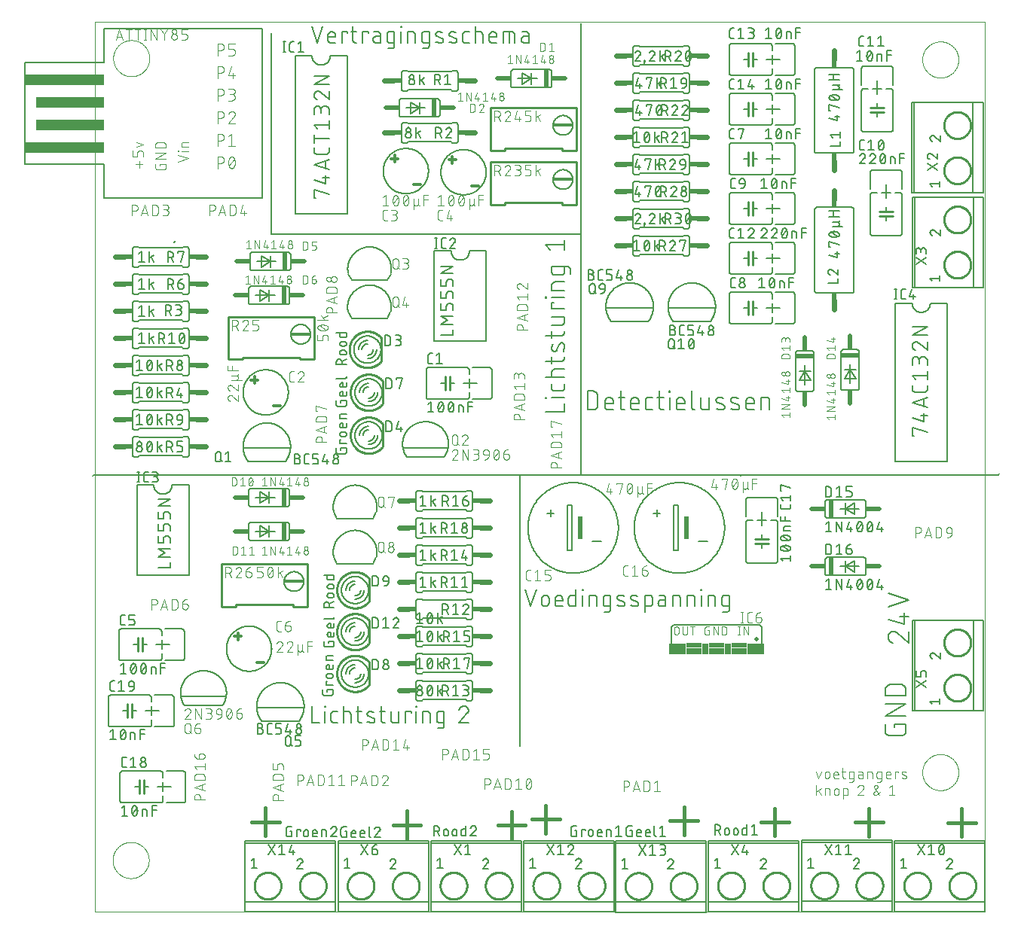
<source format=gto>
G04 EAGLE Gerber X2 export*
%TF.Part,Single*%
%TF.FileFunction,Other,Silk top*%
%TF.FilePolarity,Positive*%
%TF.GenerationSoftware,Autodesk,EAGLE,9.1.2*%
%TF.CreationDate,2019-01-11T15:16:37Z*%
G75*
%MOMM*%
%FSLAX34Y34*%
%LPD*%
%AMOC8*
5,1,8,0,0,1.08239X$1,22.5*%
G01*
%ADD10C,0.000000*%
%ADD11C,0.152400*%
%ADD12C,0.177800*%
%ADD13C,0.203200*%
%ADD14C,0.406400*%
%ADD15C,0.101600*%
%ADD16C,0.254000*%
%ADD17C,0.127000*%
%ADD18C,0.304800*%
%ADD19C,0.609600*%
%ADD20R,0.609600X0.863600*%
%ADD21R,0.863600X0.609600*%
%ADD22R,2.100000X0.400000*%
%ADD23R,8.890000X1.270000*%
%ADD24R,7.620000X1.270000*%
%ADD25C,0.508000*%
%ADD26R,0.508000X2.032000*%
%ADD27R,0.635000X0.508000*%
%ADD28R,2.032000X0.508000*%
%ADD29R,0.508000X0.635000*%
%ADD30R,0.508000X2.540000*%
%ADD31C,0.508000*%
%ADD32R,1.905000X1.270000*%
%ADD33R,1.778000X0.762000*%
%ADD34R,0.762000X1.270000*%
%ADD35R,1.778000X0.508000*%


D10*
X0Y-187960D02*
X1000000Y-187960D01*
X1000000Y812700D01*
X0Y812700D01*
X0Y-187960D01*
D11*
X198120Y574040D02*
X198120Y800100D01*
X198120Y574040D02*
X544830Y574040D01*
X546100Y572770D01*
X249597Y789432D02*
X243332Y808228D01*
X255863Y808228D02*
X249597Y789432D01*
X264865Y789432D02*
X270086Y789432D01*
X264865Y789432D02*
X264753Y789434D01*
X264641Y789440D01*
X264530Y789450D01*
X264419Y789464D01*
X264309Y789482D01*
X264199Y789504D01*
X264090Y789529D01*
X263982Y789559D01*
X263876Y789592D01*
X263770Y789630D01*
X263666Y789670D01*
X263564Y789715D01*
X263463Y789763D01*
X263364Y789815D01*
X263266Y789871D01*
X263171Y789929D01*
X263078Y789991D01*
X262987Y790057D01*
X262899Y790126D01*
X262813Y790197D01*
X262730Y790272D01*
X262650Y790350D01*
X262572Y790430D01*
X262497Y790513D01*
X262426Y790599D01*
X262357Y790687D01*
X262291Y790778D01*
X262229Y790871D01*
X262171Y790966D01*
X262115Y791064D01*
X262063Y791163D01*
X262015Y791264D01*
X261970Y791366D01*
X261930Y791470D01*
X261892Y791576D01*
X261859Y791682D01*
X261829Y791790D01*
X261804Y791899D01*
X261782Y792009D01*
X261764Y792119D01*
X261750Y792230D01*
X261740Y792341D01*
X261734Y792453D01*
X261732Y792565D01*
X261733Y792565D02*
X261733Y797786D01*
X261732Y797786D02*
X261734Y797913D01*
X261740Y798041D01*
X261749Y798168D01*
X261763Y798294D01*
X261780Y798421D01*
X261802Y798546D01*
X261827Y798671D01*
X261856Y798795D01*
X261888Y798918D01*
X261925Y799040D01*
X261965Y799161D01*
X262009Y799281D01*
X262056Y799399D01*
X262107Y799516D01*
X262162Y799631D01*
X262220Y799744D01*
X262281Y799856D01*
X262346Y799966D01*
X262414Y800073D01*
X262485Y800179D01*
X262560Y800282D01*
X262638Y800383D01*
X262718Y800482D01*
X262802Y800578D01*
X262889Y800671D01*
X262978Y800762D01*
X263070Y800850D01*
X263165Y800935D01*
X263262Y801017D01*
X263362Y801097D01*
X263464Y801173D01*
X263569Y801246D01*
X263675Y801315D01*
X263784Y801382D01*
X263894Y801445D01*
X264007Y801505D01*
X264121Y801561D01*
X264237Y801614D01*
X264355Y801663D01*
X264474Y801709D01*
X264594Y801751D01*
X264716Y801789D01*
X264838Y801823D01*
X264962Y801854D01*
X265086Y801881D01*
X265212Y801904D01*
X265337Y801924D01*
X265464Y801939D01*
X265591Y801951D01*
X265718Y801959D01*
X265845Y801963D01*
X265973Y801963D01*
X266100Y801959D01*
X266227Y801951D01*
X266354Y801939D01*
X266481Y801924D01*
X266606Y801904D01*
X266732Y801881D01*
X266856Y801854D01*
X266980Y801823D01*
X267102Y801789D01*
X267224Y801751D01*
X267344Y801709D01*
X267463Y801663D01*
X267581Y801614D01*
X267697Y801561D01*
X267811Y801505D01*
X267924Y801445D01*
X268034Y801382D01*
X268143Y801315D01*
X268249Y801246D01*
X268354Y801173D01*
X268456Y801097D01*
X268556Y801017D01*
X268653Y800935D01*
X268748Y800850D01*
X268840Y800762D01*
X268929Y800671D01*
X269016Y800578D01*
X269100Y800482D01*
X269180Y800383D01*
X269258Y800282D01*
X269333Y800179D01*
X269404Y800073D01*
X269472Y799966D01*
X269537Y799856D01*
X269598Y799744D01*
X269656Y799631D01*
X269711Y799516D01*
X269762Y799399D01*
X269809Y799281D01*
X269853Y799161D01*
X269893Y799040D01*
X269930Y798918D01*
X269962Y798795D01*
X269991Y798671D01*
X270016Y798546D01*
X270038Y798421D01*
X270055Y798294D01*
X270069Y798168D01*
X270078Y798041D01*
X270084Y797913D01*
X270086Y797786D01*
X270086Y795697D01*
X261733Y795697D01*
X277538Y789432D02*
X277538Y801963D01*
X283804Y801963D01*
X283804Y799874D01*
X287724Y801963D02*
X293989Y801963D01*
X289812Y808228D02*
X289812Y792565D01*
X289814Y792453D01*
X289820Y792341D01*
X289830Y792230D01*
X289844Y792119D01*
X289862Y792009D01*
X289884Y791899D01*
X289909Y791790D01*
X289939Y791682D01*
X289972Y791576D01*
X290010Y791470D01*
X290050Y791366D01*
X290095Y791264D01*
X290143Y791163D01*
X290195Y791064D01*
X290251Y790966D01*
X290309Y790871D01*
X290371Y790778D01*
X290437Y790687D01*
X290506Y790599D01*
X290577Y790513D01*
X290652Y790430D01*
X290730Y790350D01*
X290810Y790272D01*
X290893Y790197D01*
X290979Y790126D01*
X291067Y790057D01*
X291158Y789991D01*
X291251Y789929D01*
X291346Y789871D01*
X291444Y789815D01*
X291543Y789763D01*
X291644Y789715D01*
X291746Y789670D01*
X291850Y789630D01*
X291956Y789592D01*
X292062Y789559D01*
X292170Y789529D01*
X292279Y789504D01*
X292389Y789482D01*
X292499Y789464D01*
X292610Y789450D01*
X292721Y789440D01*
X292833Y789434D01*
X292945Y789432D01*
X293989Y789432D01*
X300841Y789432D02*
X300841Y801963D01*
X307107Y801963D01*
X307107Y799874D01*
X316007Y796742D02*
X320706Y796742D01*
X316007Y796742D02*
X315887Y796740D01*
X315768Y796734D01*
X315649Y796724D01*
X315530Y796711D01*
X315412Y796693D01*
X315294Y796672D01*
X315177Y796647D01*
X315061Y796617D01*
X314946Y796585D01*
X314832Y796548D01*
X314720Y796508D01*
X314608Y796464D01*
X314499Y796416D01*
X314390Y796365D01*
X314284Y796310D01*
X314180Y796252D01*
X314077Y796191D01*
X313976Y796126D01*
X313878Y796058D01*
X313782Y795987D01*
X313688Y795912D01*
X313597Y795835D01*
X313508Y795755D01*
X313423Y795671D01*
X313339Y795586D01*
X313259Y795497D01*
X313182Y795406D01*
X313107Y795312D01*
X313036Y795216D01*
X312968Y795118D01*
X312903Y795017D01*
X312842Y794915D01*
X312784Y794810D01*
X312729Y794704D01*
X312678Y794595D01*
X312630Y794486D01*
X312586Y794374D01*
X312546Y794262D01*
X312509Y794148D01*
X312477Y794033D01*
X312447Y793917D01*
X312422Y793800D01*
X312401Y793682D01*
X312383Y793564D01*
X312370Y793445D01*
X312360Y793326D01*
X312354Y793207D01*
X312352Y793087D01*
X312354Y792967D01*
X312360Y792848D01*
X312370Y792729D01*
X312383Y792610D01*
X312401Y792492D01*
X312422Y792374D01*
X312447Y792257D01*
X312477Y792141D01*
X312509Y792026D01*
X312546Y791912D01*
X312586Y791800D01*
X312630Y791688D01*
X312678Y791579D01*
X312729Y791470D01*
X312784Y791364D01*
X312842Y791260D01*
X312903Y791157D01*
X312968Y791056D01*
X313036Y790958D01*
X313107Y790862D01*
X313182Y790768D01*
X313259Y790677D01*
X313339Y790588D01*
X313423Y790503D01*
X313508Y790419D01*
X313597Y790339D01*
X313688Y790262D01*
X313782Y790187D01*
X313878Y790116D01*
X313976Y790048D01*
X314077Y789983D01*
X314180Y789922D01*
X314284Y789864D01*
X314390Y789809D01*
X314499Y789758D01*
X314608Y789710D01*
X314720Y789666D01*
X314832Y789626D01*
X314946Y789589D01*
X315061Y789557D01*
X315177Y789527D01*
X315294Y789502D01*
X315412Y789481D01*
X315530Y789463D01*
X315649Y789450D01*
X315768Y789440D01*
X315887Y789434D01*
X316007Y789432D01*
X320706Y789432D01*
X320706Y798830D01*
X320704Y798942D01*
X320698Y799054D01*
X320688Y799165D01*
X320674Y799276D01*
X320656Y799386D01*
X320634Y799496D01*
X320609Y799605D01*
X320579Y799713D01*
X320546Y799819D01*
X320508Y799925D01*
X320468Y800029D01*
X320423Y800131D01*
X320375Y800232D01*
X320323Y800331D01*
X320267Y800429D01*
X320209Y800524D01*
X320147Y800617D01*
X320081Y800708D01*
X320012Y800796D01*
X319941Y800882D01*
X319866Y800965D01*
X319788Y801045D01*
X319708Y801123D01*
X319625Y801198D01*
X319539Y801269D01*
X319451Y801338D01*
X319360Y801404D01*
X319267Y801466D01*
X319172Y801524D01*
X319074Y801580D01*
X318975Y801632D01*
X318874Y801680D01*
X318772Y801725D01*
X318668Y801765D01*
X318562Y801803D01*
X318456Y801836D01*
X318348Y801866D01*
X318239Y801891D01*
X318129Y801913D01*
X318019Y801931D01*
X317908Y801945D01*
X317797Y801955D01*
X317685Y801961D01*
X317573Y801963D01*
X313396Y801963D01*
X331214Y789432D02*
X336435Y789432D01*
X331214Y789432D02*
X331102Y789434D01*
X330990Y789440D01*
X330879Y789450D01*
X330768Y789464D01*
X330658Y789482D01*
X330548Y789504D01*
X330439Y789529D01*
X330331Y789559D01*
X330225Y789592D01*
X330119Y789630D01*
X330015Y789670D01*
X329913Y789715D01*
X329812Y789763D01*
X329713Y789815D01*
X329615Y789871D01*
X329520Y789929D01*
X329427Y789991D01*
X329336Y790057D01*
X329248Y790126D01*
X329162Y790197D01*
X329079Y790272D01*
X328999Y790350D01*
X328921Y790430D01*
X328846Y790513D01*
X328775Y790599D01*
X328706Y790687D01*
X328640Y790778D01*
X328578Y790871D01*
X328520Y790966D01*
X328464Y791064D01*
X328412Y791163D01*
X328364Y791264D01*
X328319Y791366D01*
X328279Y791470D01*
X328241Y791576D01*
X328208Y791682D01*
X328178Y791790D01*
X328153Y791899D01*
X328131Y792009D01*
X328113Y792119D01*
X328099Y792230D01*
X328089Y792341D01*
X328083Y792453D01*
X328081Y792565D01*
X328081Y798830D01*
X328083Y798939D01*
X328089Y799049D01*
X328098Y799157D01*
X328111Y799266D01*
X328129Y799374D01*
X328149Y799481D01*
X328174Y799588D01*
X328202Y799694D01*
X328234Y799798D01*
X328270Y799902D01*
X328309Y800004D01*
X328352Y800104D01*
X328398Y800203D01*
X328448Y800301D01*
X328501Y800397D01*
X328557Y800490D01*
X328617Y800582D01*
X328679Y800672D01*
X328745Y800759D01*
X328814Y800844D01*
X328886Y800926D01*
X328960Y801006D01*
X329038Y801084D01*
X329118Y801158D01*
X329200Y801230D01*
X329285Y801299D01*
X329372Y801365D01*
X329462Y801427D01*
X329554Y801487D01*
X329648Y801543D01*
X329743Y801596D01*
X329841Y801646D01*
X329940Y801692D01*
X330040Y801735D01*
X330142Y801774D01*
X330246Y801810D01*
X330350Y801842D01*
X330456Y801870D01*
X330563Y801895D01*
X330670Y801915D01*
X330778Y801933D01*
X330887Y801946D01*
X330995Y801955D01*
X331105Y801961D01*
X331214Y801963D01*
X336435Y801963D01*
X336435Y786299D01*
X336433Y786187D01*
X336427Y786075D01*
X336417Y785964D01*
X336403Y785853D01*
X336385Y785743D01*
X336363Y785633D01*
X336338Y785524D01*
X336308Y785416D01*
X336275Y785310D01*
X336237Y785204D01*
X336197Y785100D01*
X336152Y784998D01*
X336104Y784897D01*
X336052Y784798D01*
X335996Y784700D01*
X335938Y784605D01*
X335876Y784512D01*
X335810Y784421D01*
X335741Y784333D01*
X335670Y784247D01*
X335595Y784164D01*
X335517Y784084D01*
X335437Y784006D01*
X335354Y783931D01*
X335268Y783860D01*
X335180Y783791D01*
X335089Y783725D01*
X334996Y783663D01*
X334901Y783605D01*
X334804Y783549D01*
X334704Y783497D01*
X334604Y783449D01*
X334501Y783404D01*
X334397Y783364D01*
X334291Y783326D01*
X334185Y783293D01*
X334077Y783263D01*
X333968Y783238D01*
X333858Y783216D01*
X333748Y783198D01*
X333637Y783184D01*
X333526Y783174D01*
X333414Y783168D01*
X333302Y783166D01*
X333302Y783167D02*
X329126Y783167D01*
X343974Y789432D02*
X343974Y801963D01*
X343452Y807184D02*
X343452Y808228D01*
X344496Y808228D01*
X344496Y807184D01*
X343452Y807184D01*
X351449Y801963D02*
X351449Y789432D01*
X351449Y801963D02*
X356670Y801963D01*
X356782Y801961D01*
X356894Y801955D01*
X357005Y801945D01*
X357116Y801931D01*
X357226Y801913D01*
X357336Y801891D01*
X357445Y801866D01*
X357553Y801836D01*
X357659Y801803D01*
X357765Y801765D01*
X357869Y801725D01*
X357971Y801680D01*
X358072Y801632D01*
X358171Y801580D01*
X358269Y801524D01*
X358364Y801466D01*
X358457Y801404D01*
X358548Y801338D01*
X358636Y801269D01*
X358722Y801198D01*
X358805Y801123D01*
X358885Y801045D01*
X358963Y800965D01*
X359038Y800882D01*
X359109Y800796D01*
X359178Y800708D01*
X359244Y800617D01*
X359306Y800524D01*
X359364Y800429D01*
X359420Y800331D01*
X359472Y800232D01*
X359520Y800131D01*
X359565Y800029D01*
X359605Y799925D01*
X359643Y799819D01*
X359676Y799713D01*
X359706Y799605D01*
X359731Y799496D01*
X359753Y799386D01*
X359771Y799276D01*
X359785Y799165D01*
X359795Y799054D01*
X359801Y798942D01*
X359803Y798830D01*
X359802Y798830D02*
X359802Y789432D01*
X370246Y789432D02*
X375467Y789432D01*
X370246Y789432D02*
X370134Y789434D01*
X370022Y789440D01*
X369911Y789450D01*
X369800Y789464D01*
X369690Y789482D01*
X369580Y789504D01*
X369471Y789529D01*
X369363Y789559D01*
X369257Y789592D01*
X369151Y789630D01*
X369047Y789670D01*
X368945Y789715D01*
X368844Y789763D01*
X368745Y789815D01*
X368647Y789871D01*
X368552Y789929D01*
X368459Y789991D01*
X368368Y790057D01*
X368280Y790126D01*
X368194Y790197D01*
X368111Y790272D01*
X368031Y790350D01*
X367953Y790430D01*
X367878Y790513D01*
X367807Y790599D01*
X367738Y790687D01*
X367672Y790778D01*
X367610Y790871D01*
X367552Y790966D01*
X367496Y791064D01*
X367444Y791163D01*
X367396Y791264D01*
X367351Y791366D01*
X367311Y791470D01*
X367273Y791576D01*
X367240Y791682D01*
X367210Y791790D01*
X367185Y791899D01*
X367163Y792009D01*
X367145Y792119D01*
X367131Y792230D01*
X367121Y792341D01*
X367115Y792453D01*
X367113Y792565D01*
X367114Y792565D02*
X367114Y798830D01*
X367113Y798830D02*
X367115Y798939D01*
X367121Y799049D01*
X367130Y799157D01*
X367143Y799266D01*
X367161Y799374D01*
X367181Y799481D01*
X367206Y799588D01*
X367234Y799694D01*
X367266Y799798D01*
X367302Y799902D01*
X367341Y800004D01*
X367384Y800104D01*
X367430Y800203D01*
X367480Y800301D01*
X367533Y800397D01*
X367589Y800490D01*
X367649Y800582D01*
X367711Y800672D01*
X367777Y800759D01*
X367846Y800844D01*
X367918Y800926D01*
X367992Y801006D01*
X368070Y801084D01*
X368150Y801158D01*
X368232Y801230D01*
X368317Y801299D01*
X368404Y801365D01*
X368494Y801427D01*
X368586Y801487D01*
X368680Y801543D01*
X368775Y801596D01*
X368873Y801646D01*
X368972Y801692D01*
X369072Y801735D01*
X369174Y801774D01*
X369278Y801810D01*
X369382Y801842D01*
X369488Y801870D01*
X369595Y801895D01*
X369702Y801915D01*
X369810Y801933D01*
X369919Y801946D01*
X370027Y801955D01*
X370137Y801961D01*
X370246Y801963D01*
X375467Y801963D01*
X375467Y786299D01*
X375468Y786299D02*
X375466Y786187D01*
X375460Y786075D01*
X375450Y785964D01*
X375436Y785853D01*
X375418Y785743D01*
X375396Y785633D01*
X375371Y785524D01*
X375341Y785416D01*
X375308Y785310D01*
X375270Y785204D01*
X375230Y785100D01*
X375185Y784998D01*
X375137Y784897D01*
X375085Y784798D01*
X375029Y784700D01*
X374971Y784605D01*
X374909Y784512D01*
X374843Y784421D01*
X374774Y784333D01*
X374703Y784247D01*
X374628Y784164D01*
X374550Y784084D01*
X374470Y784006D01*
X374387Y783931D01*
X374301Y783860D01*
X374213Y783791D01*
X374122Y783725D01*
X374029Y783663D01*
X373934Y783605D01*
X373837Y783549D01*
X373737Y783497D01*
X373637Y783449D01*
X373534Y783404D01*
X373430Y783364D01*
X373324Y783326D01*
X373218Y783293D01*
X373110Y783263D01*
X373001Y783238D01*
X372891Y783216D01*
X372781Y783198D01*
X372670Y783184D01*
X372559Y783174D01*
X372447Y783168D01*
X372335Y783166D01*
X372335Y783167D02*
X368158Y783167D01*
X384474Y796742D02*
X389695Y794653D01*
X384473Y796741D02*
X384378Y796781D01*
X384285Y796824D01*
X384194Y796871D01*
X384104Y796922D01*
X384016Y796976D01*
X383931Y797033D01*
X383847Y797094D01*
X383766Y797157D01*
X383688Y797224D01*
X383612Y797293D01*
X383539Y797366D01*
X383468Y797441D01*
X383401Y797519D01*
X383336Y797599D01*
X383275Y797682D01*
X383217Y797766D01*
X383162Y797854D01*
X383110Y797943D01*
X383062Y798034D01*
X383017Y798126D01*
X382976Y798221D01*
X382939Y798317D01*
X382905Y798414D01*
X382875Y798512D01*
X382849Y798612D01*
X382826Y798712D01*
X382807Y798813D01*
X382792Y798915D01*
X382781Y799018D01*
X382774Y799120D01*
X382771Y799223D01*
X382772Y799326D01*
X382777Y799429D01*
X382785Y799532D01*
X382798Y799634D01*
X382814Y799736D01*
X382834Y799836D01*
X382858Y799937D01*
X382886Y800036D01*
X382918Y800134D01*
X382953Y800230D01*
X382992Y800326D01*
X383034Y800419D01*
X383080Y800512D01*
X383130Y800602D01*
X383183Y800690D01*
X383239Y800776D01*
X383298Y800860D01*
X383361Y800942D01*
X383426Y801021D01*
X383495Y801098D01*
X383567Y801172D01*
X383641Y801244D01*
X383718Y801312D01*
X383797Y801377D01*
X383879Y801440D01*
X383963Y801499D01*
X384050Y801555D01*
X384138Y801608D01*
X384229Y801657D01*
X384321Y801703D01*
X384415Y801745D01*
X384510Y801784D01*
X384607Y801819D01*
X384705Y801850D01*
X384804Y801878D01*
X384904Y801901D01*
X385005Y801921D01*
X385107Y801937D01*
X385209Y801950D01*
X385312Y801958D01*
X385415Y801962D01*
X385518Y801963D01*
X385803Y801955D01*
X386088Y801941D01*
X386372Y801920D01*
X386656Y801892D01*
X386939Y801857D01*
X387221Y801815D01*
X387502Y801767D01*
X387782Y801712D01*
X388060Y801650D01*
X388337Y801581D01*
X388612Y801506D01*
X388885Y801424D01*
X389156Y801336D01*
X389425Y801241D01*
X389692Y801140D01*
X389956Y801032D01*
X390217Y800919D01*
X389695Y794653D02*
X389790Y794613D01*
X389883Y794570D01*
X389974Y794523D01*
X390064Y794472D01*
X390152Y794418D01*
X390237Y794361D01*
X390321Y794300D01*
X390402Y794237D01*
X390480Y794170D01*
X390556Y794101D01*
X390629Y794028D01*
X390700Y793953D01*
X390767Y793875D01*
X390832Y793795D01*
X390893Y793712D01*
X390951Y793628D01*
X391006Y793540D01*
X391058Y793451D01*
X391106Y793360D01*
X391151Y793268D01*
X391192Y793173D01*
X391229Y793077D01*
X391263Y792980D01*
X391293Y792882D01*
X391319Y792782D01*
X391342Y792682D01*
X391361Y792581D01*
X391376Y792479D01*
X391387Y792376D01*
X391394Y792274D01*
X391397Y792171D01*
X391396Y792068D01*
X391391Y791965D01*
X391383Y791862D01*
X391370Y791760D01*
X391354Y791658D01*
X391334Y791558D01*
X391310Y791457D01*
X391282Y791358D01*
X391250Y791260D01*
X391215Y791164D01*
X391176Y791068D01*
X391134Y790975D01*
X391088Y790882D01*
X391038Y790792D01*
X390985Y790704D01*
X390929Y790618D01*
X390870Y790534D01*
X390807Y790452D01*
X390742Y790373D01*
X390673Y790296D01*
X390601Y790222D01*
X390527Y790150D01*
X390450Y790082D01*
X390371Y790017D01*
X390289Y789954D01*
X390205Y789895D01*
X390118Y789839D01*
X390030Y789786D01*
X389939Y789737D01*
X389847Y789691D01*
X389753Y789649D01*
X389658Y789610D01*
X389561Y789575D01*
X389463Y789544D01*
X389364Y789516D01*
X389264Y789493D01*
X389163Y789473D01*
X389061Y789457D01*
X388959Y789444D01*
X388856Y789436D01*
X388753Y789432D01*
X388650Y789431D01*
X388651Y789433D02*
X388232Y789444D01*
X387814Y789465D01*
X387396Y789495D01*
X386980Y789536D01*
X386564Y789586D01*
X386149Y789647D01*
X385736Y789717D01*
X385325Y789796D01*
X384916Y789886D01*
X384509Y789985D01*
X384105Y790094D01*
X383703Y790212D01*
X383304Y790340D01*
X382908Y790477D01*
X399621Y796742D02*
X404842Y794653D01*
X399620Y796741D02*
X399525Y796781D01*
X399432Y796824D01*
X399341Y796871D01*
X399251Y796922D01*
X399163Y796976D01*
X399078Y797033D01*
X398994Y797094D01*
X398913Y797157D01*
X398835Y797224D01*
X398759Y797293D01*
X398686Y797366D01*
X398615Y797441D01*
X398548Y797519D01*
X398483Y797599D01*
X398422Y797682D01*
X398364Y797766D01*
X398309Y797854D01*
X398257Y797943D01*
X398209Y798034D01*
X398164Y798126D01*
X398123Y798221D01*
X398086Y798317D01*
X398052Y798414D01*
X398022Y798512D01*
X397996Y798612D01*
X397973Y798712D01*
X397954Y798813D01*
X397939Y798915D01*
X397928Y799018D01*
X397921Y799120D01*
X397918Y799223D01*
X397919Y799326D01*
X397924Y799429D01*
X397932Y799532D01*
X397945Y799634D01*
X397961Y799736D01*
X397981Y799836D01*
X398005Y799937D01*
X398033Y800036D01*
X398065Y800134D01*
X398100Y800230D01*
X398139Y800326D01*
X398181Y800419D01*
X398227Y800512D01*
X398277Y800602D01*
X398330Y800690D01*
X398386Y800776D01*
X398445Y800860D01*
X398508Y800942D01*
X398573Y801021D01*
X398642Y801098D01*
X398714Y801172D01*
X398788Y801244D01*
X398865Y801312D01*
X398944Y801377D01*
X399026Y801440D01*
X399110Y801499D01*
X399197Y801555D01*
X399285Y801608D01*
X399376Y801657D01*
X399468Y801703D01*
X399562Y801745D01*
X399657Y801784D01*
X399754Y801819D01*
X399852Y801850D01*
X399951Y801878D01*
X400051Y801901D01*
X400152Y801921D01*
X400254Y801937D01*
X400356Y801950D01*
X400459Y801958D01*
X400562Y801962D01*
X400665Y801963D01*
X400950Y801955D01*
X401235Y801941D01*
X401519Y801920D01*
X401803Y801892D01*
X402086Y801857D01*
X402368Y801815D01*
X402649Y801767D01*
X402929Y801712D01*
X403207Y801650D01*
X403484Y801581D01*
X403759Y801506D01*
X404032Y801424D01*
X404303Y801336D01*
X404572Y801241D01*
X404839Y801140D01*
X405103Y801032D01*
X405364Y800919D01*
X404842Y794653D02*
X404937Y794613D01*
X405030Y794570D01*
X405121Y794523D01*
X405211Y794472D01*
X405299Y794418D01*
X405384Y794361D01*
X405468Y794300D01*
X405549Y794237D01*
X405627Y794170D01*
X405703Y794101D01*
X405776Y794028D01*
X405847Y793953D01*
X405914Y793875D01*
X405979Y793795D01*
X406040Y793712D01*
X406098Y793628D01*
X406153Y793540D01*
X406205Y793451D01*
X406253Y793360D01*
X406298Y793268D01*
X406339Y793173D01*
X406376Y793077D01*
X406410Y792980D01*
X406440Y792882D01*
X406466Y792782D01*
X406489Y792682D01*
X406508Y792581D01*
X406523Y792479D01*
X406534Y792376D01*
X406541Y792274D01*
X406544Y792171D01*
X406543Y792068D01*
X406538Y791965D01*
X406530Y791862D01*
X406517Y791760D01*
X406501Y791658D01*
X406481Y791558D01*
X406457Y791457D01*
X406429Y791358D01*
X406397Y791260D01*
X406362Y791164D01*
X406323Y791068D01*
X406281Y790975D01*
X406235Y790882D01*
X406185Y790792D01*
X406132Y790704D01*
X406076Y790618D01*
X406017Y790534D01*
X405954Y790452D01*
X405889Y790373D01*
X405820Y790296D01*
X405748Y790222D01*
X405674Y790150D01*
X405597Y790082D01*
X405518Y790017D01*
X405436Y789954D01*
X405352Y789895D01*
X405265Y789839D01*
X405177Y789786D01*
X405086Y789737D01*
X404994Y789691D01*
X404900Y789649D01*
X404805Y789610D01*
X404708Y789575D01*
X404610Y789544D01*
X404511Y789516D01*
X404411Y789493D01*
X404310Y789473D01*
X404208Y789457D01*
X404106Y789444D01*
X404003Y789436D01*
X403900Y789432D01*
X403797Y789431D01*
X403797Y789433D02*
X403378Y789444D01*
X402960Y789465D01*
X402542Y789495D01*
X402126Y789536D01*
X401710Y789586D01*
X401295Y789647D01*
X400882Y789717D01*
X400471Y789796D01*
X400062Y789886D01*
X399655Y789985D01*
X399251Y790094D01*
X398849Y790212D01*
X398450Y790340D01*
X398054Y790477D01*
X416350Y789432D02*
X420527Y789432D01*
X416350Y789432D02*
X416238Y789434D01*
X416126Y789440D01*
X416015Y789450D01*
X415904Y789464D01*
X415794Y789482D01*
X415684Y789504D01*
X415575Y789529D01*
X415467Y789559D01*
X415361Y789592D01*
X415255Y789630D01*
X415151Y789670D01*
X415049Y789715D01*
X414948Y789763D01*
X414849Y789815D01*
X414751Y789871D01*
X414656Y789929D01*
X414563Y789991D01*
X414472Y790057D01*
X414384Y790126D01*
X414298Y790197D01*
X414215Y790272D01*
X414135Y790350D01*
X414057Y790430D01*
X413982Y790513D01*
X413911Y790599D01*
X413842Y790687D01*
X413776Y790778D01*
X413714Y790871D01*
X413656Y790966D01*
X413600Y791064D01*
X413548Y791163D01*
X413500Y791264D01*
X413455Y791366D01*
X413415Y791470D01*
X413377Y791576D01*
X413344Y791682D01*
X413314Y791790D01*
X413289Y791899D01*
X413267Y792009D01*
X413249Y792119D01*
X413235Y792230D01*
X413225Y792341D01*
X413219Y792453D01*
X413217Y792565D01*
X413218Y792565D02*
X413218Y798830D01*
X413217Y798830D02*
X413219Y798939D01*
X413225Y799049D01*
X413234Y799157D01*
X413247Y799266D01*
X413265Y799374D01*
X413285Y799481D01*
X413310Y799588D01*
X413338Y799694D01*
X413370Y799798D01*
X413406Y799902D01*
X413445Y800004D01*
X413488Y800104D01*
X413534Y800203D01*
X413584Y800301D01*
X413637Y800397D01*
X413693Y800490D01*
X413753Y800582D01*
X413815Y800672D01*
X413881Y800759D01*
X413950Y800844D01*
X414022Y800926D01*
X414096Y801006D01*
X414174Y801084D01*
X414254Y801158D01*
X414336Y801230D01*
X414421Y801299D01*
X414508Y801365D01*
X414598Y801427D01*
X414690Y801487D01*
X414784Y801543D01*
X414879Y801596D01*
X414977Y801646D01*
X415076Y801692D01*
X415176Y801735D01*
X415278Y801774D01*
X415382Y801810D01*
X415486Y801842D01*
X415592Y801870D01*
X415699Y801895D01*
X415806Y801915D01*
X415914Y801933D01*
X416023Y801946D01*
X416131Y801955D01*
X416241Y801961D01*
X416350Y801963D01*
X420527Y801963D01*
X427183Y808228D02*
X427183Y789432D01*
X427183Y801963D02*
X432404Y801963D01*
X432516Y801961D01*
X432628Y801955D01*
X432739Y801945D01*
X432850Y801931D01*
X432960Y801913D01*
X433070Y801891D01*
X433179Y801866D01*
X433287Y801836D01*
X433393Y801803D01*
X433499Y801765D01*
X433603Y801725D01*
X433705Y801680D01*
X433806Y801632D01*
X433905Y801580D01*
X434003Y801524D01*
X434098Y801466D01*
X434191Y801404D01*
X434282Y801338D01*
X434370Y801269D01*
X434456Y801198D01*
X434539Y801123D01*
X434619Y801045D01*
X434697Y800965D01*
X434772Y800882D01*
X434843Y800796D01*
X434912Y800708D01*
X434978Y800617D01*
X435040Y800524D01*
X435098Y800429D01*
X435154Y800331D01*
X435206Y800232D01*
X435254Y800131D01*
X435299Y800029D01*
X435339Y799925D01*
X435377Y799819D01*
X435410Y799713D01*
X435440Y799605D01*
X435465Y799496D01*
X435487Y799386D01*
X435505Y799276D01*
X435519Y799165D01*
X435529Y799054D01*
X435535Y798942D01*
X435537Y798830D01*
X435537Y789432D01*
X446045Y789432D02*
X451266Y789432D01*
X446045Y789432D02*
X445933Y789434D01*
X445821Y789440D01*
X445710Y789450D01*
X445599Y789464D01*
X445489Y789482D01*
X445379Y789504D01*
X445270Y789529D01*
X445162Y789559D01*
X445056Y789592D01*
X444950Y789630D01*
X444846Y789670D01*
X444744Y789715D01*
X444643Y789763D01*
X444544Y789815D01*
X444446Y789871D01*
X444351Y789929D01*
X444258Y789991D01*
X444167Y790057D01*
X444079Y790126D01*
X443993Y790197D01*
X443910Y790272D01*
X443830Y790350D01*
X443752Y790430D01*
X443677Y790513D01*
X443606Y790599D01*
X443537Y790687D01*
X443471Y790778D01*
X443409Y790871D01*
X443351Y790966D01*
X443295Y791064D01*
X443243Y791163D01*
X443195Y791264D01*
X443150Y791366D01*
X443110Y791470D01*
X443072Y791576D01*
X443039Y791682D01*
X443009Y791790D01*
X442984Y791899D01*
X442962Y792009D01*
X442944Y792119D01*
X442930Y792230D01*
X442920Y792341D01*
X442914Y792453D01*
X442912Y792565D01*
X442913Y792565D02*
X442913Y797786D01*
X442912Y797786D02*
X442914Y797913D01*
X442920Y798041D01*
X442929Y798168D01*
X442943Y798294D01*
X442960Y798421D01*
X442982Y798546D01*
X443007Y798671D01*
X443036Y798795D01*
X443068Y798918D01*
X443105Y799040D01*
X443145Y799161D01*
X443189Y799281D01*
X443236Y799399D01*
X443287Y799516D01*
X443342Y799631D01*
X443400Y799744D01*
X443461Y799856D01*
X443526Y799966D01*
X443594Y800073D01*
X443665Y800179D01*
X443740Y800282D01*
X443818Y800383D01*
X443898Y800482D01*
X443982Y800578D01*
X444069Y800671D01*
X444158Y800762D01*
X444250Y800850D01*
X444345Y800935D01*
X444442Y801017D01*
X444542Y801097D01*
X444644Y801173D01*
X444749Y801246D01*
X444855Y801315D01*
X444964Y801382D01*
X445074Y801445D01*
X445187Y801505D01*
X445301Y801561D01*
X445417Y801614D01*
X445535Y801663D01*
X445654Y801709D01*
X445774Y801751D01*
X445896Y801789D01*
X446018Y801823D01*
X446142Y801854D01*
X446266Y801881D01*
X446392Y801904D01*
X446517Y801924D01*
X446644Y801939D01*
X446771Y801951D01*
X446898Y801959D01*
X447025Y801963D01*
X447153Y801963D01*
X447280Y801959D01*
X447407Y801951D01*
X447534Y801939D01*
X447661Y801924D01*
X447786Y801904D01*
X447912Y801881D01*
X448036Y801854D01*
X448160Y801823D01*
X448282Y801789D01*
X448404Y801751D01*
X448524Y801709D01*
X448643Y801663D01*
X448761Y801614D01*
X448877Y801561D01*
X448991Y801505D01*
X449104Y801445D01*
X449214Y801382D01*
X449323Y801315D01*
X449429Y801246D01*
X449534Y801173D01*
X449636Y801097D01*
X449736Y801017D01*
X449833Y800935D01*
X449928Y800850D01*
X450020Y800762D01*
X450109Y800671D01*
X450196Y800578D01*
X450280Y800482D01*
X450360Y800383D01*
X450438Y800282D01*
X450513Y800179D01*
X450584Y800073D01*
X450652Y799966D01*
X450717Y799856D01*
X450778Y799744D01*
X450836Y799631D01*
X450891Y799516D01*
X450942Y799399D01*
X450989Y799281D01*
X451033Y799161D01*
X451073Y799040D01*
X451110Y798918D01*
X451142Y798795D01*
X451171Y798671D01*
X451196Y798546D01*
X451218Y798421D01*
X451235Y798294D01*
X451249Y798168D01*
X451258Y798041D01*
X451264Y797913D01*
X451266Y797786D01*
X451266Y795697D01*
X442913Y795697D01*
X458884Y789432D02*
X458884Y801963D01*
X468282Y801963D01*
X468394Y801961D01*
X468506Y801955D01*
X468617Y801945D01*
X468728Y801931D01*
X468838Y801913D01*
X468948Y801891D01*
X469057Y801866D01*
X469165Y801836D01*
X469271Y801803D01*
X469377Y801765D01*
X469481Y801725D01*
X469583Y801680D01*
X469684Y801632D01*
X469783Y801580D01*
X469881Y801524D01*
X469976Y801466D01*
X470069Y801404D01*
X470160Y801338D01*
X470248Y801269D01*
X470334Y801198D01*
X470417Y801123D01*
X470497Y801045D01*
X470575Y800965D01*
X470650Y800882D01*
X470721Y800796D01*
X470790Y800708D01*
X470856Y800617D01*
X470918Y800524D01*
X470976Y800429D01*
X471032Y800331D01*
X471084Y800232D01*
X471132Y800131D01*
X471177Y800029D01*
X471217Y799925D01*
X471255Y799819D01*
X471288Y799713D01*
X471318Y799605D01*
X471343Y799496D01*
X471365Y799386D01*
X471383Y799276D01*
X471397Y799165D01*
X471407Y799054D01*
X471413Y798942D01*
X471415Y798830D01*
X471415Y789432D01*
X465149Y789432D02*
X465149Y801963D01*
X482622Y796742D02*
X487321Y796742D01*
X482622Y796742D02*
X482502Y796740D01*
X482383Y796734D01*
X482264Y796724D01*
X482145Y796711D01*
X482027Y796693D01*
X481909Y796672D01*
X481792Y796647D01*
X481676Y796617D01*
X481561Y796585D01*
X481447Y796548D01*
X481335Y796508D01*
X481223Y796464D01*
X481114Y796416D01*
X481005Y796365D01*
X480899Y796310D01*
X480795Y796252D01*
X480692Y796191D01*
X480591Y796126D01*
X480493Y796058D01*
X480397Y795987D01*
X480303Y795912D01*
X480212Y795835D01*
X480123Y795755D01*
X480038Y795671D01*
X479954Y795586D01*
X479874Y795497D01*
X479797Y795406D01*
X479722Y795312D01*
X479651Y795216D01*
X479583Y795118D01*
X479518Y795017D01*
X479457Y794915D01*
X479399Y794810D01*
X479344Y794704D01*
X479293Y794595D01*
X479245Y794486D01*
X479201Y794374D01*
X479161Y794262D01*
X479124Y794148D01*
X479092Y794033D01*
X479062Y793917D01*
X479037Y793800D01*
X479016Y793682D01*
X478998Y793564D01*
X478985Y793445D01*
X478975Y793326D01*
X478969Y793207D01*
X478967Y793087D01*
X478969Y792967D01*
X478975Y792848D01*
X478985Y792729D01*
X478998Y792610D01*
X479016Y792492D01*
X479037Y792374D01*
X479062Y792257D01*
X479092Y792141D01*
X479124Y792026D01*
X479161Y791912D01*
X479201Y791800D01*
X479245Y791688D01*
X479293Y791579D01*
X479344Y791470D01*
X479399Y791364D01*
X479457Y791260D01*
X479518Y791157D01*
X479583Y791056D01*
X479651Y790958D01*
X479722Y790862D01*
X479797Y790768D01*
X479874Y790677D01*
X479954Y790588D01*
X480038Y790503D01*
X480123Y790419D01*
X480212Y790339D01*
X480303Y790262D01*
X480397Y790187D01*
X480493Y790116D01*
X480591Y790048D01*
X480692Y789983D01*
X480795Y789922D01*
X480899Y789864D01*
X481005Y789809D01*
X481114Y789758D01*
X481223Y789710D01*
X481335Y789666D01*
X481447Y789626D01*
X481561Y789589D01*
X481676Y789557D01*
X481792Y789527D01*
X481909Y789502D01*
X482027Y789481D01*
X482145Y789463D01*
X482264Y789450D01*
X482383Y789440D01*
X482502Y789434D01*
X482622Y789432D01*
X487321Y789432D01*
X487321Y798830D01*
X487322Y798830D02*
X487320Y798942D01*
X487314Y799054D01*
X487304Y799165D01*
X487290Y799276D01*
X487272Y799386D01*
X487250Y799496D01*
X487225Y799605D01*
X487195Y799713D01*
X487162Y799819D01*
X487124Y799925D01*
X487084Y800029D01*
X487039Y800131D01*
X486991Y800232D01*
X486939Y800331D01*
X486883Y800429D01*
X486825Y800524D01*
X486763Y800617D01*
X486697Y800708D01*
X486628Y800796D01*
X486557Y800882D01*
X486482Y800965D01*
X486404Y801045D01*
X486324Y801123D01*
X486241Y801198D01*
X486155Y801269D01*
X486067Y801338D01*
X485976Y801404D01*
X485883Y801466D01*
X485788Y801524D01*
X485690Y801580D01*
X485591Y801632D01*
X485490Y801680D01*
X485388Y801725D01*
X485284Y801765D01*
X485178Y801803D01*
X485072Y801836D01*
X484964Y801866D01*
X484855Y801891D01*
X484745Y801913D01*
X484635Y801931D01*
X484524Y801945D01*
X484413Y801955D01*
X484301Y801961D01*
X484189Y801963D01*
X480012Y801963D01*
D12*
X553249Y397781D02*
X553249Y376699D01*
X553249Y397781D02*
X559105Y397781D01*
X559256Y397779D01*
X559406Y397773D01*
X559557Y397764D01*
X559707Y397750D01*
X559857Y397733D01*
X560006Y397711D01*
X560155Y397686D01*
X560303Y397657D01*
X560450Y397624D01*
X560596Y397588D01*
X560742Y397548D01*
X560886Y397504D01*
X561029Y397456D01*
X561171Y397405D01*
X561311Y397350D01*
X561450Y397291D01*
X561587Y397229D01*
X561723Y397163D01*
X561857Y397094D01*
X561989Y397021D01*
X562120Y396945D01*
X562248Y396866D01*
X562374Y396784D01*
X562498Y396698D01*
X562620Y396609D01*
X562739Y396517D01*
X562856Y396422D01*
X562971Y396324D01*
X563083Y396223D01*
X563192Y396119D01*
X563299Y396012D01*
X563403Y395903D01*
X563504Y395791D01*
X563602Y395676D01*
X563697Y395559D01*
X563789Y395440D01*
X563878Y395318D01*
X563964Y395194D01*
X564046Y395068D01*
X564125Y394940D01*
X564201Y394809D01*
X564274Y394677D01*
X564343Y394543D01*
X564409Y394407D01*
X564471Y394270D01*
X564530Y394131D01*
X564585Y393991D01*
X564636Y393849D01*
X564684Y393706D01*
X564728Y393562D01*
X564768Y393416D01*
X564804Y393270D01*
X564837Y393123D01*
X564866Y392975D01*
X564891Y392826D01*
X564913Y392677D01*
X564930Y392527D01*
X564944Y392377D01*
X564953Y392226D01*
X564959Y392076D01*
X564961Y391925D01*
X564961Y382555D01*
X564959Y382404D01*
X564953Y382254D01*
X564944Y382103D01*
X564930Y381953D01*
X564913Y381803D01*
X564891Y381654D01*
X564866Y381505D01*
X564837Y381357D01*
X564804Y381210D01*
X564768Y381064D01*
X564728Y380918D01*
X564684Y380774D01*
X564636Y380631D01*
X564585Y380489D01*
X564530Y380349D01*
X564471Y380210D01*
X564409Y380073D01*
X564343Y379937D01*
X564274Y379803D01*
X564201Y379671D01*
X564125Y379540D01*
X564046Y379412D01*
X563964Y379286D01*
X563878Y379162D01*
X563789Y379040D01*
X563697Y378921D01*
X563602Y378804D01*
X563504Y378689D01*
X563403Y378577D01*
X563299Y378468D01*
X563192Y378361D01*
X563083Y378257D01*
X562971Y378156D01*
X562856Y378058D01*
X562739Y377963D01*
X562620Y377871D01*
X562498Y377782D01*
X562374Y377696D01*
X562248Y377614D01*
X562120Y377535D01*
X561989Y377459D01*
X561857Y377386D01*
X561723Y377317D01*
X561587Y377251D01*
X561450Y377189D01*
X561311Y377130D01*
X561171Y377075D01*
X561029Y377024D01*
X560886Y376976D01*
X560742Y376932D01*
X560596Y376892D01*
X560450Y376856D01*
X560303Y376823D01*
X560155Y376794D01*
X560006Y376769D01*
X559857Y376747D01*
X559707Y376730D01*
X559557Y376716D01*
X559406Y376707D01*
X559256Y376701D01*
X559105Y376699D01*
X553249Y376699D01*
X576519Y376699D02*
X582375Y376699D01*
X576519Y376699D02*
X576402Y376701D01*
X576284Y376707D01*
X576167Y376717D01*
X576051Y376730D01*
X575935Y376748D01*
X575819Y376769D01*
X575704Y376795D01*
X575591Y376824D01*
X575478Y376857D01*
X575366Y376893D01*
X575256Y376934D01*
X575147Y376978D01*
X575040Y377025D01*
X574934Y377077D01*
X574830Y377131D01*
X574728Y377190D01*
X574628Y377251D01*
X574530Y377316D01*
X574435Y377384D01*
X574341Y377455D01*
X574250Y377530D01*
X574162Y377607D01*
X574076Y377687D01*
X573993Y377770D01*
X573913Y377856D01*
X573836Y377944D01*
X573761Y378035D01*
X573690Y378129D01*
X573622Y378224D01*
X573557Y378322D01*
X573496Y378422D01*
X573437Y378524D01*
X573383Y378628D01*
X573331Y378734D01*
X573284Y378841D01*
X573240Y378950D01*
X573199Y379060D01*
X573163Y379172D01*
X573130Y379285D01*
X573101Y379398D01*
X573075Y379513D01*
X573054Y379629D01*
X573036Y379745D01*
X573023Y379861D01*
X573013Y379978D01*
X573007Y380096D01*
X573005Y380213D01*
X573006Y380213D02*
X573006Y386069D01*
X573008Y386204D01*
X573014Y386339D01*
X573024Y386474D01*
X573037Y386608D01*
X573055Y386742D01*
X573076Y386875D01*
X573101Y387008D01*
X573130Y387140D01*
X573163Y387271D01*
X573199Y387401D01*
X573239Y387530D01*
X573283Y387657D01*
X573331Y387784D01*
X573382Y387909D01*
X573437Y388032D01*
X573495Y388154D01*
X573557Y388274D01*
X573622Y388392D01*
X573691Y388508D01*
X573763Y388623D01*
X573838Y388735D01*
X573917Y388845D01*
X573998Y388952D01*
X574083Y389057D01*
X574170Y389160D01*
X574261Y389260D01*
X574354Y389358D01*
X574451Y389453D01*
X574549Y389545D01*
X574651Y389634D01*
X574755Y389720D01*
X574861Y389803D01*
X574970Y389883D01*
X575081Y389960D01*
X575194Y390033D01*
X575310Y390104D01*
X575427Y390171D01*
X575546Y390234D01*
X575667Y390294D01*
X575790Y390351D01*
X575914Y390404D01*
X576039Y390453D01*
X576166Y390499D01*
X576295Y390541D01*
X576424Y390579D01*
X576555Y390614D01*
X576686Y390645D01*
X576818Y390672D01*
X576951Y390695D01*
X577085Y390715D01*
X577219Y390730D01*
X577354Y390742D01*
X577489Y390750D01*
X577623Y390754D01*
X577759Y390754D01*
X577893Y390750D01*
X578028Y390742D01*
X578163Y390730D01*
X578297Y390715D01*
X578431Y390695D01*
X578564Y390672D01*
X578696Y390645D01*
X578827Y390614D01*
X578958Y390579D01*
X579087Y390541D01*
X579216Y390499D01*
X579343Y390453D01*
X579468Y390404D01*
X579592Y390351D01*
X579715Y390294D01*
X579836Y390234D01*
X579955Y390171D01*
X580072Y390104D01*
X580188Y390033D01*
X580301Y389960D01*
X580412Y389883D01*
X580521Y389803D01*
X580627Y389720D01*
X580731Y389634D01*
X580833Y389545D01*
X580931Y389453D01*
X581028Y389358D01*
X581121Y389260D01*
X581212Y389160D01*
X581299Y389057D01*
X581384Y388952D01*
X581465Y388845D01*
X581544Y388735D01*
X581619Y388623D01*
X581691Y388508D01*
X581760Y388392D01*
X581825Y388274D01*
X581887Y388154D01*
X581945Y388032D01*
X582000Y387909D01*
X582051Y387784D01*
X582099Y387657D01*
X582143Y387530D01*
X582183Y387401D01*
X582219Y387271D01*
X582252Y387140D01*
X582281Y387008D01*
X582306Y386875D01*
X582327Y386742D01*
X582345Y386608D01*
X582358Y386474D01*
X582368Y386339D01*
X582374Y386204D01*
X582376Y386069D01*
X582375Y386069D02*
X582375Y383726D01*
X573006Y383726D01*
X588180Y390754D02*
X595207Y390754D01*
X590522Y397781D02*
X590522Y380213D01*
X590524Y380096D01*
X590530Y379978D01*
X590540Y379861D01*
X590553Y379745D01*
X590571Y379629D01*
X590592Y379513D01*
X590618Y379398D01*
X590647Y379285D01*
X590680Y379172D01*
X590716Y379060D01*
X590757Y378950D01*
X590801Y378841D01*
X590848Y378734D01*
X590900Y378628D01*
X590954Y378524D01*
X591013Y378422D01*
X591074Y378322D01*
X591139Y378224D01*
X591207Y378129D01*
X591278Y378035D01*
X591353Y377944D01*
X591430Y377856D01*
X591510Y377770D01*
X591593Y377687D01*
X591679Y377607D01*
X591767Y377530D01*
X591858Y377455D01*
X591952Y377384D01*
X592047Y377316D01*
X592145Y377251D01*
X592245Y377190D01*
X592347Y377131D01*
X592451Y377077D01*
X592557Y377025D01*
X592664Y376978D01*
X592773Y376934D01*
X592883Y376893D01*
X592995Y376857D01*
X593108Y376824D01*
X593221Y376795D01*
X593336Y376769D01*
X593452Y376748D01*
X593568Y376730D01*
X593684Y376717D01*
X593801Y376707D01*
X593919Y376701D01*
X594036Y376699D01*
X595207Y376699D01*
X605359Y376699D02*
X611215Y376699D01*
X605359Y376699D02*
X605242Y376701D01*
X605124Y376707D01*
X605007Y376717D01*
X604891Y376730D01*
X604775Y376748D01*
X604659Y376769D01*
X604544Y376795D01*
X604431Y376824D01*
X604318Y376857D01*
X604206Y376893D01*
X604096Y376934D01*
X603987Y376978D01*
X603880Y377025D01*
X603774Y377077D01*
X603670Y377131D01*
X603568Y377190D01*
X603468Y377251D01*
X603370Y377316D01*
X603275Y377384D01*
X603181Y377455D01*
X603090Y377530D01*
X603002Y377607D01*
X602916Y377687D01*
X602833Y377770D01*
X602753Y377856D01*
X602676Y377944D01*
X602601Y378035D01*
X602530Y378129D01*
X602462Y378224D01*
X602397Y378322D01*
X602336Y378422D01*
X602277Y378524D01*
X602223Y378628D01*
X602171Y378734D01*
X602124Y378841D01*
X602080Y378950D01*
X602039Y379060D01*
X602003Y379172D01*
X601970Y379285D01*
X601941Y379398D01*
X601915Y379513D01*
X601894Y379629D01*
X601876Y379745D01*
X601863Y379861D01*
X601853Y379978D01*
X601847Y380096D01*
X601845Y380213D01*
X601845Y386069D01*
X601847Y386204D01*
X601853Y386339D01*
X601863Y386474D01*
X601876Y386608D01*
X601894Y386742D01*
X601915Y386875D01*
X601940Y387008D01*
X601969Y387140D01*
X602002Y387271D01*
X602038Y387401D01*
X602078Y387530D01*
X602122Y387657D01*
X602170Y387784D01*
X602221Y387909D01*
X602276Y388032D01*
X602334Y388154D01*
X602396Y388274D01*
X602461Y388392D01*
X602530Y388508D01*
X602602Y388623D01*
X602677Y388735D01*
X602756Y388845D01*
X602837Y388952D01*
X602922Y389057D01*
X603009Y389160D01*
X603100Y389260D01*
X603193Y389358D01*
X603290Y389453D01*
X603388Y389545D01*
X603490Y389634D01*
X603594Y389720D01*
X603700Y389803D01*
X603809Y389883D01*
X603920Y389960D01*
X604033Y390033D01*
X604149Y390104D01*
X604266Y390171D01*
X604385Y390234D01*
X604506Y390294D01*
X604629Y390351D01*
X604753Y390404D01*
X604878Y390453D01*
X605005Y390499D01*
X605134Y390541D01*
X605263Y390579D01*
X605394Y390614D01*
X605525Y390645D01*
X605657Y390672D01*
X605790Y390695D01*
X605924Y390715D01*
X606058Y390730D01*
X606193Y390742D01*
X606328Y390750D01*
X606462Y390754D01*
X606598Y390754D01*
X606732Y390750D01*
X606867Y390742D01*
X607002Y390730D01*
X607136Y390715D01*
X607270Y390695D01*
X607403Y390672D01*
X607535Y390645D01*
X607666Y390614D01*
X607797Y390579D01*
X607926Y390541D01*
X608055Y390499D01*
X608182Y390453D01*
X608307Y390404D01*
X608431Y390351D01*
X608554Y390294D01*
X608675Y390234D01*
X608794Y390171D01*
X608911Y390104D01*
X609027Y390033D01*
X609140Y389960D01*
X609251Y389883D01*
X609360Y389803D01*
X609466Y389720D01*
X609570Y389634D01*
X609672Y389545D01*
X609770Y389453D01*
X609867Y389358D01*
X609960Y389260D01*
X610051Y389160D01*
X610138Y389057D01*
X610223Y388952D01*
X610304Y388845D01*
X610383Y388735D01*
X610458Y388623D01*
X610530Y388508D01*
X610599Y388392D01*
X610664Y388274D01*
X610726Y388154D01*
X610784Y388032D01*
X610839Y387909D01*
X610890Y387784D01*
X610938Y387657D01*
X610982Y387530D01*
X611022Y387401D01*
X611058Y387271D01*
X611091Y387140D01*
X611120Y387008D01*
X611145Y386875D01*
X611166Y386742D01*
X611184Y386608D01*
X611197Y386474D01*
X611207Y386339D01*
X611213Y386204D01*
X611215Y386069D01*
X611215Y383726D01*
X601845Y383726D01*
X622038Y376699D02*
X626722Y376699D01*
X622038Y376699D02*
X621921Y376701D01*
X621803Y376707D01*
X621686Y376717D01*
X621570Y376730D01*
X621454Y376748D01*
X621338Y376769D01*
X621223Y376795D01*
X621110Y376824D01*
X620997Y376857D01*
X620885Y376893D01*
X620775Y376934D01*
X620666Y376978D01*
X620559Y377025D01*
X620453Y377077D01*
X620349Y377131D01*
X620247Y377190D01*
X620147Y377251D01*
X620049Y377316D01*
X619954Y377384D01*
X619860Y377455D01*
X619769Y377530D01*
X619681Y377607D01*
X619595Y377687D01*
X619512Y377770D01*
X619432Y377856D01*
X619355Y377944D01*
X619280Y378035D01*
X619209Y378129D01*
X619141Y378224D01*
X619076Y378322D01*
X619015Y378422D01*
X618956Y378524D01*
X618902Y378628D01*
X618850Y378734D01*
X618803Y378841D01*
X618759Y378950D01*
X618718Y379060D01*
X618682Y379172D01*
X618649Y379285D01*
X618620Y379398D01*
X618594Y379513D01*
X618573Y379629D01*
X618555Y379745D01*
X618542Y379861D01*
X618532Y379978D01*
X618526Y380096D01*
X618524Y380213D01*
X618524Y387240D01*
X618526Y387357D01*
X618532Y387475D01*
X618542Y387592D01*
X618555Y387708D01*
X618573Y387824D01*
X618594Y387940D01*
X618620Y388055D01*
X618649Y388168D01*
X618682Y388281D01*
X618718Y388393D01*
X618759Y388503D01*
X618803Y388612D01*
X618850Y388719D01*
X618902Y388825D01*
X618956Y388929D01*
X619015Y389031D01*
X619076Y389131D01*
X619141Y389229D01*
X619209Y389324D01*
X619280Y389418D01*
X619355Y389509D01*
X619432Y389597D01*
X619512Y389683D01*
X619595Y389766D01*
X619681Y389846D01*
X619769Y389923D01*
X619860Y389998D01*
X619954Y390069D01*
X620049Y390137D01*
X620147Y390202D01*
X620247Y390263D01*
X620349Y390322D01*
X620453Y390376D01*
X620559Y390428D01*
X620666Y390475D01*
X620775Y390519D01*
X620885Y390560D01*
X620997Y390596D01*
X621110Y390629D01*
X621223Y390658D01*
X621338Y390684D01*
X621454Y390705D01*
X621570Y390723D01*
X621686Y390736D01*
X621803Y390746D01*
X621921Y390752D01*
X622038Y390754D01*
X626722Y390754D01*
X631759Y390754D02*
X638787Y390754D01*
X634102Y397781D02*
X634102Y380213D01*
X634101Y380213D02*
X634103Y380096D01*
X634109Y379978D01*
X634119Y379861D01*
X634132Y379745D01*
X634150Y379629D01*
X634171Y379513D01*
X634197Y379398D01*
X634226Y379285D01*
X634259Y379172D01*
X634295Y379060D01*
X634336Y378950D01*
X634380Y378841D01*
X634427Y378734D01*
X634479Y378628D01*
X634533Y378524D01*
X634592Y378422D01*
X634653Y378322D01*
X634718Y378224D01*
X634786Y378129D01*
X634857Y378035D01*
X634932Y377944D01*
X635009Y377856D01*
X635089Y377770D01*
X635172Y377687D01*
X635258Y377607D01*
X635346Y377530D01*
X635437Y377455D01*
X635531Y377384D01*
X635626Y377316D01*
X635724Y377251D01*
X635824Y377190D01*
X635926Y377131D01*
X636030Y377077D01*
X636136Y377025D01*
X636243Y376978D01*
X636352Y376934D01*
X636462Y376893D01*
X636574Y376857D01*
X636687Y376824D01*
X636800Y376795D01*
X636915Y376769D01*
X637031Y376748D01*
X637147Y376730D01*
X637263Y376717D01*
X637380Y376707D01*
X637498Y376701D01*
X637615Y376699D01*
X638787Y376699D01*
X645624Y376699D02*
X645624Y390754D01*
X645038Y396610D02*
X645038Y397781D01*
X646209Y397781D01*
X646209Y396610D01*
X645038Y396610D01*
X656629Y376699D02*
X662485Y376699D01*
X656629Y376699D02*
X656512Y376701D01*
X656394Y376707D01*
X656277Y376717D01*
X656161Y376730D01*
X656045Y376748D01*
X655929Y376769D01*
X655814Y376795D01*
X655701Y376824D01*
X655588Y376857D01*
X655476Y376893D01*
X655366Y376934D01*
X655257Y376978D01*
X655150Y377025D01*
X655044Y377077D01*
X654940Y377131D01*
X654838Y377190D01*
X654738Y377251D01*
X654640Y377316D01*
X654545Y377384D01*
X654451Y377455D01*
X654360Y377530D01*
X654272Y377607D01*
X654186Y377687D01*
X654103Y377770D01*
X654023Y377856D01*
X653946Y377944D01*
X653871Y378035D01*
X653800Y378129D01*
X653732Y378224D01*
X653667Y378322D01*
X653606Y378422D01*
X653547Y378524D01*
X653493Y378628D01*
X653441Y378734D01*
X653394Y378841D01*
X653350Y378950D01*
X653309Y379060D01*
X653273Y379172D01*
X653240Y379285D01*
X653211Y379398D01*
X653185Y379513D01*
X653164Y379629D01*
X653146Y379745D01*
X653133Y379861D01*
X653123Y379978D01*
X653117Y380096D01*
X653115Y380213D01*
X653115Y386069D01*
X653117Y386204D01*
X653123Y386339D01*
X653133Y386474D01*
X653146Y386608D01*
X653164Y386742D01*
X653185Y386875D01*
X653210Y387008D01*
X653239Y387140D01*
X653272Y387271D01*
X653308Y387401D01*
X653348Y387530D01*
X653392Y387657D01*
X653440Y387784D01*
X653491Y387909D01*
X653546Y388032D01*
X653604Y388154D01*
X653666Y388274D01*
X653731Y388392D01*
X653800Y388508D01*
X653872Y388623D01*
X653947Y388735D01*
X654026Y388845D01*
X654107Y388952D01*
X654192Y389057D01*
X654279Y389160D01*
X654370Y389260D01*
X654463Y389358D01*
X654560Y389453D01*
X654658Y389545D01*
X654760Y389634D01*
X654864Y389720D01*
X654970Y389803D01*
X655079Y389883D01*
X655190Y389960D01*
X655303Y390033D01*
X655419Y390104D01*
X655536Y390171D01*
X655655Y390234D01*
X655776Y390294D01*
X655899Y390351D01*
X656023Y390404D01*
X656148Y390453D01*
X656275Y390499D01*
X656404Y390541D01*
X656533Y390579D01*
X656664Y390614D01*
X656795Y390645D01*
X656927Y390672D01*
X657060Y390695D01*
X657194Y390715D01*
X657328Y390730D01*
X657463Y390742D01*
X657598Y390750D01*
X657732Y390754D01*
X657868Y390754D01*
X658002Y390750D01*
X658137Y390742D01*
X658272Y390730D01*
X658406Y390715D01*
X658540Y390695D01*
X658673Y390672D01*
X658805Y390645D01*
X658936Y390614D01*
X659067Y390579D01*
X659196Y390541D01*
X659325Y390499D01*
X659452Y390453D01*
X659577Y390404D01*
X659701Y390351D01*
X659824Y390294D01*
X659945Y390234D01*
X660064Y390171D01*
X660181Y390104D01*
X660297Y390033D01*
X660410Y389960D01*
X660521Y389883D01*
X660630Y389803D01*
X660736Y389720D01*
X660840Y389634D01*
X660942Y389545D01*
X661040Y389453D01*
X661137Y389358D01*
X661230Y389260D01*
X661321Y389160D01*
X661408Y389057D01*
X661493Y388952D01*
X661574Y388845D01*
X661653Y388735D01*
X661728Y388623D01*
X661800Y388508D01*
X661869Y388392D01*
X661934Y388274D01*
X661996Y388154D01*
X662054Y388032D01*
X662109Y387909D01*
X662160Y387784D01*
X662208Y387657D01*
X662252Y387530D01*
X662292Y387401D01*
X662328Y387271D01*
X662361Y387140D01*
X662390Y387008D01*
X662415Y386875D01*
X662436Y386742D01*
X662454Y386608D01*
X662467Y386474D01*
X662477Y386339D01*
X662483Y386204D01*
X662485Y386069D01*
X662485Y383726D01*
X653115Y383726D01*
X670194Y380213D02*
X670194Y397781D01*
X670194Y380213D02*
X670196Y380096D01*
X670202Y379978D01*
X670212Y379861D01*
X670225Y379745D01*
X670243Y379629D01*
X670264Y379513D01*
X670290Y379398D01*
X670319Y379285D01*
X670352Y379172D01*
X670388Y379060D01*
X670429Y378950D01*
X670473Y378841D01*
X670520Y378734D01*
X670572Y378628D01*
X670626Y378524D01*
X670685Y378422D01*
X670746Y378322D01*
X670811Y378224D01*
X670879Y378129D01*
X670950Y378035D01*
X671025Y377944D01*
X671102Y377856D01*
X671182Y377770D01*
X671265Y377687D01*
X671351Y377607D01*
X671439Y377530D01*
X671530Y377455D01*
X671624Y377384D01*
X671719Y377316D01*
X671817Y377251D01*
X671917Y377190D01*
X672019Y377131D01*
X672123Y377077D01*
X672229Y377025D01*
X672336Y376978D01*
X672445Y376934D01*
X672555Y376893D01*
X672667Y376857D01*
X672780Y376824D01*
X672893Y376795D01*
X673008Y376769D01*
X673124Y376748D01*
X673240Y376730D01*
X673356Y376717D01*
X673473Y376707D01*
X673591Y376701D01*
X673708Y376699D01*
X680673Y380213D02*
X680673Y390754D01*
X680673Y380213D02*
X680675Y380096D01*
X680681Y379978D01*
X680691Y379861D01*
X680704Y379745D01*
X680722Y379629D01*
X680743Y379513D01*
X680769Y379398D01*
X680798Y379285D01*
X680831Y379172D01*
X680867Y379060D01*
X680908Y378950D01*
X680952Y378841D01*
X680999Y378734D01*
X681051Y378628D01*
X681105Y378524D01*
X681164Y378422D01*
X681225Y378322D01*
X681290Y378224D01*
X681358Y378129D01*
X681429Y378035D01*
X681504Y377944D01*
X681581Y377856D01*
X681661Y377770D01*
X681744Y377687D01*
X681830Y377607D01*
X681918Y377530D01*
X682009Y377455D01*
X682103Y377384D01*
X682198Y377316D01*
X682296Y377251D01*
X682396Y377190D01*
X682498Y377131D01*
X682602Y377077D01*
X682708Y377025D01*
X682815Y376978D01*
X682924Y376934D01*
X683034Y376893D01*
X683146Y376857D01*
X683259Y376824D01*
X683372Y376795D01*
X683487Y376769D01*
X683603Y376748D01*
X683719Y376730D01*
X683835Y376717D01*
X683952Y376707D01*
X684070Y376701D01*
X684187Y376699D01*
X690043Y376699D01*
X690043Y390754D01*
X699734Y384898D02*
X705590Y382555D01*
X699733Y384897D02*
X699632Y384940D01*
X699533Y384986D01*
X699435Y385035D01*
X699340Y385089D01*
X699246Y385145D01*
X699154Y385205D01*
X699065Y385268D01*
X698978Y385334D01*
X698893Y385404D01*
X698811Y385476D01*
X698732Y385552D01*
X698655Y385630D01*
X698581Y385711D01*
X698510Y385794D01*
X698443Y385880D01*
X698378Y385968D01*
X698317Y386059D01*
X698258Y386152D01*
X698204Y386246D01*
X698153Y386343D01*
X698105Y386442D01*
X698061Y386542D01*
X698020Y386643D01*
X697983Y386747D01*
X697950Y386851D01*
X697921Y386956D01*
X697895Y387063D01*
X697874Y387170D01*
X697856Y387278D01*
X697842Y387387D01*
X697832Y387496D01*
X697826Y387605D01*
X697824Y387714D01*
X697826Y387824D01*
X697832Y387933D01*
X697841Y388042D01*
X697855Y388151D01*
X697873Y388259D01*
X697894Y388366D01*
X697920Y388473D01*
X697949Y388578D01*
X697982Y388683D01*
X698018Y388786D01*
X698059Y388887D01*
X698103Y388988D01*
X698150Y389086D01*
X698201Y389183D01*
X698256Y389278D01*
X698314Y389371D01*
X698375Y389462D01*
X698440Y389550D01*
X698507Y389636D01*
X698578Y389720D01*
X698651Y389801D01*
X698728Y389879D01*
X698807Y389954D01*
X698889Y390027D01*
X698974Y390096D01*
X699061Y390163D01*
X699150Y390226D01*
X699242Y390286D01*
X699335Y390343D01*
X699431Y390396D01*
X699528Y390446D01*
X699628Y390492D01*
X699728Y390535D01*
X699831Y390574D01*
X699934Y390609D01*
X700039Y390641D01*
X700145Y390668D01*
X700252Y390692D01*
X700359Y390712D01*
X700468Y390728D01*
X700576Y390741D01*
X700686Y390749D01*
X700795Y390753D01*
X700904Y390754D01*
X700905Y390755D02*
X701225Y390746D01*
X701544Y390730D01*
X701863Y390706D01*
X702181Y390675D01*
X702499Y390636D01*
X702815Y390589D01*
X703130Y390535D01*
X703444Y390473D01*
X703756Y390404D01*
X704067Y390327D01*
X704375Y390242D01*
X704682Y390151D01*
X704986Y390052D01*
X705287Y389945D01*
X705586Y389832D01*
X705882Y389711D01*
X706176Y389583D01*
X705590Y382555D02*
X705691Y382512D01*
X705790Y382466D01*
X705888Y382417D01*
X705983Y382363D01*
X706077Y382307D01*
X706169Y382247D01*
X706258Y382184D01*
X706345Y382118D01*
X706430Y382048D01*
X706512Y381976D01*
X706591Y381900D01*
X706668Y381822D01*
X706742Y381741D01*
X706813Y381658D01*
X706880Y381572D01*
X706945Y381484D01*
X707006Y381393D01*
X707065Y381300D01*
X707119Y381206D01*
X707170Y381109D01*
X707218Y381010D01*
X707262Y380910D01*
X707303Y380809D01*
X707340Y380705D01*
X707373Y380601D01*
X707402Y380496D01*
X707428Y380389D01*
X707449Y380282D01*
X707467Y380174D01*
X707481Y380065D01*
X707491Y379956D01*
X707497Y379847D01*
X707499Y379738D01*
X707497Y379628D01*
X707491Y379519D01*
X707482Y379410D01*
X707468Y379301D01*
X707450Y379193D01*
X707429Y379086D01*
X707403Y378979D01*
X707374Y378874D01*
X707341Y378769D01*
X707305Y378666D01*
X707264Y378565D01*
X707220Y378464D01*
X707173Y378366D01*
X707122Y378269D01*
X707067Y378174D01*
X707009Y378081D01*
X706948Y377990D01*
X706883Y377902D01*
X706816Y377816D01*
X706745Y377732D01*
X706672Y377651D01*
X706595Y377573D01*
X706516Y377498D01*
X706434Y377425D01*
X706349Y377356D01*
X706262Y377289D01*
X706173Y377226D01*
X706081Y377166D01*
X705988Y377109D01*
X705892Y377056D01*
X705795Y377006D01*
X705695Y376960D01*
X705595Y376917D01*
X705492Y376878D01*
X705389Y376843D01*
X705284Y376811D01*
X705178Y376784D01*
X705071Y376760D01*
X704964Y376740D01*
X704855Y376724D01*
X704747Y376711D01*
X704637Y376703D01*
X704528Y376699D01*
X704419Y376698D01*
X704418Y376699D02*
X703949Y376711D01*
X703479Y376735D01*
X703011Y376769D01*
X702543Y376815D01*
X702077Y376871D01*
X701612Y376939D01*
X701149Y377017D01*
X700688Y377107D01*
X700229Y377207D01*
X699772Y377318D01*
X699319Y377440D01*
X698868Y377573D01*
X698420Y377716D01*
X697977Y377870D01*
X716396Y384898D02*
X722252Y382555D01*
X716396Y384897D02*
X716295Y384940D01*
X716196Y384986D01*
X716098Y385035D01*
X716003Y385089D01*
X715909Y385145D01*
X715817Y385205D01*
X715728Y385268D01*
X715641Y385334D01*
X715556Y385404D01*
X715474Y385476D01*
X715395Y385552D01*
X715318Y385630D01*
X715244Y385711D01*
X715173Y385794D01*
X715106Y385880D01*
X715041Y385968D01*
X714980Y386059D01*
X714921Y386152D01*
X714867Y386246D01*
X714816Y386343D01*
X714768Y386442D01*
X714724Y386542D01*
X714683Y386643D01*
X714646Y386747D01*
X714613Y386851D01*
X714584Y386956D01*
X714558Y387063D01*
X714537Y387170D01*
X714519Y387278D01*
X714505Y387387D01*
X714495Y387496D01*
X714489Y387605D01*
X714487Y387714D01*
X714489Y387824D01*
X714495Y387933D01*
X714504Y388042D01*
X714518Y388151D01*
X714536Y388259D01*
X714557Y388366D01*
X714583Y388473D01*
X714612Y388578D01*
X714645Y388683D01*
X714681Y388786D01*
X714722Y388887D01*
X714766Y388988D01*
X714813Y389086D01*
X714864Y389183D01*
X714919Y389278D01*
X714977Y389371D01*
X715038Y389462D01*
X715103Y389550D01*
X715170Y389636D01*
X715241Y389720D01*
X715314Y389801D01*
X715391Y389879D01*
X715470Y389954D01*
X715552Y390027D01*
X715637Y390096D01*
X715724Y390163D01*
X715813Y390226D01*
X715905Y390286D01*
X715998Y390343D01*
X716094Y390396D01*
X716191Y390446D01*
X716291Y390492D01*
X716391Y390535D01*
X716494Y390574D01*
X716597Y390609D01*
X716702Y390641D01*
X716808Y390668D01*
X716915Y390692D01*
X717022Y390712D01*
X717131Y390728D01*
X717239Y390741D01*
X717349Y390749D01*
X717458Y390753D01*
X717567Y390754D01*
X717568Y390755D02*
X717888Y390746D01*
X718207Y390730D01*
X718526Y390706D01*
X718844Y390675D01*
X719162Y390636D01*
X719478Y390589D01*
X719793Y390535D01*
X720107Y390473D01*
X720419Y390404D01*
X720730Y390327D01*
X721038Y390242D01*
X721345Y390151D01*
X721649Y390052D01*
X721950Y389945D01*
X722249Y389832D01*
X722545Y389711D01*
X722839Y389583D01*
X722253Y382555D02*
X722354Y382512D01*
X722453Y382466D01*
X722551Y382417D01*
X722646Y382363D01*
X722740Y382307D01*
X722832Y382247D01*
X722921Y382184D01*
X723008Y382118D01*
X723093Y382048D01*
X723175Y381976D01*
X723254Y381900D01*
X723331Y381822D01*
X723405Y381741D01*
X723476Y381658D01*
X723543Y381572D01*
X723608Y381484D01*
X723669Y381393D01*
X723728Y381300D01*
X723782Y381206D01*
X723833Y381109D01*
X723881Y381010D01*
X723925Y380910D01*
X723966Y380809D01*
X724003Y380705D01*
X724036Y380601D01*
X724065Y380496D01*
X724091Y380389D01*
X724112Y380282D01*
X724130Y380174D01*
X724144Y380065D01*
X724154Y379956D01*
X724160Y379847D01*
X724162Y379738D01*
X724160Y379628D01*
X724154Y379519D01*
X724145Y379410D01*
X724131Y379301D01*
X724113Y379193D01*
X724092Y379086D01*
X724066Y378979D01*
X724037Y378874D01*
X724004Y378769D01*
X723968Y378666D01*
X723927Y378565D01*
X723883Y378464D01*
X723836Y378366D01*
X723785Y378269D01*
X723730Y378174D01*
X723672Y378081D01*
X723611Y377990D01*
X723546Y377902D01*
X723479Y377816D01*
X723408Y377732D01*
X723335Y377651D01*
X723258Y377573D01*
X723179Y377498D01*
X723097Y377425D01*
X723012Y377356D01*
X722925Y377289D01*
X722836Y377226D01*
X722744Y377166D01*
X722651Y377109D01*
X722555Y377056D01*
X722458Y377006D01*
X722358Y376960D01*
X722258Y376917D01*
X722155Y376878D01*
X722052Y376843D01*
X721947Y376811D01*
X721841Y376784D01*
X721734Y376760D01*
X721627Y376740D01*
X721518Y376724D01*
X721410Y376711D01*
X721300Y376703D01*
X721191Y376699D01*
X721082Y376698D01*
X721081Y376699D02*
X720612Y376711D01*
X720142Y376735D01*
X719674Y376769D01*
X719206Y376815D01*
X718740Y376871D01*
X718275Y376939D01*
X717812Y377017D01*
X717351Y377107D01*
X716892Y377207D01*
X716435Y377318D01*
X715982Y377440D01*
X715531Y377573D01*
X715083Y377716D01*
X714640Y377870D01*
X734816Y376699D02*
X740672Y376699D01*
X734816Y376699D02*
X734699Y376701D01*
X734581Y376707D01*
X734464Y376717D01*
X734348Y376730D01*
X734232Y376748D01*
X734116Y376769D01*
X734001Y376795D01*
X733888Y376824D01*
X733775Y376857D01*
X733663Y376893D01*
X733553Y376934D01*
X733444Y376978D01*
X733337Y377025D01*
X733231Y377077D01*
X733127Y377131D01*
X733025Y377190D01*
X732925Y377251D01*
X732827Y377316D01*
X732732Y377384D01*
X732638Y377455D01*
X732547Y377530D01*
X732459Y377607D01*
X732373Y377687D01*
X732290Y377770D01*
X732210Y377856D01*
X732133Y377944D01*
X732058Y378035D01*
X731987Y378129D01*
X731919Y378224D01*
X731854Y378322D01*
X731793Y378422D01*
X731734Y378524D01*
X731680Y378628D01*
X731628Y378734D01*
X731581Y378841D01*
X731537Y378950D01*
X731496Y379060D01*
X731460Y379172D01*
X731427Y379285D01*
X731398Y379398D01*
X731372Y379513D01*
X731351Y379629D01*
X731333Y379745D01*
X731320Y379861D01*
X731310Y379978D01*
X731304Y380096D01*
X731302Y380213D01*
X731302Y386069D01*
X731304Y386204D01*
X731310Y386339D01*
X731320Y386474D01*
X731333Y386608D01*
X731351Y386742D01*
X731372Y386875D01*
X731397Y387008D01*
X731426Y387140D01*
X731459Y387271D01*
X731495Y387401D01*
X731535Y387530D01*
X731579Y387657D01*
X731627Y387784D01*
X731678Y387909D01*
X731733Y388032D01*
X731791Y388154D01*
X731853Y388274D01*
X731918Y388392D01*
X731987Y388508D01*
X732059Y388623D01*
X732134Y388735D01*
X732213Y388845D01*
X732294Y388952D01*
X732379Y389057D01*
X732466Y389160D01*
X732557Y389260D01*
X732650Y389358D01*
X732747Y389453D01*
X732845Y389545D01*
X732947Y389634D01*
X733051Y389720D01*
X733157Y389803D01*
X733266Y389883D01*
X733377Y389960D01*
X733490Y390033D01*
X733606Y390104D01*
X733723Y390171D01*
X733842Y390234D01*
X733963Y390294D01*
X734086Y390351D01*
X734210Y390404D01*
X734335Y390453D01*
X734462Y390499D01*
X734591Y390541D01*
X734720Y390579D01*
X734851Y390614D01*
X734982Y390645D01*
X735114Y390672D01*
X735247Y390695D01*
X735381Y390715D01*
X735515Y390730D01*
X735650Y390742D01*
X735785Y390750D01*
X735919Y390754D01*
X736055Y390754D01*
X736189Y390750D01*
X736324Y390742D01*
X736459Y390730D01*
X736593Y390715D01*
X736727Y390695D01*
X736860Y390672D01*
X736992Y390645D01*
X737123Y390614D01*
X737254Y390579D01*
X737383Y390541D01*
X737512Y390499D01*
X737639Y390453D01*
X737764Y390404D01*
X737888Y390351D01*
X738011Y390294D01*
X738132Y390234D01*
X738251Y390171D01*
X738368Y390104D01*
X738484Y390033D01*
X738597Y389960D01*
X738708Y389883D01*
X738817Y389803D01*
X738923Y389720D01*
X739027Y389634D01*
X739129Y389545D01*
X739227Y389453D01*
X739324Y389358D01*
X739417Y389260D01*
X739508Y389160D01*
X739595Y389057D01*
X739680Y388952D01*
X739761Y388845D01*
X739840Y388735D01*
X739915Y388623D01*
X739987Y388508D01*
X740056Y388392D01*
X740121Y388274D01*
X740183Y388154D01*
X740241Y388032D01*
X740296Y387909D01*
X740347Y387784D01*
X740395Y387657D01*
X740439Y387530D01*
X740479Y387401D01*
X740515Y387271D01*
X740548Y387140D01*
X740577Y387008D01*
X740602Y386875D01*
X740623Y386742D01*
X740641Y386608D01*
X740654Y386474D01*
X740664Y386339D01*
X740670Y386204D01*
X740672Y386069D01*
X740672Y383726D01*
X731302Y383726D01*
X748606Y376699D02*
X748606Y390754D01*
X754462Y390754D01*
X754579Y390752D01*
X754697Y390746D01*
X754814Y390736D01*
X754930Y390723D01*
X755046Y390705D01*
X755162Y390684D01*
X755277Y390658D01*
X755390Y390629D01*
X755503Y390596D01*
X755615Y390560D01*
X755725Y390519D01*
X755834Y390475D01*
X755941Y390428D01*
X756047Y390376D01*
X756151Y390322D01*
X756253Y390263D01*
X756353Y390202D01*
X756451Y390137D01*
X756546Y390069D01*
X756640Y389998D01*
X756731Y389923D01*
X756819Y389846D01*
X756905Y389766D01*
X756988Y389683D01*
X757068Y389597D01*
X757145Y389509D01*
X757220Y389418D01*
X757291Y389324D01*
X757359Y389229D01*
X757424Y389131D01*
X757485Y389031D01*
X757544Y388929D01*
X757598Y388825D01*
X757650Y388719D01*
X757697Y388612D01*
X757741Y388503D01*
X757782Y388393D01*
X757818Y388281D01*
X757851Y388168D01*
X757880Y388055D01*
X757906Y387940D01*
X757927Y387824D01*
X757945Y387708D01*
X757958Y387592D01*
X757968Y387475D01*
X757974Y387357D01*
X757976Y387240D01*
X757976Y376699D01*
D11*
X546100Y572770D02*
X546100Y811530D01*
X476250Y303530D02*
X-1270Y303530D01*
X88900Y565150D02*
X90170Y566420D01*
X477520Y302260D02*
X477520Y-1270D01*
X477520Y302260D02*
X476250Y303530D01*
X-1270Y303530D02*
X-2540Y302260D01*
D12*
X506189Y374109D02*
X527271Y374109D01*
X527271Y383479D01*
X527271Y390192D02*
X513216Y390192D01*
X507360Y389607D02*
X506189Y389607D01*
X506189Y390778D01*
X507360Y390778D01*
X507360Y389607D01*
X527271Y401214D02*
X527271Y405899D01*
X527271Y401214D02*
X527269Y401097D01*
X527263Y400979D01*
X527253Y400862D01*
X527240Y400746D01*
X527222Y400630D01*
X527201Y400514D01*
X527175Y400399D01*
X527146Y400286D01*
X527113Y400173D01*
X527077Y400061D01*
X527036Y399951D01*
X526992Y399842D01*
X526945Y399735D01*
X526893Y399629D01*
X526839Y399525D01*
X526780Y399423D01*
X526719Y399323D01*
X526654Y399225D01*
X526586Y399130D01*
X526515Y399036D01*
X526440Y398945D01*
X526363Y398857D01*
X526283Y398771D01*
X526200Y398688D01*
X526114Y398608D01*
X526026Y398531D01*
X525935Y398456D01*
X525841Y398385D01*
X525746Y398317D01*
X525648Y398252D01*
X525548Y398191D01*
X525446Y398132D01*
X525342Y398078D01*
X525236Y398026D01*
X525129Y397979D01*
X525020Y397935D01*
X524910Y397894D01*
X524798Y397858D01*
X524685Y397825D01*
X524572Y397796D01*
X524457Y397770D01*
X524342Y397749D01*
X524225Y397731D01*
X524109Y397718D01*
X523992Y397708D01*
X523874Y397702D01*
X523757Y397700D01*
X516730Y397700D01*
X516613Y397702D01*
X516495Y397708D01*
X516378Y397718D01*
X516262Y397731D01*
X516146Y397749D01*
X516030Y397770D01*
X515915Y397796D01*
X515802Y397825D01*
X515689Y397858D01*
X515577Y397894D01*
X515467Y397935D01*
X515358Y397979D01*
X515251Y398026D01*
X515145Y398078D01*
X515041Y398132D01*
X514939Y398191D01*
X514839Y398252D01*
X514741Y398317D01*
X514646Y398385D01*
X514552Y398456D01*
X514461Y398531D01*
X514373Y398608D01*
X514287Y398688D01*
X514204Y398771D01*
X514124Y398857D01*
X514047Y398945D01*
X513972Y399036D01*
X513901Y399130D01*
X513833Y399225D01*
X513768Y399323D01*
X513707Y399423D01*
X513648Y399525D01*
X513594Y399629D01*
X513542Y399735D01*
X513495Y399842D01*
X513451Y399951D01*
X513410Y400061D01*
X513374Y400173D01*
X513341Y400286D01*
X513312Y400399D01*
X513286Y400514D01*
X513265Y400630D01*
X513247Y400746D01*
X513234Y400862D01*
X513224Y400979D01*
X513218Y401097D01*
X513216Y401214D01*
X513216Y405899D01*
X506189Y413065D02*
X527271Y413065D01*
X513216Y413065D02*
X513216Y418921D01*
X513218Y419038D01*
X513224Y419156D01*
X513234Y419273D01*
X513247Y419389D01*
X513265Y419505D01*
X513286Y419621D01*
X513312Y419736D01*
X513341Y419849D01*
X513374Y419962D01*
X513410Y420074D01*
X513451Y420184D01*
X513495Y420293D01*
X513542Y420400D01*
X513594Y420506D01*
X513648Y420610D01*
X513707Y420712D01*
X513768Y420812D01*
X513833Y420910D01*
X513901Y421005D01*
X513972Y421099D01*
X514047Y421190D01*
X514124Y421278D01*
X514204Y421364D01*
X514287Y421447D01*
X514373Y421527D01*
X514461Y421604D01*
X514552Y421679D01*
X514646Y421750D01*
X514741Y421818D01*
X514839Y421883D01*
X514939Y421944D01*
X515041Y422003D01*
X515145Y422057D01*
X515251Y422109D01*
X515358Y422156D01*
X515467Y422200D01*
X515577Y422241D01*
X515689Y422277D01*
X515802Y422310D01*
X515915Y422339D01*
X516030Y422365D01*
X516146Y422386D01*
X516262Y422404D01*
X516378Y422417D01*
X516495Y422427D01*
X516613Y422433D01*
X516730Y422435D01*
X527271Y422435D01*
X513216Y428880D02*
X513216Y435907D01*
X506189Y431222D02*
X523757Y431222D01*
X523874Y431224D01*
X523992Y431230D01*
X524109Y431240D01*
X524225Y431253D01*
X524341Y431271D01*
X524457Y431292D01*
X524572Y431318D01*
X524685Y431347D01*
X524798Y431380D01*
X524910Y431416D01*
X525020Y431457D01*
X525129Y431501D01*
X525236Y431548D01*
X525342Y431600D01*
X525446Y431654D01*
X525548Y431713D01*
X525648Y431774D01*
X525746Y431839D01*
X525841Y431907D01*
X525935Y431978D01*
X526026Y432053D01*
X526114Y432130D01*
X526200Y432210D01*
X526283Y432293D01*
X526363Y432379D01*
X526440Y432467D01*
X526515Y432558D01*
X526586Y432652D01*
X526654Y432747D01*
X526719Y432845D01*
X526780Y432945D01*
X526839Y433047D01*
X526893Y433151D01*
X526945Y433257D01*
X526992Y433364D01*
X527036Y433473D01*
X527077Y433583D01*
X527113Y433695D01*
X527146Y433808D01*
X527175Y433921D01*
X527201Y434036D01*
X527222Y434152D01*
X527240Y434268D01*
X527253Y434384D01*
X527263Y434501D01*
X527269Y434619D01*
X527271Y434736D01*
X527271Y435907D01*
X519072Y444302D02*
X521415Y450158D01*
X519073Y444302D02*
X519030Y444201D01*
X518984Y444102D01*
X518935Y444004D01*
X518881Y443909D01*
X518825Y443815D01*
X518765Y443723D01*
X518702Y443634D01*
X518636Y443547D01*
X518566Y443462D01*
X518494Y443380D01*
X518418Y443301D01*
X518340Y443224D01*
X518259Y443150D01*
X518176Y443079D01*
X518090Y443012D01*
X518002Y442947D01*
X517911Y442886D01*
X517818Y442827D01*
X517724Y442773D01*
X517627Y442722D01*
X517528Y442674D01*
X517428Y442630D01*
X517327Y442589D01*
X517223Y442552D01*
X517119Y442519D01*
X517014Y442490D01*
X516907Y442464D01*
X516800Y442443D01*
X516692Y442425D01*
X516583Y442411D01*
X516474Y442401D01*
X516365Y442395D01*
X516256Y442393D01*
X516146Y442395D01*
X516037Y442401D01*
X515928Y442410D01*
X515819Y442424D01*
X515711Y442442D01*
X515604Y442463D01*
X515497Y442489D01*
X515392Y442518D01*
X515287Y442551D01*
X515184Y442587D01*
X515083Y442628D01*
X514982Y442672D01*
X514884Y442719D01*
X514787Y442770D01*
X514692Y442825D01*
X514599Y442883D01*
X514508Y442944D01*
X514420Y443009D01*
X514334Y443076D01*
X514250Y443147D01*
X514169Y443220D01*
X514091Y443297D01*
X514016Y443376D01*
X513943Y443458D01*
X513874Y443543D01*
X513807Y443630D01*
X513744Y443719D01*
X513684Y443811D01*
X513627Y443904D01*
X513574Y444000D01*
X513524Y444097D01*
X513478Y444197D01*
X513435Y444297D01*
X513396Y444400D01*
X513361Y444503D01*
X513329Y444608D01*
X513302Y444714D01*
X513278Y444821D01*
X513258Y444928D01*
X513242Y445037D01*
X513229Y445145D01*
X513221Y445255D01*
X513217Y445364D01*
X513216Y445473D01*
X513216Y445474D02*
X513225Y445794D01*
X513241Y446113D01*
X513265Y446432D01*
X513296Y446750D01*
X513335Y447068D01*
X513382Y447384D01*
X513436Y447699D01*
X513498Y448013D01*
X513567Y448325D01*
X513644Y448635D01*
X513728Y448944D01*
X513820Y449250D01*
X513919Y449554D01*
X514026Y449856D01*
X514139Y450155D01*
X514260Y450451D01*
X514388Y450744D01*
X521415Y450159D02*
X521458Y450260D01*
X521504Y450359D01*
X521553Y450457D01*
X521607Y450552D01*
X521663Y450646D01*
X521723Y450738D01*
X521786Y450827D01*
X521852Y450914D01*
X521922Y450999D01*
X521994Y451081D01*
X522070Y451160D01*
X522148Y451237D01*
X522229Y451311D01*
X522312Y451382D01*
X522398Y451449D01*
X522486Y451514D01*
X522577Y451575D01*
X522670Y451634D01*
X522764Y451688D01*
X522861Y451739D01*
X522960Y451787D01*
X523060Y451831D01*
X523162Y451872D01*
X523265Y451909D01*
X523369Y451942D01*
X523474Y451971D01*
X523581Y451997D01*
X523688Y452018D01*
X523796Y452036D01*
X523905Y452050D01*
X524014Y452060D01*
X524123Y452066D01*
X524232Y452068D01*
X524342Y452066D01*
X524451Y452060D01*
X524560Y452051D01*
X524669Y452037D01*
X524777Y452019D01*
X524884Y451998D01*
X524991Y451972D01*
X525096Y451943D01*
X525201Y451910D01*
X525304Y451874D01*
X525405Y451833D01*
X525506Y451789D01*
X525604Y451742D01*
X525701Y451691D01*
X525796Y451636D01*
X525889Y451578D01*
X525980Y451517D01*
X526068Y451452D01*
X526154Y451385D01*
X526238Y451314D01*
X526319Y451241D01*
X526397Y451164D01*
X526472Y451085D01*
X526545Y451003D01*
X526614Y450918D01*
X526681Y450831D01*
X526744Y450742D01*
X526804Y450650D01*
X526861Y450557D01*
X526914Y450461D01*
X526964Y450364D01*
X527010Y450264D01*
X527053Y450164D01*
X527092Y450061D01*
X527127Y449958D01*
X527159Y449853D01*
X527186Y449747D01*
X527210Y449640D01*
X527230Y449533D01*
X527246Y449424D01*
X527259Y449316D01*
X527267Y449206D01*
X527271Y449097D01*
X527272Y448988D01*
X527271Y448987D02*
X527259Y448518D01*
X527235Y448048D01*
X527201Y447580D01*
X527155Y447112D01*
X527099Y446646D01*
X527031Y446181D01*
X526953Y445718D01*
X526863Y445257D01*
X526763Y444798D01*
X526652Y444341D01*
X526530Y443888D01*
X526397Y443437D01*
X526254Y442989D01*
X526100Y442546D01*
X513216Y457719D02*
X513216Y464747D01*
X506189Y460062D02*
X523757Y460062D01*
X523757Y460061D02*
X523874Y460063D01*
X523992Y460069D01*
X524109Y460079D01*
X524225Y460092D01*
X524341Y460110D01*
X524457Y460131D01*
X524572Y460157D01*
X524685Y460186D01*
X524798Y460219D01*
X524910Y460255D01*
X525020Y460296D01*
X525129Y460340D01*
X525236Y460387D01*
X525342Y460439D01*
X525446Y460493D01*
X525548Y460552D01*
X525648Y460613D01*
X525746Y460678D01*
X525841Y460746D01*
X525935Y460817D01*
X526026Y460892D01*
X526114Y460969D01*
X526200Y461049D01*
X526283Y461132D01*
X526363Y461218D01*
X526440Y461306D01*
X526515Y461397D01*
X526586Y461491D01*
X526654Y461586D01*
X526719Y461684D01*
X526780Y461784D01*
X526839Y461886D01*
X526893Y461990D01*
X526945Y462096D01*
X526992Y462203D01*
X527036Y462312D01*
X527077Y462422D01*
X527113Y462534D01*
X527146Y462647D01*
X527175Y462760D01*
X527201Y462875D01*
X527222Y462991D01*
X527240Y463107D01*
X527253Y463223D01*
X527263Y463340D01*
X527269Y463458D01*
X527271Y463575D01*
X527271Y464747D01*
X523757Y472026D02*
X513216Y472026D01*
X523757Y472025D02*
X523874Y472027D01*
X523992Y472033D01*
X524109Y472043D01*
X524225Y472056D01*
X524341Y472074D01*
X524457Y472095D01*
X524572Y472121D01*
X524685Y472150D01*
X524798Y472183D01*
X524910Y472219D01*
X525020Y472260D01*
X525129Y472304D01*
X525236Y472351D01*
X525342Y472403D01*
X525446Y472457D01*
X525548Y472516D01*
X525648Y472577D01*
X525746Y472642D01*
X525841Y472710D01*
X525935Y472781D01*
X526026Y472856D01*
X526114Y472933D01*
X526200Y473013D01*
X526283Y473096D01*
X526363Y473182D01*
X526440Y473270D01*
X526515Y473361D01*
X526586Y473455D01*
X526654Y473550D01*
X526719Y473648D01*
X526780Y473748D01*
X526839Y473850D01*
X526893Y473954D01*
X526945Y474060D01*
X526992Y474167D01*
X527036Y474276D01*
X527077Y474386D01*
X527113Y474498D01*
X527146Y474611D01*
X527175Y474724D01*
X527201Y474839D01*
X527222Y474955D01*
X527240Y475071D01*
X527253Y475187D01*
X527263Y475304D01*
X527269Y475422D01*
X527271Y475539D01*
X527271Y481396D01*
X513216Y481396D01*
X513216Y490043D02*
X527271Y490043D01*
X513216Y490043D02*
X513216Y497070D01*
X515559Y497070D01*
X513216Y502987D02*
X527271Y502987D01*
X507360Y502401D02*
X506189Y502401D01*
X506189Y503572D01*
X507360Y503572D01*
X507360Y502401D01*
X513216Y511119D02*
X527271Y511119D01*
X513216Y511119D02*
X513216Y516975D01*
X513218Y517092D01*
X513224Y517210D01*
X513234Y517327D01*
X513247Y517443D01*
X513265Y517559D01*
X513286Y517675D01*
X513312Y517790D01*
X513341Y517903D01*
X513374Y518016D01*
X513410Y518128D01*
X513451Y518238D01*
X513495Y518347D01*
X513542Y518454D01*
X513594Y518560D01*
X513648Y518664D01*
X513707Y518766D01*
X513768Y518866D01*
X513833Y518964D01*
X513901Y519059D01*
X513972Y519153D01*
X514047Y519244D01*
X514124Y519332D01*
X514204Y519418D01*
X514287Y519501D01*
X514373Y519581D01*
X514461Y519658D01*
X514552Y519733D01*
X514646Y519804D01*
X514741Y519872D01*
X514839Y519937D01*
X514939Y519998D01*
X515041Y520057D01*
X515145Y520111D01*
X515251Y520163D01*
X515358Y520210D01*
X515467Y520254D01*
X515577Y520295D01*
X515689Y520331D01*
X515802Y520364D01*
X515915Y520393D01*
X516030Y520419D01*
X516146Y520440D01*
X516262Y520458D01*
X516378Y520471D01*
X516495Y520481D01*
X516613Y520487D01*
X516730Y520489D01*
X527271Y520489D01*
X527271Y531877D02*
X527271Y537733D01*
X527271Y531877D02*
X527269Y531760D01*
X527263Y531642D01*
X527253Y531525D01*
X527240Y531409D01*
X527222Y531293D01*
X527201Y531177D01*
X527175Y531062D01*
X527146Y530949D01*
X527113Y530836D01*
X527077Y530724D01*
X527036Y530614D01*
X526992Y530505D01*
X526945Y530398D01*
X526893Y530292D01*
X526839Y530188D01*
X526780Y530086D01*
X526719Y529986D01*
X526654Y529888D01*
X526586Y529793D01*
X526515Y529699D01*
X526440Y529608D01*
X526363Y529520D01*
X526283Y529434D01*
X526200Y529351D01*
X526114Y529271D01*
X526026Y529194D01*
X525935Y529119D01*
X525841Y529048D01*
X525746Y528980D01*
X525648Y528915D01*
X525548Y528854D01*
X525446Y528795D01*
X525342Y528741D01*
X525236Y528689D01*
X525129Y528642D01*
X525020Y528598D01*
X524910Y528557D01*
X524798Y528521D01*
X524685Y528488D01*
X524572Y528459D01*
X524457Y528433D01*
X524342Y528412D01*
X524225Y528394D01*
X524109Y528381D01*
X523992Y528371D01*
X523874Y528365D01*
X523757Y528363D01*
X523757Y528364D02*
X516730Y528364D01*
X516730Y528363D02*
X516613Y528365D01*
X516495Y528371D01*
X516378Y528381D01*
X516262Y528394D01*
X516146Y528412D01*
X516030Y528433D01*
X515915Y528459D01*
X515802Y528488D01*
X515689Y528521D01*
X515577Y528557D01*
X515467Y528598D01*
X515358Y528642D01*
X515251Y528689D01*
X515145Y528741D01*
X515041Y528795D01*
X514939Y528854D01*
X514839Y528915D01*
X514741Y528980D01*
X514646Y529048D01*
X514552Y529119D01*
X514461Y529194D01*
X514373Y529271D01*
X514287Y529351D01*
X514204Y529434D01*
X514124Y529520D01*
X514047Y529608D01*
X513972Y529699D01*
X513901Y529793D01*
X513833Y529888D01*
X513768Y529986D01*
X513707Y530086D01*
X513648Y530188D01*
X513594Y530292D01*
X513542Y530398D01*
X513495Y530505D01*
X513451Y530614D01*
X513410Y530724D01*
X513374Y530836D01*
X513341Y530949D01*
X513312Y531062D01*
X513286Y531177D01*
X513265Y531293D01*
X513247Y531409D01*
X513234Y531525D01*
X513224Y531642D01*
X513218Y531760D01*
X513216Y531877D01*
X513216Y537733D01*
X530785Y537733D01*
X530785Y537734D02*
X530902Y537732D01*
X531020Y537726D01*
X531137Y537716D01*
X531253Y537703D01*
X531369Y537685D01*
X531485Y537664D01*
X531600Y537638D01*
X531713Y537609D01*
X531826Y537576D01*
X531938Y537540D01*
X532048Y537499D01*
X532157Y537455D01*
X532264Y537408D01*
X532370Y537356D01*
X532474Y537302D01*
X532576Y537243D01*
X532676Y537182D01*
X532774Y537117D01*
X532869Y537049D01*
X532963Y536978D01*
X533054Y536903D01*
X533142Y536826D01*
X533228Y536746D01*
X533311Y536663D01*
X533391Y536577D01*
X533468Y536489D01*
X533543Y536398D01*
X533614Y536304D01*
X533682Y536209D01*
X533747Y536111D01*
X533808Y536011D01*
X533867Y535909D01*
X533921Y535805D01*
X533973Y535699D01*
X534020Y535592D01*
X534064Y535483D01*
X534105Y535373D01*
X534141Y535261D01*
X534174Y535148D01*
X534203Y535035D01*
X534229Y534920D01*
X534250Y534804D01*
X534268Y534688D01*
X534281Y534572D01*
X534291Y534455D01*
X534297Y534337D01*
X534299Y534220D01*
X534298Y534220D02*
X534298Y529535D01*
X510874Y556091D02*
X506189Y561947D01*
X527271Y561947D01*
X527271Y556091D02*
X527271Y567804D01*
D11*
X243743Y43688D02*
X243743Y24892D01*
X252097Y24892D01*
X258257Y24892D02*
X258257Y37423D01*
X257735Y42644D02*
X257735Y43688D01*
X258780Y43688D01*
X258780Y42644D01*
X257735Y42644D01*
X268298Y24892D02*
X272475Y24892D01*
X268298Y24892D02*
X268186Y24894D01*
X268074Y24900D01*
X267963Y24910D01*
X267852Y24924D01*
X267742Y24942D01*
X267632Y24964D01*
X267523Y24989D01*
X267415Y25019D01*
X267309Y25052D01*
X267203Y25090D01*
X267099Y25130D01*
X266997Y25175D01*
X266896Y25223D01*
X266797Y25275D01*
X266699Y25331D01*
X266604Y25389D01*
X266511Y25451D01*
X266420Y25517D01*
X266332Y25586D01*
X266246Y25657D01*
X266163Y25732D01*
X266083Y25810D01*
X266005Y25890D01*
X265930Y25973D01*
X265859Y26059D01*
X265790Y26147D01*
X265724Y26238D01*
X265662Y26331D01*
X265604Y26426D01*
X265548Y26524D01*
X265496Y26623D01*
X265448Y26724D01*
X265403Y26826D01*
X265363Y26930D01*
X265325Y27036D01*
X265292Y27142D01*
X265262Y27250D01*
X265237Y27359D01*
X265215Y27469D01*
X265197Y27579D01*
X265183Y27690D01*
X265173Y27801D01*
X265167Y27913D01*
X265165Y28025D01*
X265166Y28025D02*
X265166Y34290D01*
X265165Y34290D02*
X265167Y34399D01*
X265173Y34509D01*
X265182Y34617D01*
X265195Y34726D01*
X265213Y34834D01*
X265233Y34941D01*
X265258Y35048D01*
X265286Y35154D01*
X265318Y35258D01*
X265354Y35362D01*
X265393Y35464D01*
X265436Y35564D01*
X265482Y35663D01*
X265532Y35761D01*
X265585Y35857D01*
X265641Y35950D01*
X265701Y36042D01*
X265763Y36132D01*
X265829Y36219D01*
X265898Y36304D01*
X265970Y36386D01*
X266044Y36466D01*
X266122Y36544D01*
X266202Y36618D01*
X266284Y36690D01*
X266369Y36759D01*
X266456Y36825D01*
X266546Y36887D01*
X266638Y36947D01*
X266732Y37003D01*
X266827Y37056D01*
X266925Y37106D01*
X267024Y37152D01*
X267124Y37195D01*
X267226Y37234D01*
X267330Y37270D01*
X267434Y37302D01*
X267540Y37330D01*
X267647Y37355D01*
X267754Y37375D01*
X267862Y37393D01*
X267971Y37406D01*
X268079Y37415D01*
X268189Y37421D01*
X268298Y37423D01*
X272475Y37423D01*
X279131Y43688D02*
X279131Y24892D01*
X279131Y37423D02*
X284352Y37423D01*
X284464Y37421D01*
X284576Y37415D01*
X284687Y37405D01*
X284798Y37391D01*
X284908Y37373D01*
X285018Y37351D01*
X285127Y37326D01*
X285235Y37296D01*
X285341Y37263D01*
X285447Y37225D01*
X285551Y37185D01*
X285653Y37140D01*
X285754Y37092D01*
X285853Y37040D01*
X285951Y36984D01*
X286046Y36926D01*
X286139Y36864D01*
X286230Y36798D01*
X286318Y36729D01*
X286404Y36658D01*
X286487Y36583D01*
X286567Y36505D01*
X286645Y36425D01*
X286720Y36342D01*
X286791Y36256D01*
X286860Y36168D01*
X286926Y36077D01*
X286988Y35984D01*
X287046Y35889D01*
X287102Y35791D01*
X287154Y35692D01*
X287202Y35591D01*
X287247Y35489D01*
X287287Y35385D01*
X287325Y35279D01*
X287358Y35173D01*
X287388Y35065D01*
X287413Y34956D01*
X287435Y34846D01*
X287453Y34736D01*
X287467Y34625D01*
X287477Y34514D01*
X287483Y34402D01*
X287485Y34290D01*
X287485Y24892D01*
X293471Y37423D02*
X299737Y37423D01*
X295560Y43688D02*
X295560Y28025D01*
X295559Y28025D02*
X295561Y27913D01*
X295567Y27801D01*
X295577Y27690D01*
X295591Y27579D01*
X295609Y27469D01*
X295631Y27359D01*
X295656Y27250D01*
X295686Y27142D01*
X295719Y27036D01*
X295757Y26930D01*
X295797Y26826D01*
X295842Y26724D01*
X295890Y26623D01*
X295942Y26524D01*
X295998Y26426D01*
X296056Y26331D01*
X296118Y26238D01*
X296184Y26147D01*
X296253Y26059D01*
X296324Y25973D01*
X296399Y25890D01*
X296477Y25810D01*
X296557Y25732D01*
X296640Y25657D01*
X296726Y25586D01*
X296814Y25517D01*
X296905Y25451D01*
X296998Y25389D01*
X297093Y25331D01*
X297191Y25275D01*
X297290Y25223D01*
X297391Y25175D01*
X297493Y25130D01*
X297597Y25090D01*
X297703Y25052D01*
X297809Y25019D01*
X297917Y24989D01*
X298026Y24964D01*
X298136Y24942D01*
X298246Y24924D01*
X298357Y24910D01*
X298468Y24900D01*
X298580Y24894D01*
X298692Y24892D01*
X299737Y24892D01*
X307496Y32202D02*
X312717Y30113D01*
X307495Y32201D02*
X307400Y32241D01*
X307307Y32284D01*
X307216Y32331D01*
X307126Y32382D01*
X307038Y32436D01*
X306953Y32493D01*
X306869Y32554D01*
X306788Y32617D01*
X306710Y32684D01*
X306634Y32753D01*
X306561Y32826D01*
X306490Y32901D01*
X306423Y32979D01*
X306358Y33059D01*
X306297Y33142D01*
X306239Y33226D01*
X306184Y33314D01*
X306132Y33403D01*
X306084Y33494D01*
X306039Y33586D01*
X305998Y33681D01*
X305961Y33777D01*
X305927Y33874D01*
X305897Y33972D01*
X305871Y34072D01*
X305848Y34172D01*
X305829Y34273D01*
X305814Y34375D01*
X305803Y34478D01*
X305796Y34580D01*
X305793Y34683D01*
X305794Y34786D01*
X305799Y34889D01*
X305807Y34992D01*
X305820Y35094D01*
X305836Y35196D01*
X305856Y35296D01*
X305880Y35397D01*
X305908Y35496D01*
X305940Y35594D01*
X305975Y35690D01*
X306014Y35786D01*
X306056Y35879D01*
X306102Y35972D01*
X306152Y36062D01*
X306205Y36150D01*
X306261Y36236D01*
X306320Y36320D01*
X306383Y36402D01*
X306448Y36481D01*
X306517Y36558D01*
X306589Y36632D01*
X306663Y36704D01*
X306740Y36772D01*
X306819Y36837D01*
X306901Y36900D01*
X306985Y36959D01*
X307072Y37015D01*
X307160Y37068D01*
X307251Y37117D01*
X307343Y37163D01*
X307437Y37205D01*
X307532Y37244D01*
X307629Y37279D01*
X307727Y37310D01*
X307826Y37338D01*
X307926Y37361D01*
X308027Y37381D01*
X308129Y37397D01*
X308231Y37410D01*
X308334Y37418D01*
X308437Y37422D01*
X308540Y37423D01*
X308825Y37415D01*
X309110Y37401D01*
X309394Y37380D01*
X309678Y37352D01*
X309961Y37317D01*
X310243Y37275D01*
X310524Y37227D01*
X310804Y37172D01*
X311082Y37110D01*
X311359Y37041D01*
X311634Y36966D01*
X311907Y36884D01*
X312178Y36796D01*
X312447Y36701D01*
X312714Y36600D01*
X312978Y36492D01*
X313239Y36379D01*
X312717Y30113D02*
X312812Y30073D01*
X312905Y30030D01*
X312996Y29983D01*
X313086Y29932D01*
X313174Y29878D01*
X313259Y29821D01*
X313343Y29760D01*
X313424Y29697D01*
X313502Y29630D01*
X313578Y29561D01*
X313651Y29488D01*
X313722Y29413D01*
X313789Y29335D01*
X313854Y29255D01*
X313915Y29172D01*
X313973Y29088D01*
X314028Y29000D01*
X314080Y28911D01*
X314128Y28820D01*
X314173Y28728D01*
X314214Y28633D01*
X314251Y28537D01*
X314285Y28440D01*
X314315Y28342D01*
X314341Y28242D01*
X314364Y28142D01*
X314383Y28041D01*
X314398Y27939D01*
X314409Y27836D01*
X314416Y27734D01*
X314419Y27631D01*
X314418Y27528D01*
X314413Y27425D01*
X314405Y27322D01*
X314392Y27220D01*
X314376Y27118D01*
X314356Y27018D01*
X314332Y26917D01*
X314304Y26818D01*
X314272Y26720D01*
X314237Y26624D01*
X314198Y26528D01*
X314156Y26435D01*
X314110Y26342D01*
X314060Y26252D01*
X314007Y26164D01*
X313951Y26078D01*
X313892Y25994D01*
X313829Y25912D01*
X313764Y25833D01*
X313695Y25756D01*
X313623Y25682D01*
X313549Y25610D01*
X313472Y25542D01*
X313393Y25477D01*
X313311Y25414D01*
X313227Y25355D01*
X313140Y25299D01*
X313052Y25246D01*
X312961Y25197D01*
X312869Y25151D01*
X312775Y25109D01*
X312680Y25070D01*
X312583Y25035D01*
X312485Y25004D01*
X312386Y24976D01*
X312286Y24953D01*
X312185Y24933D01*
X312083Y24917D01*
X311981Y24904D01*
X311878Y24896D01*
X311775Y24892D01*
X311672Y24891D01*
X311673Y24893D02*
X311254Y24904D01*
X310836Y24925D01*
X310418Y24955D01*
X310002Y24996D01*
X309586Y25046D01*
X309171Y25107D01*
X308758Y25177D01*
X308347Y25256D01*
X307938Y25346D01*
X307531Y25445D01*
X307127Y25554D01*
X306725Y25672D01*
X306326Y25800D01*
X305930Y25937D01*
X319687Y37423D02*
X325952Y37423D01*
X321775Y43688D02*
X321775Y28025D01*
X321777Y27913D01*
X321783Y27801D01*
X321793Y27690D01*
X321807Y27579D01*
X321825Y27469D01*
X321847Y27359D01*
X321872Y27250D01*
X321902Y27142D01*
X321935Y27036D01*
X321973Y26930D01*
X322013Y26826D01*
X322058Y26724D01*
X322106Y26623D01*
X322158Y26524D01*
X322214Y26426D01*
X322272Y26331D01*
X322334Y26238D01*
X322400Y26147D01*
X322469Y26059D01*
X322540Y25973D01*
X322615Y25890D01*
X322693Y25810D01*
X322773Y25732D01*
X322856Y25657D01*
X322942Y25586D01*
X323030Y25517D01*
X323121Y25451D01*
X323214Y25389D01*
X323309Y25331D01*
X323407Y25275D01*
X323506Y25223D01*
X323607Y25175D01*
X323709Y25130D01*
X323813Y25090D01*
X323919Y25052D01*
X324025Y25019D01*
X324133Y24989D01*
X324242Y24964D01*
X324352Y24942D01*
X324462Y24924D01*
X324573Y24910D01*
X324684Y24900D01*
X324796Y24894D01*
X324908Y24892D01*
X325952Y24892D01*
X332728Y28025D02*
X332728Y37423D01*
X332728Y28025D02*
X332730Y27913D01*
X332736Y27801D01*
X332746Y27690D01*
X332760Y27579D01*
X332778Y27469D01*
X332800Y27359D01*
X332825Y27250D01*
X332855Y27142D01*
X332888Y27036D01*
X332926Y26930D01*
X332966Y26826D01*
X333011Y26724D01*
X333059Y26623D01*
X333111Y26524D01*
X333167Y26426D01*
X333225Y26331D01*
X333287Y26238D01*
X333353Y26147D01*
X333422Y26059D01*
X333493Y25973D01*
X333568Y25890D01*
X333646Y25810D01*
X333726Y25732D01*
X333809Y25657D01*
X333895Y25586D01*
X333983Y25517D01*
X334074Y25451D01*
X334167Y25389D01*
X334262Y25331D01*
X334360Y25275D01*
X334459Y25223D01*
X334560Y25175D01*
X334662Y25130D01*
X334766Y25090D01*
X334872Y25052D01*
X334978Y25019D01*
X335086Y24989D01*
X335195Y24964D01*
X335305Y24942D01*
X335415Y24924D01*
X335526Y24910D01*
X335637Y24900D01*
X335749Y24894D01*
X335861Y24892D01*
X341082Y24892D01*
X341082Y37423D01*
X349116Y37423D02*
X349116Y24892D01*
X349116Y37423D02*
X355382Y37423D01*
X355382Y35334D01*
X360790Y37423D02*
X360790Y24892D01*
X360268Y42644D02*
X360268Y43688D01*
X361312Y43688D01*
X361312Y42644D01*
X360268Y42644D01*
X368265Y37423D02*
X368265Y24892D01*
X368265Y37423D02*
X373486Y37423D01*
X373598Y37421D01*
X373710Y37415D01*
X373821Y37405D01*
X373932Y37391D01*
X374042Y37373D01*
X374152Y37351D01*
X374261Y37326D01*
X374369Y37296D01*
X374475Y37263D01*
X374581Y37225D01*
X374685Y37185D01*
X374787Y37140D01*
X374888Y37092D01*
X374987Y37040D01*
X375085Y36984D01*
X375180Y36926D01*
X375273Y36864D01*
X375364Y36798D01*
X375452Y36729D01*
X375538Y36658D01*
X375621Y36583D01*
X375701Y36505D01*
X375779Y36425D01*
X375854Y36342D01*
X375925Y36256D01*
X375994Y36168D01*
X376060Y36077D01*
X376122Y35984D01*
X376180Y35889D01*
X376236Y35791D01*
X376288Y35692D01*
X376336Y35591D01*
X376381Y35489D01*
X376421Y35385D01*
X376459Y35279D01*
X376492Y35173D01*
X376522Y35065D01*
X376547Y34956D01*
X376569Y34846D01*
X376587Y34736D01*
X376601Y34625D01*
X376611Y34514D01*
X376617Y34402D01*
X376619Y34290D01*
X376619Y24892D01*
X387063Y24892D02*
X392284Y24892D01*
X387063Y24892D02*
X386951Y24894D01*
X386839Y24900D01*
X386728Y24910D01*
X386617Y24924D01*
X386507Y24942D01*
X386397Y24964D01*
X386288Y24989D01*
X386180Y25019D01*
X386074Y25052D01*
X385968Y25090D01*
X385864Y25130D01*
X385762Y25175D01*
X385661Y25223D01*
X385562Y25275D01*
X385464Y25331D01*
X385369Y25389D01*
X385276Y25451D01*
X385185Y25517D01*
X385097Y25586D01*
X385011Y25657D01*
X384928Y25732D01*
X384848Y25810D01*
X384770Y25890D01*
X384695Y25973D01*
X384624Y26059D01*
X384555Y26147D01*
X384489Y26238D01*
X384427Y26331D01*
X384369Y26426D01*
X384313Y26524D01*
X384261Y26623D01*
X384213Y26724D01*
X384168Y26826D01*
X384128Y26930D01*
X384090Y27036D01*
X384057Y27142D01*
X384027Y27250D01*
X384002Y27359D01*
X383980Y27469D01*
X383962Y27579D01*
X383948Y27690D01*
X383938Y27801D01*
X383932Y27913D01*
X383930Y28025D01*
X383930Y34290D01*
X383929Y34290D02*
X383931Y34399D01*
X383937Y34509D01*
X383946Y34617D01*
X383959Y34726D01*
X383977Y34834D01*
X383997Y34941D01*
X384022Y35048D01*
X384050Y35154D01*
X384082Y35258D01*
X384118Y35362D01*
X384157Y35464D01*
X384200Y35564D01*
X384246Y35663D01*
X384296Y35761D01*
X384349Y35857D01*
X384405Y35950D01*
X384465Y36042D01*
X384527Y36132D01*
X384593Y36219D01*
X384662Y36304D01*
X384734Y36386D01*
X384808Y36466D01*
X384886Y36544D01*
X384966Y36618D01*
X385048Y36690D01*
X385133Y36759D01*
X385220Y36825D01*
X385310Y36887D01*
X385402Y36947D01*
X385496Y37003D01*
X385591Y37056D01*
X385689Y37106D01*
X385788Y37152D01*
X385888Y37195D01*
X385990Y37234D01*
X386094Y37270D01*
X386198Y37302D01*
X386304Y37330D01*
X386411Y37355D01*
X386518Y37375D01*
X386626Y37393D01*
X386735Y37406D01*
X386843Y37415D01*
X386953Y37421D01*
X387062Y37423D01*
X387063Y37423D02*
X392284Y37423D01*
X392284Y21759D01*
X392282Y21647D01*
X392276Y21535D01*
X392266Y21424D01*
X392252Y21313D01*
X392234Y21203D01*
X392212Y21093D01*
X392187Y20984D01*
X392157Y20876D01*
X392124Y20770D01*
X392086Y20664D01*
X392046Y20560D01*
X392001Y20458D01*
X391953Y20357D01*
X391901Y20258D01*
X391845Y20160D01*
X391787Y20065D01*
X391725Y19972D01*
X391659Y19881D01*
X391590Y19793D01*
X391519Y19707D01*
X391444Y19624D01*
X391366Y19544D01*
X391286Y19466D01*
X391203Y19391D01*
X391117Y19320D01*
X391029Y19251D01*
X390938Y19185D01*
X390845Y19123D01*
X390750Y19065D01*
X390653Y19009D01*
X390553Y18957D01*
X390453Y18909D01*
X390350Y18864D01*
X390246Y18824D01*
X390140Y18786D01*
X390034Y18753D01*
X389926Y18723D01*
X389817Y18698D01*
X389707Y18676D01*
X389597Y18658D01*
X389486Y18644D01*
X389375Y18634D01*
X389263Y18628D01*
X389151Y18626D01*
X389151Y18627D02*
X384974Y18627D01*
X414909Y43688D02*
X415043Y43686D01*
X415177Y43680D01*
X415311Y43671D01*
X415445Y43657D01*
X415578Y43640D01*
X415710Y43619D01*
X415842Y43594D01*
X415973Y43566D01*
X416104Y43534D01*
X416233Y43498D01*
X416361Y43458D01*
X416488Y43415D01*
X416614Y43368D01*
X416738Y43317D01*
X416861Y43263D01*
X416982Y43206D01*
X417102Y43145D01*
X417220Y43081D01*
X417336Y43013D01*
X417449Y42942D01*
X417561Y42868D01*
X417671Y42791D01*
X417778Y42710D01*
X417884Y42627D01*
X417986Y42540D01*
X418086Y42451D01*
X418184Y42359D01*
X418279Y42264D01*
X418371Y42166D01*
X418460Y42066D01*
X418547Y41964D01*
X418630Y41858D01*
X418711Y41751D01*
X418788Y41641D01*
X418862Y41529D01*
X418933Y41416D01*
X419001Y41300D01*
X419065Y41182D01*
X419126Y41062D01*
X419183Y40941D01*
X419237Y40818D01*
X419288Y40694D01*
X419335Y40568D01*
X419378Y40441D01*
X419418Y40313D01*
X419454Y40184D01*
X419486Y40053D01*
X419514Y39922D01*
X419539Y39790D01*
X419560Y39658D01*
X419577Y39525D01*
X419591Y39391D01*
X419600Y39257D01*
X419606Y39123D01*
X419608Y38989D01*
X414909Y43688D02*
X414757Y43686D01*
X414605Y43680D01*
X414454Y43671D01*
X414303Y43657D01*
X414152Y43640D01*
X414001Y43619D01*
X413852Y43595D01*
X413702Y43566D01*
X413554Y43534D01*
X413407Y43498D01*
X413260Y43458D01*
X413114Y43415D01*
X412970Y43368D01*
X412827Y43318D01*
X412685Y43263D01*
X412545Y43206D01*
X412406Y43144D01*
X412268Y43080D01*
X412133Y43012D01*
X411999Y42940D01*
X411867Y42865D01*
X411736Y42787D01*
X411608Y42706D01*
X411482Y42621D01*
X411358Y42533D01*
X411237Y42442D01*
X411117Y42349D01*
X411000Y42252D01*
X410886Y42152D01*
X410774Y42049D01*
X410665Y41944D01*
X410558Y41836D01*
X410454Y41725D01*
X410353Y41612D01*
X410255Y41496D01*
X410160Y41378D01*
X410067Y41257D01*
X409978Y41134D01*
X409892Y41009D01*
X409809Y40882D01*
X409730Y40753D01*
X409653Y40621D01*
X409580Y40488D01*
X409511Y40353D01*
X409444Y40217D01*
X409382Y40078D01*
X409322Y39939D01*
X409266Y39797D01*
X409214Y39655D01*
X409166Y39511D01*
X418042Y35334D02*
X418142Y35433D01*
X418240Y35534D01*
X418335Y35638D01*
X418427Y35745D01*
X418516Y35854D01*
X418602Y35966D01*
X418685Y36080D01*
X418765Y36196D01*
X418841Y36315D01*
X418914Y36435D01*
X418984Y36558D01*
X419050Y36682D01*
X419113Y36808D01*
X419172Y36936D01*
X419227Y37066D01*
X419279Y37197D01*
X419327Y37329D01*
X419372Y37463D01*
X419413Y37598D01*
X419449Y37734D01*
X419483Y37871D01*
X419512Y38009D01*
X419537Y38147D01*
X419559Y38287D01*
X419577Y38426D01*
X419590Y38567D01*
X419600Y38707D01*
X419606Y38848D01*
X419608Y38989D01*
X418042Y35334D02*
X409166Y24892D01*
X419608Y24892D01*
X546100Y303530D02*
X546100Y572770D01*
X546100Y303530D02*
X476250Y303530D01*
X725170Y302260D02*
X726440Y303530D01*
X546100Y303530D01*
X483362Y174498D02*
X489627Y155702D01*
X495893Y174498D01*
X501763Y164056D02*
X501763Y159879D01*
X501762Y164056D02*
X501764Y164183D01*
X501770Y164311D01*
X501779Y164438D01*
X501793Y164564D01*
X501810Y164691D01*
X501832Y164816D01*
X501857Y164941D01*
X501886Y165065D01*
X501918Y165188D01*
X501955Y165310D01*
X501995Y165431D01*
X502039Y165551D01*
X502086Y165669D01*
X502137Y165786D01*
X502192Y165901D01*
X502250Y166014D01*
X502311Y166126D01*
X502376Y166236D01*
X502444Y166343D01*
X502515Y166449D01*
X502590Y166552D01*
X502668Y166653D01*
X502748Y166752D01*
X502832Y166848D01*
X502919Y166941D01*
X503008Y167032D01*
X503100Y167120D01*
X503195Y167205D01*
X503292Y167287D01*
X503392Y167367D01*
X503494Y167443D01*
X503599Y167516D01*
X503705Y167585D01*
X503814Y167652D01*
X503924Y167715D01*
X504037Y167775D01*
X504151Y167831D01*
X504267Y167884D01*
X504385Y167933D01*
X504504Y167979D01*
X504624Y168021D01*
X504746Y168059D01*
X504868Y168093D01*
X504992Y168124D01*
X505116Y168151D01*
X505242Y168174D01*
X505367Y168194D01*
X505494Y168209D01*
X505621Y168221D01*
X505748Y168229D01*
X505875Y168233D01*
X506003Y168233D01*
X506130Y168229D01*
X506257Y168221D01*
X506384Y168209D01*
X506511Y168194D01*
X506636Y168174D01*
X506762Y168151D01*
X506886Y168124D01*
X507010Y168093D01*
X507132Y168059D01*
X507254Y168021D01*
X507374Y167979D01*
X507493Y167933D01*
X507611Y167884D01*
X507727Y167831D01*
X507841Y167775D01*
X507954Y167715D01*
X508064Y167652D01*
X508173Y167585D01*
X508279Y167516D01*
X508384Y167443D01*
X508486Y167367D01*
X508586Y167287D01*
X508683Y167205D01*
X508778Y167120D01*
X508870Y167032D01*
X508959Y166941D01*
X509046Y166848D01*
X509130Y166752D01*
X509210Y166653D01*
X509288Y166552D01*
X509363Y166449D01*
X509434Y166343D01*
X509502Y166236D01*
X509567Y166126D01*
X509628Y166014D01*
X509686Y165901D01*
X509741Y165786D01*
X509792Y165669D01*
X509839Y165551D01*
X509883Y165431D01*
X509923Y165310D01*
X509960Y165188D01*
X509992Y165065D01*
X510021Y164941D01*
X510046Y164816D01*
X510068Y164691D01*
X510085Y164564D01*
X510099Y164438D01*
X510108Y164311D01*
X510114Y164183D01*
X510116Y164056D01*
X510116Y159879D01*
X510114Y159752D01*
X510108Y159624D01*
X510099Y159497D01*
X510085Y159371D01*
X510068Y159244D01*
X510046Y159119D01*
X510021Y158994D01*
X509992Y158870D01*
X509960Y158747D01*
X509923Y158625D01*
X509883Y158504D01*
X509839Y158384D01*
X509792Y158266D01*
X509741Y158149D01*
X509686Y158034D01*
X509628Y157921D01*
X509567Y157809D01*
X509502Y157699D01*
X509434Y157592D01*
X509363Y157486D01*
X509288Y157383D01*
X509210Y157282D01*
X509130Y157183D01*
X509046Y157087D01*
X508959Y156994D01*
X508870Y156903D01*
X508778Y156815D01*
X508683Y156730D01*
X508586Y156648D01*
X508486Y156568D01*
X508384Y156492D01*
X508279Y156419D01*
X508173Y156350D01*
X508064Y156283D01*
X507954Y156220D01*
X507841Y156160D01*
X507727Y156104D01*
X507611Y156051D01*
X507493Y156002D01*
X507374Y155956D01*
X507254Y155914D01*
X507132Y155876D01*
X507010Y155842D01*
X506886Y155811D01*
X506762Y155784D01*
X506636Y155761D01*
X506511Y155741D01*
X506384Y155726D01*
X506257Y155714D01*
X506130Y155706D01*
X506003Y155702D01*
X505875Y155702D01*
X505748Y155706D01*
X505621Y155714D01*
X505494Y155726D01*
X505367Y155741D01*
X505242Y155761D01*
X505116Y155784D01*
X504992Y155811D01*
X504868Y155842D01*
X504746Y155876D01*
X504624Y155914D01*
X504504Y155956D01*
X504385Y156002D01*
X504267Y156051D01*
X504151Y156104D01*
X504037Y156160D01*
X503924Y156220D01*
X503814Y156283D01*
X503705Y156350D01*
X503599Y156419D01*
X503494Y156492D01*
X503392Y156568D01*
X503292Y156648D01*
X503195Y156730D01*
X503100Y156815D01*
X503008Y156903D01*
X502919Y156994D01*
X502832Y157087D01*
X502748Y157183D01*
X502668Y157282D01*
X502590Y157383D01*
X502515Y157486D01*
X502444Y157592D01*
X502376Y157699D01*
X502311Y157809D01*
X502250Y157921D01*
X502192Y158034D01*
X502137Y158149D01*
X502086Y158266D01*
X502039Y158384D01*
X501995Y158504D01*
X501955Y158625D01*
X501918Y158747D01*
X501886Y158870D01*
X501857Y158994D01*
X501832Y159119D01*
X501810Y159244D01*
X501793Y159371D01*
X501779Y159497D01*
X501770Y159624D01*
X501764Y159752D01*
X501762Y159879D01*
X520042Y155702D02*
X525263Y155702D01*
X520042Y155702D02*
X519930Y155704D01*
X519818Y155710D01*
X519707Y155720D01*
X519596Y155734D01*
X519486Y155752D01*
X519376Y155774D01*
X519267Y155799D01*
X519159Y155829D01*
X519053Y155862D01*
X518947Y155900D01*
X518843Y155940D01*
X518741Y155985D01*
X518640Y156033D01*
X518541Y156085D01*
X518443Y156141D01*
X518348Y156199D01*
X518255Y156261D01*
X518164Y156327D01*
X518076Y156396D01*
X517990Y156467D01*
X517907Y156542D01*
X517827Y156620D01*
X517749Y156700D01*
X517674Y156783D01*
X517603Y156869D01*
X517534Y156957D01*
X517468Y157048D01*
X517406Y157141D01*
X517348Y157236D01*
X517292Y157334D01*
X517240Y157433D01*
X517192Y157534D01*
X517147Y157636D01*
X517107Y157740D01*
X517069Y157846D01*
X517036Y157952D01*
X517006Y158060D01*
X516981Y158169D01*
X516959Y158279D01*
X516941Y158389D01*
X516927Y158500D01*
X516917Y158611D01*
X516911Y158723D01*
X516909Y158835D01*
X516909Y164056D01*
X516911Y164183D01*
X516917Y164311D01*
X516926Y164438D01*
X516940Y164564D01*
X516957Y164691D01*
X516979Y164816D01*
X517004Y164941D01*
X517033Y165065D01*
X517065Y165188D01*
X517102Y165310D01*
X517142Y165431D01*
X517186Y165551D01*
X517233Y165669D01*
X517284Y165786D01*
X517339Y165901D01*
X517397Y166014D01*
X517458Y166126D01*
X517523Y166236D01*
X517591Y166343D01*
X517662Y166449D01*
X517737Y166552D01*
X517815Y166653D01*
X517895Y166752D01*
X517979Y166848D01*
X518066Y166941D01*
X518155Y167032D01*
X518247Y167120D01*
X518342Y167205D01*
X518439Y167287D01*
X518539Y167367D01*
X518641Y167443D01*
X518746Y167516D01*
X518852Y167585D01*
X518961Y167652D01*
X519071Y167715D01*
X519184Y167775D01*
X519298Y167831D01*
X519414Y167884D01*
X519532Y167933D01*
X519651Y167979D01*
X519771Y168021D01*
X519893Y168059D01*
X520015Y168093D01*
X520139Y168124D01*
X520263Y168151D01*
X520389Y168174D01*
X520514Y168194D01*
X520641Y168209D01*
X520768Y168221D01*
X520895Y168229D01*
X521022Y168233D01*
X521150Y168233D01*
X521277Y168229D01*
X521404Y168221D01*
X521531Y168209D01*
X521658Y168194D01*
X521783Y168174D01*
X521909Y168151D01*
X522033Y168124D01*
X522157Y168093D01*
X522279Y168059D01*
X522401Y168021D01*
X522521Y167979D01*
X522640Y167933D01*
X522758Y167884D01*
X522874Y167831D01*
X522988Y167775D01*
X523101Y167715D01*
X523211Y167652D01*
X523320Y167585D01*
X523426Y167516D01*
X523531Y167443D01*
X523633Y167367D01*
X523733Y167287D01*
X523830Y167205D01*
X523925Y167120D01*
X524017Y167032D01*
X524106Y166941D01*
X524193Y166848D01*
X524277Y166752D01*
X524357Y166653D01*
X524435Y166552D01*
X524510Y166449D01*
X524581Y166343D01*
X524649Y166236D01*
X524714Y166126D01*
X524775Y166014D01*
X524833Y165901D01*
X524888Y165786D01*
X524939Y165669D01*
X524986Y165551D01*
X525030Y165431D01*
X525070Y165310D01*
X525107Y165188D01*
X525139Y165065D01*
X525168Y164941D01*
X525193Y164816D01*
X525215Y164691D01*
X525232Y164564D01*
X525246Y164438D01*
X525255Y164311D01*
X525261Y164183D01*
X525263Y164056D01*
X525263Y161967D01*
X516909Y161967D01*
X540346Y155702D02*
X540346Y174498D01*
X540346Y155702D02*
X535125Y155702D01*
X535013Y155704D01*
X534901Y155710D01*
X534790Y155720D01*
X534679Y155734D01*
X534569Y155752D01*
X534459Y155774D01*
X534350Y155799D01*
X534242Y155829D01*
X534136Y155862D01*
X534030Y155900D01*
X533926Y155940D01*
X533824Y155985D01*
X533723Y156033D01*
X533624Y156085D01*
X533526Y156141D01*
X533431Y156199D01*
X533338Y156261D01*
X533247Y156327D01*
X533159Y156396D01*
X533073Y156467D01*
X532990Y156542D01*
X532910Y156620D01*
X532832Y156700D01*
X532757Y156783D01*
X532686Y156869D01*
X532617Y156957D01*
X532551Y157048D01*
X532489Y157141D01*
X532431Y157236D01*
X532375Y157334D01*
X532323Y157433D01*
X532275Y157534D01*
X532230Y157636D01*
X532190Y157740D01*
X532152Y157846D01*
X532119Y157952D01*
X532089Y158060D01*
X532064Y158169D01*
X532042Y158279D01*
X532024Y158389D01*
X532010Y158500D01*
X532000Y158611D01*
X531994Y158723D01*
X531992Y158835D01*
X531992Y165100D01*
X531994Y165209D01*
X532000Y165319D01*
X532009Y165427D01*
X532022Y165536D01*
X532040Y165644D01*
X532060Y165751D01*
X532085Y165858D01*
X532113Y165964D01*
X532145Y166068D01*
X532181Y166172D01*
X532220Y166274D01*
X532263Y166374D01*
X532309Y166473D01*
X532359Y166571D01*
X532412Y166667D01*
X532468Y166760D01*
X532528Y166852D01*
X532590Y166942D01*
X532656Y167029D01*
X532725Y167114D01*
X532797Y167196D01*
X532871Y167276D01*
X532949Y167354D01*
X533029Y167428D01*
X533111Y167500D01*
X533196Y167569D01*
X533283Y167635D01*
X533373Y167697D01*
X533465Y167757D01*
X533559Y167813D01*
X533654Y167866D01*
X533752Y167916D01*
X533851Y167962D01*
X533951Y168005D01*
X534053Y168044D01*
X534157Y168080D01*
X534261Y168112D01*
X534367Y168140D01*
X534474Y168165D01*
X534581Y168185D01*
X534689Y168203D01*
X534798Y168216D01*
X534906Y168225D01*
X535016Y168231D01*
X535125Y168233D01*
X540346Y168233D01*
X547885Y168233D02*
X547885Y155702D01*
X547362Y173454D02*
X547362Y174498D01*
X548407Y174498D01*
X548407Y173454D01*
X547362Y173454D01*
X555359Y168233D02*
X555359Y155702D01*
X555359Y168233D02*
X560580Y168233D01*
X560692Y168231D01*
X560804Y168225D01*
X560915Y168215D01*
X561026Y168201D01*
X561136Y168183D01*
X561246Y168161D01*
X561355Y168136D01*
X561463Y168106D01*
X561569Y168073D01*
X561675Y168035D01*
X561779Y167995D01*
X561881Y167950D01*
X561982Y167902D01*
X562081Y167850D01*
X562179Y167794D01*
X562274Y167736D01*
X562367Y167674D01*
X562458Y167608D01*
X562546Y167539D01*
X562632Y167468D01*
X562715Y167393D01*
X562795Y167315D01*
X562873Y167235D01*
X562948Y167152D01*
X563019Y167066D01*
X563088Y166978D01*
X563154Y166887D01*
X563216Y166794D01*
X563274Y166699D01*
X563330Y166601D01*
X563382Y166502D01*
X563430Y166401D01*
X563475Y166299D01*
X563515Y166195D01*
X563553Y166089D01*
X563586Y165983D01*
X563616Y165875D01*
X563641Y165766D01*
X563663Y165656D01*
X563681Y165546D01*
X563695Y165435D01*
X563705Y165324D01*
X563711Y165212D01*
X563713Y165100D01*
X563713Y155702D01*
X574157Y155702D02*
X579378Y155702D01*
X574157Y155702D02*
X574045Y155704D01*
X573933Y155710D01*
X573822Y155720D01*
X573711Y155734D01*
X573601Y155752D01*
X573491Y155774D01*
X573382Y155799D01*
X573274Y155829D01*
X573168Y155862D01*
X573062Y155900D01*
X572958Y155940D01*
X572856Y155985D01*
X572755Y156033D01*
X572656Y156085D01*
X572558Y156141D01*
X572463Y156199D01*
X572370Y156261D01*
X572279Y156327D01*
X572191Y156396D01*
X572105Y156467D01*
X572022Y156542D01*
X571942Y156620D01*
X571864Y156700D01*
X571789Y156783D01*
X571718Y156869D01*
X571649Y156957D01*
X571583Y157048D01*
X571521Y157141D01*
X571463Y157236D01*
X571407Y157334D01*
X571355Y157433D01*
X571307Y157534D01*
X571262Y157636D01*
X571222Y157740D01*
X571184Y157846D01*
X571151Y157952D01*
X571121Y158060D01*
X571096Y158169D01*
X571074Y158279D01*
X571056Y158389D01*
X571042Y158500D01*
X571032Y158611D01*
X571026Y158723D01*
X571024Y158835D01*
X571024Y165100D01*
X571026Y165209D01*
X571032Y165319D01*
X571041Y165427D01*
X571054Y165536D01*
X571072Y165644D01*
X571092Y165751D01*
X571117Y165858D01*
X571145Y165964D01*
X571177Y166068D01*
X571213Y166172D01*
X571252Y166274D01*
X571295Y166374D01*
X571341Y166473D01*
X571391Y166571D01*
X571444Y166667D01*
X571500Y166760D01*
X571560Y166852D01*
X571622Y166942D01*
X571688Y167029D01*
X571757Y167114D01*
X571829Y167196D01*
X571903Y167276D01*
X571981Y167354D01*
X572061Y167428D01*
X572143Y167500D01*
X572228Y167569D01*
X572315Y167635D01*
X572405Y167697D01*
X572497Y167757D01*
X572591Y167813D01*
X572686Y167866D01*
X572784Y167916D01*
X572883Y167962D01*
X572983Y168005D01*
X573085Y168044D01*
X573189Y168080D01*
X573293Y168112D01*
X573399Y168140D01*
X573506Y168165D01*
X573613Y168185D01*
X573721Y168203D01*
X573830Y168216D01*
X573938Y168225D01*
X574048Y168231D01*
X574157Y168233D01*
X579378Y168233D01*
X579378Y152569D01*
X579376Y152457D01*
X579370Y152345D01*
X579360Y152234D01*
X579346Y152123D01*
X579328Y152013D01*
X579306Y151903D01*
X579281Y151794D01*
X579251Y151686D01*
X579218Y151580D01*
X579180Y151474D01*
X579140Y151370D01*
X579095Y151268D01*
X579047Y151167D01*
X578995Y151068D01*
X578939Y150970D01*
X578881Y150875D01*
X578819Y150782D01*
X578753Y150691D01*
X578684Y150603D01*
X578613Y150517D01*
X578538Y150434D01*
X578460Y150354D01*
X578380Y150276D01*
X578297Y150201D01*
X578211Y150130D01*
X578123Y150061D01*
X578032Y149995D01*
X577939Y149933D01*
X577844Y149875D01*
X577747Y149819D01*
X577647Y149767D01*
X577547Y149719D01*
X577444Y149674D01*
X577340Y149634D01*
X577234Y149596D01*
X577128Y149563D01*
X577020Y149533D01*
X576911Y149508D01*
X576801Y149486D01*
X576691Y149468D01*
X576580Y149454D01*
X576469Y149444D01*
X576357Y149438D01*
X576245Y149436D01*
X576245Y149437D02*
X572068Y149437D01*
X588384Y163012D02*
X593606Y160923D01*
X588384Y163011D02*
X588289Y163051D01*
X588196Y163094D01*
X588105Y163141D01*
X588015Y163192D01*
X587927Y163246D01*
X587842Y163303D01*
X587758Y163364D01*
X587677Y163427D01*
X587599Y163494D01*
X587523Y163563D01*
X587450Y163636D01*
X587379Y163711D01*
X587312Y163789D01*
X587247Y163869D01*
X587186Y163952D01*
X587128Y164036D01*
X587073Y164124D01*
X587021Y164213D01*
X586973Y164304D01*
X586928Y164396D01*
X586887Y164491D01*
X586850Y164587D01*
X586816Y164684D01*
X586786Y164782D01*
X586760Y164882D01*
X586737Y164982D01*
X586718Y165083D01*
X586703Y165185D01*
X586692Y165288D01*
X586685Y165390D01*
X586682Y165493D01*
X586683Y165596D01*
X586688Y165699D01*
X586696Y165802D01*
X586709Y165904D01*
X586725Y166006D01*
X586745Y166106D01*
X586769Y166207D01*
X586797Y166306D01*
X586829Y166404D01*
X586864Y166500D01*
X586903Y166596D01*
X586945Y166689D01*
X586991Y166782D01*
X587041Y166872D01*
X587094Y166960D01*
X587150Y167046D01*
X587209Y167130D01*
X587272Y167212D01*
X587337Y167291D01*
X587406Y167368D01*
X587478Y167442D01*
X587552Y167514D01*
X587629Y167582D01*
X587708Y167647D01*
X587790Y167710D01*
X587874Y167769D01*
X587961Y167825D01*
X588049Y167878D01*
X588140Y167927D01*
X588232Y167973D01*
X588326Y168015D01*
X588421Y168054D01*
X588518Y168089D01*
X588616Y168120D01*
X588715Y168148D01*
X588815Y168171D01*
X588916Y168191D01*
X589018Y168207D01*
X589120Y168220D01*
X589223Y168228D01*
X589326Y168232D01*
X589429Y168233D01*
X589428Y168233D02*
X589713Y168225D01*
X589998Y168211D01*
X590282Y168190D01*
X590566Y168162D01*
X590849Y168127D01*
X591131Y168085D01*
X591412Y168037D01*
X591692Y167982D01*
X591970Y167920D01*
X592247Y167851D01*
X592522Y167776D01*
X592795Y167694D01*
X593066Y167606D01*
X593335Y167511D01*
X593602Y167410D01*
X593866Y167302D01*
X594127Y167189D01*
X593606Y160923D02*
X593701Y160883D01*
X593794Y160840D01*
X593885Y160793D01*
X593975Y160742D01*
X594063Y160688D01*
X594148Y160631D01*
X594232Y160570D01*
X594313Y160507D01*
X594391Y160440D01*
X594467Y160371D01*
X594540Y160298D01*
X594611Y160223D01*
X594678Y160145D01*
X594743Y160065D01*
X594804Y159982D01*
X594862Y159898D01*
X594917Y159810D01*
X594969Y159721D01*
X595017Y159630D01*
X595062Y159538D01*
X595103Y159443D01*
X595140Y159347D01*
X595174Y159250D01*
X595204Y159152D01*
X595230Y159052D01*
X595253Y158952D01*
X595272Y158851D01*
X595287Y158749D01*
X595298Y158646D01*
X595305Y158544D01*
X595308Y158441D01*
X595307Y158338D01*
X595302Y158235D01*
X595294Y158132D01*
X595281Y158030D01*
X595265Y157928D01*
X595245Y157828D01*
X595221Y157727D01*
X595193Y157628D01*
X595161Y157530D01*
X595126Y157434D01*
X595087Y157338D01*
X595045Y157245D01*
X594999Y157152D01*
X594949Y157062D01*
X594896Y156974D01*
X594840Y156888D01*
X594781Y156804D01*
X594718Y156722D01*
X594653Y156643D01*
X594584Y156566D01*
X594512Y156492D01*
X594438Y156420D01*
X594361Y156352D01*
X594282Y156287D01*
X594200Y156224D01*
X594116Y156165D01*
X594029Y156109D01*
X593941Y156056D01*
X593850Y156007D01*
X593758Y155961D01*
X593664Y155919D01*
X593569Y155880D01*
X593472Y155845D01*
X593374Y155814D01*
X593275Y155786D01*
X593175Y155763D01*
X593074Y155743D01*
X592972Y155727D01*
X592870Y155714D01*
X592767Y155706D01*
X592664Y155702D01*
X592561Y155701D01*
X592561Y155703D02*
X592142Y155714D01*
X591724Y155735D01*
X591306Y155765D01*
X590890Y155806D01*
X590474Y155856D01*
X590059Y155917D01*
X589646Y155987D01*
X589235Y156066D01*
X588826Y156156D01*
X588419Y156255D01*
X588015Y156364D01*
X587613Y156482D01*
X587214Y156610D01*
X586818Y156747D01*
X603531Y163012D02*
X608752Y160923D01*
X603531Y163011D02*
X603436Y163051D01*
X603343Y163094D01*
X603252Y163141D01*
X603162Y163192D01*
X603074Y163246D01*
X602989Y163303D01*
X602905Y163364D01*
X602824Y163427D01*
X602746Y163494D01*
X602670Y163563D01*
X602597Y163636D01*
X602526Y163711D01*
X602459Y163789D01*
X602394Y163869D01*
X602333Y163952D01*
X602275Y164036D01*
X602220Y164124D01*
X602168Y164213D01*
X602120Y164304D01*
X602075Y164396D01*
X602034Y164491D01*
X601997Y164587D01*
X601963Y164684D01*
X601933Y164782D01*
X601907Y164882D01*
X601884Y164982D01*
X601865Y165083D01*
X601850Y165185D01*
X601839Y165288D01*
X601832Y165390D01*
X601829Y165493D01*
X601830Y165596D01*
X601835Y165699D01*
X601843Y165802D01*
X601856Y165904D01*
X601872Y166006D01*
X601892Y166106D01*
X601916Y166207D01*
X601944Y166306D01*
X601976Y166404D01*
X602011Y166500D01*
X602050Y166596D01*
X602092Y166689D01*
X602138Y166782D01*
X602188Y166872D01*
X602241Y166960D01*
X602297Y167046D01*
X602356Y167130D01*
X602419Y167212D01*
X602484Y167291D01*
X602553Y167368D01*
X602625Y167442D01*
X602699Y167514D01*
X602776Y167582D01*
X602855Y167647D01*
X602937Y167710D01*
X603021Y167769D01*
X603108Y167825D01*
X603196Y167878D01*
X603287Y167927D01*
X603379Y167973D01*
X603473Y168015D01*
X603568Y168054D01*
X603665Y168089D01*
X603763Y168120D01*
X603862Y168148D01*
X603962Y168171D01*
X604063Y168191D01*
X604165Y168207D01*
X604267Y168220D01*
X604370Y168228D01*
X604473Y168232D01*
X604576Y168233D01*
X604575Y168233D02*
X604860Y168225D01*
X605145Y168211D01*
X605429Y168190D01*
X605713Y168162D01*
X605996Y168127D01*
X606278Y168085D01*
X606559Y168037D01*
X606839Y167982D01*
X607117Y167920D01*
X607394Y167851D01*
X607669Y167776D01*
X607942Y167694D01*
X608213Y167606D01*
X608482Y167511D01*
X608749Y167410D01*
X609013Y167302D01*
X609274Y167189D01*
X608753Y160923D02*
X608848Y160883D01*
X608941Y160840D01*
X609032Y160793D01*
X609122Y160742D01*
X609210Y160688D01*
X609295Y160631D01*
X609379Y160570D01*
X609460Y160507D01*
X609538Y160440D01*
X609614Y160371D01*
X609687Y160298D01*
X609758Y160223D01*
X609825Y160145D01*
X609890Y160065D01*
X609951Y159982D01*
X610009Y159898D01*
X610064Y159810D01*
X610116Y159721D01*
X610164Y159630D01*
X610209Y159538D01*
X610250Y159443D01*
X610287Y159347D01*
X610321Y159250D01*
X610351Y159152D01*
X610377Y159052D01*
X610400Y158952D01*
X610419Y158851D01*
X610434Y158749D01*
X610445Y158646D01*
X610452Y158544D01*
X610455Y158441D01*
X610454Y158338D01*
X610449Y158235D01*
X610441Y158132D01*
X610428Y158030D01*
X610412Y157928D01*
X610392Y157828D01*
X610368Y157727D01*
X610340Y157628D01*
X610308Y157530D01*
X610273Y157434D01*
X610234Y157338D01*
X610192Y157245D01*
X610146Y157152D01*
X610096Y157062D01*
X610043Y156974D01*
X609987Y156888D01*
X609928Y156804D01*
X609865Y156722D01*
X609800Y156643D01*
X609731Y156566D01*
X609659Y156492D01*
X609585Y156420D01*
X609508Y156352D01*
X609429Y156287D01*
X609347Y156224D01*
X609263Y156165D01*
X609176Y156109D01*
X609088Y156056D01*
X608997Y156007D01*
X608905Y155961D01*
X608811Y155919D01*
X608716Y155880D01*
X608619Y155845D01*
X608521Y155814D01*
X608422Y155786D01*
X608322Y155763D01*
X608221Y155743D01*
X608119Y155727D01*
X608017Y155714D01*
X607914Y155706D01*
X607811Y155702D01*
X607708Y155701D01*
X607708Y155703D02*
X607289Y155714D01*
X606871Y155735D01*
X606453Y155765D01*
X606037Y155806D01*
X605621Y155856D01*
X605206Y155917D01*
X604793Y155987D01*
X604382Y156066D01*
X603973Y156156D01*
X603566Y156255D01*
X603162Y156364D01*
X602760Y156482D01*
X602361Y156610D01*
X601965Y156747D01*
X617759Y149437D02*
X617759Y168233D01*
X622980Y168233D01*
X623092Y168231D01*
X623204Y168225D01*
X623315Y168215D01*
X623426Y168201D01*
X623536Y168183D01*
X623646Y168161D01*
X623755Y168136D01*
X623863Y168106D01*
X623969Y168073D01*
X624075Y168035D01*
X624179Y167995D01*
X624281Y167950D01*
X624382Y167902D01*
X624481Y167850D01*
X624579Y167794D01*
X624674Y167736D01*
X624767Y167674D01*
X624858Y167608D01*
X624946Y167539D01*
X625032Y167468D01*
X625115Y167393D01*
X625195Y167315D01*
X625273Y167235D01*
X625348Y167152D01*
X625419Y167066D01*
X625488Y166978D01*
X625554Y166887D01*
X625616Y166794D01*
X625674Y166699D01*
X625730Y166601D01*
X625782Y166502D01*
X625830Y166401D01*
X625875Y166299D01*
X625915Y166195D01*
X625953Y166089D01*
X625986Y165983D01*
X626016Y165875D01*
X626041Y165766D01*
X626063Y165656D01*
X626081Y165546D01*
X626095Y165435D01*
X626105Y165324D01*
X626111Y165212D01*
X626113Y165100D01*
X626113Y158835D01*
X626111Y158723D01*
X626105Y158611D01*
X626095Y158500D01*
X626081Y158389D01*
X626063Y158279D01*
X626041Y158169D01*
X626016Y158060D01*
X625986Y157952D01*
X625953Y157846D01*
X625915Y157740D01*
X625875Y157636D01*
X625830Y157534D01*
X625782Y157433D01*
X625730Y157334D01*
X625674Y157236D01*
X625616Y157141D01*
X625554Y157048D01*
X625488Y156957D01*
X625419Y156869D01*
X625348Y156783D01*
X625273Y156700D01*
X625195Y156620D01*
X625115Y156542D01*
X625032Y156467D01*
X624946Y156396D01*
X624858Y156327D01*
X624767Y156261D01*
X624674Y156199D01*
X624579Y156141D01*
X624482Y156085D01*
X624382Y156033D01*
X624282Y155985D01*
X624179Y155940D01*
X624075Y155900D01*
X623969Y155862D01*
X623863Y155829D01*
X623755Y155799D01*
X623646Y155774D01*
X623536Y155752D01*
X623426Y155734D01*
X623315Y155720D01*
X623204Y155710D01*
X623092Y155704D01*
X622980Y155702D01*
X617759Y155702D01*
X636432Y163012D02*
X641131Y163012D01*
X636432Y163012D02*
X636312Y163010D01*
X636193Y163004D01*
X636074Y162994D01*
X635955Y162981D01*
X635837Y162963D01*
X635719Y162942D01*
X635602Y162917D01*
X635486Y162887D01*
X635371Y162855D01*
X635257Y162818D01*
X635145Y162778D01*
X635033Y162734D01*
X634924Y162686D01*
X634815Y162635D01*
X634709Y162580D01*
X634605Y162522D01*
X634502Y162461D01*
X634401Y162396D01*
X634303Y162328D01*
X634207Y162257D01*
X634113Y162182D01*
X634022Y162105D01*
X633933Y162025D01*
X633848Y161941D01*
X633764Y161856D01*
X633684Y161767D01*
X633607Y161676D01*
X633532Y161582D01*
X633461Y161486D01*
X633393Y161388D01*
X633328Y161287D01*
X633267Y161185D01*
X633209Y161080D01*
X633154Y160974D01*
X633103Y160865D01*
X633055Y160756D01*
X633011Y160644D01*
X632971Y160532D01*
X632934Y160418D01*
X632902Y160303D01*
X632872Y160187D01*
X632847Y160070D01*
X632826Y159952D01*
X632808Y159834D01*
X632795Y159715D01*
X632785Y159596D01*
X632779Y159477D01*
X632777Y159357D01*
X632779Y159237D01*
X632785Y159118D01*
X632795Y158999D01*
X632808Y158880D01*
X632826Y158762D01*
X632847Y158644D01*
X632872Y158527D01*
X632902Y158411D01*
X632934Y158296D01*
X632971Y158182D01*
X633011Y158070D01*
X633055Y157958D01*
X633103Y157849D01*
X633154Y157740D01*
X633209Y157634D01*
X633267Y157529D01*
X633328Y157427D01*
X633393Y157326D01*
X633461Y157228D01*
X633532Y157132D01*
X633607Y157038D01*
X633684Y156947D01*
X633764Y156858D01*
X633848Y156773D01*
X633933Y156689D01*
X634022Y156609D01*
X634113Y156532D01*
X634207Y156457D01*
X634303Y156386D01*
X634401Y156318D01*
X634502Y156253D01*
X634605Y156192D01*
X634709Y156134D01*
X634815Y156079D01*
X634924Y156028D01*
X635033Y155980D01*
X635145Y155936D01*
X635257Y155896D01*
X635371Y155859D01*
X635486Y155827D01*
X635602Y155797D01*
X635719Y155772D01*
X635837Y155751D01*
X635955Y155733D01*
X636074Y155720D01*
X636193Y155710D01*
X636312Y155704D01*
X636432Y155702D01*
X641131Y155702D01*
X641131Y165100D01*
X641129Y165212D01*
X641123Y165324D01*
X641113Y165435D01*
X641099Y165546D01*
X641081Y165656D01*
X641059Y165766D01*
X641034Y165875D01*
X641004Y165983D01*
X640971Y166089D01*
X640933Y166195D01*
X640893Y166299D01*
X640848Y166401D01*
X640800Y166502D01*
X640748Y166601D01*
X640692Y166699D01*
X640634Y166794D01*
X640572Y166887D01*
X640506Y166978D01*
X640437Y167066D01*
X640366Y167152D01*
X640291Y167235D01*
X640213Y167315D01*
X640133Y167393D01*
X640050Y167468D01*
X639964Y167539D01*
X639876Y167608D01*
X639785Y167674D01*
X639692Y167736D01*
X639597Y167794D01*
X639499Y167850D01*
X639400Y167902D01*
X639299Y167950D01*
X639197Y167995D01*
X639093Y168035D01*
X638987Y168073D01*
X638881Y168106D01*
X638773Y168136D01*
X638664Y168161D01*
X638554Y168183D01*
X638444Y168201D01*
X638333Y168215D01*
X638222Y168225D01*
X638110Y168231D01*
X637998Y168233D01*
X633821Y168233D01*
X649153Y168233D02*
X649153Y155702D01*
X649153Y168233D02*
X654374Y168233D01*
X654486Y168231D01*
X654598Y168225D01*
X654709Y168215D01*
X654820Y168201D01*
X654930Y168183D01*
X655040Y168161D01*
X655149Y168136D01*
X655257Y168106D01*
X655363Y168073D01*
X655469Y168035D01*
X655573Y167995D01*
X655675Y167950D01*
X655776Y167902D01*
X655875Y167850D01*
X655973Y167794D01*
X656068Y167736D01*
X656161Y167674D01*
X656252Y167608D01*
X656340Y167539D01*
X656426Y167468D01*
X656509Y167393D01*
X656589Y167315D01*
X656667Y167235D01*
X656742Y167152D01*
X656813Y167066D01*
X656882Y166978D01*
X656948Y166887D01*
X657010Y166794D01*
X657068Y166699D01*
X657124Y166601D01*
X657176Y166502D01*
X657224Y166401D01*
X657269Y166299D01*
X657309Y166195D01*
X657347Y166089D01*
X657380Y165983D01*
X657410Y165875D01*
X657435Y165766D01*
X657457Y165656D01*
X657475Y165546D01*
X657489Y165435D01*
X657499Y165324D01*
X657505Y165212D01*
X657507Y165100D01*
X657507Y155702D01*
X665465Y155702D02*
X665465Y168233D01*
X670687Y168233D01*
X670799Y168231D01*
X670911Y168225D01*
X671022Y168215D01*
X671133Y168201D01*
X671243Y168183D01*
X671353Y168161D01*
X671462Y168136D01*
X671570Y168106D01*
X671676Y168073D01*
X671782Y168035D01*
X671886Y167995D01*
X671988Y167950D01*
X672089Y167902D01*
X672188Y167850D01*
X672286Y167794D01*
X672381Y167736D01*
X672474Y167674D01*
X672565Y167608D01*
X672653Y167539D01*
X672739Y167468D01*
X672822Y167393D01*
X672902Y167315D01*
X672980Y167235D01*
X673055Y167152D01*
X673126Y167066D01*
X673195Y166978D01*
X673261Y166887D01*
X673323Y166794D01*
X673381Y166699D01*
X673437Y166601D01*
X673489Y166502D01*
X673537Y166401D01*
X673582Y166299D01*
X673622Y166195D01*
X673660Y166089D01*
X673693Y165983D01*
X673723Y165875D01*
X673748Y165766D01*
X673770Y165656D01*
X673788Y165546D01*
X673802Y165435D01*
X673812Y165324D01*
X673818Y165212D01*
X673820Y165100D01*
X673819Y165100D02*
X673819Y155702D01*
X681294Y155702D02*
X681294Y168233D01*
X680772Y173454D02*
X680772Y174498D01*
X681816Y174498D01*
X681816Y173454D01*
X680772Y173454D01*
X688768Y168233D02*
X688768Y155702D01*
X688768Y168233D02*
X693989Y168233D01*
X694101Y168231D01*
X694213Y168225D01*
X694324Y168215D01*
X694435Y168201D01*
X694545Y168183D01*
X694655Y168161D01*
X694764Y168136D01*
X694872Y168106D01*
X694978Y168073D01*
X695084Y168035D01*
X695188Y167995D01*
X695290Y167950D01*
X695391Y167902D01*
X695490Y167850D01*
X695588Y167794D01*
X695683Y167736D01*
X695776Y167674D01*
X695867Y167608D01*
X695955Y167539D01*
X696041Y167468D01*
X696124Y167393D01*
X696204Y167315D01*
X696282Y167235D01*
X696357Y167152D01*
X696428Y167066D01*
X696497Y166978D01*
X696563Y166887D01*
X696625Y166794D01*
X696683Y166699D01*
X696739Y166601D01*
X696791Y166502D01*
X696839Y166401D01*
X696884Y166299D01*
X696924Y166195D01*
X696962Y166089D01*
X696995Y165983D01*
X697025Y165875D01*
X697050Y165766D01*
X697072Y165656D01*
X697090Y165546D01*
X697104Y165435D01*
X697114Y165324D01*
X697120Y165212D01*
X697122Y165100D01*
X697122Y155702D01*
X707566Y155702D02*
X712787Y155702D01*
X707566Y155702D02*
X707454Y155704D01*
X707342Y155710D01*
X707231Y155720D01*
X707120Y155734D01*
X707010Y155752D01*
X706900Y155774D01*
X706791Y155799D01*
X706683Y155829D01*
X706577Y155862D01*
X706471Y155900D01*
X706367Y155940D01*
X706265Y155985D01*
X706164Y156033D01*
X706065Y156085D01*
X705967Y156141D01*
X705872Y156199D01*
X705779Y156261D01*
X705688Y156327D01*
X705600Y156396D01*
X705514Y156467D01*
X705431Y156542D01*
X705351Y156620D01*
X705273Y156700D01*
X705198Y156783D01*
X705127Y156869D01*
X705058Y156957D01*
X704992Y157048D01*
X704930Y157141D01*
X704872Y157236D01*
X704816Y157334D01*
X704764Y157433D01*
X704716Y157534D01*
X704671Y157636D01*
X704631Y157740D01*
X704593Y157846D01*
X704560Y157952D01*
X704530Y158060D01*
X704505Y158169D01*
X704483Y158279D01*
X704465Y158389D01*
X704451Y158500D01*
X704441Y158611D01*
X704435Y158723D01*
X704433Y158835D01*
X704433Y165100D01*
X704435Y165209D01*
X704441Y165319D01*
X704450Y165427D01*
X704463Y165536D01*
X704481Y165644D01*
X704501Y165751D01*
X704526Y165858D01*
X704554Y165964D01*
X704586Y166068D01*
X704622Y166172D01*
X704661Y166274D01*
X704704Y166374D01*
X704750Y166473D01*
X704800Y166571D01*
X704853Y166667D01*
X704909Y166760D01*
X704969Y166852D01*
X705031Y166942D01*
X705097Y167029D01*
X705166Y167114D01*
X705238Y167196D01*
X705312Y167276D01*
X705390Y167354D01*
X705470Y167428D01*
X705552Y167500D01*
X705637Y167569D01*
X705724Y167635D01*
X705814Y167697D01*
X705906Y167757D01*
X706000Y167813D01*
X706095Y167866D01*
X706193Y167916D01*
X706292Y167962D01*
X706392Y168005D01*
X706494Y168044D01*
X706598Y168080D01*
X706702Y168112D01*
X706808Y168140D01*
X706915Y168165D01*
X707022Y168185D01*
X707130Y168203D01*
X707239Y168216D01*
X707347Y168225D01*
X707457Y168231D01*
X707566Y168233D01*
X712787Y168233D01*
X712787Y152569D01*
X712788Y152569D02*
X712786Y152457D01*
X712780Y152345D01*
X712770Y152234D01*
X712756Y152123D01*
X712738Y152013D01*
X712716Y151903D01*
X712691Y151794D01*
X712661Y151686D01*
X712628Y151580D01*
X712590Y151474D01*
X712550Y151370D01*
X712505Y151268D01*
X712457Y151167D01*
X712405Y151068D01*
X712349Y150970D01*
X712291Y150875D01*
X712229Y150782D01*
X712163Y150691D01*
X712094Y150603D01*
X712023Y150517D01*
X711948Y150434D01*
X711870Y150354D01*
X711790Y150276D01*
X711707Y150201D01*
X711621Y150130D01*
X711533Y150061D01*
X711442Y149995D01*
X711349Y149933D01*
X711254Y149875D01*
X711157Y149819D01*
X711057Y149767D01*
X710957Y149719D01*
X710854Y149674D01*
X710750Y149634D01*
X710644Y149596D01*
X710538Y149563D01*
X710430Y149533D01*
X710321Y149508D01*
X710211Y149486D01*
X710101Y149468D01*
X709990Y149454D01*
X709879Y149444D01*
X709767Y149438D01*
X709655Y149436D01*
X709655Y149437D02*
X705478Y149437D01*
D13*
X891206Y121656D02*
X891208Y121806D01*
X891214Y121957D01*
X891223Y122107D01*
X891237Y122257D01*
X891254Y122406D01*
X891276Y122555D01*
X891301Y122703D01*
X891330Y122851D01*
X891362Y122998D01*
X891399Y123144D01*
X891439Y123289D01*
X891483Y123433D01*
X891530Y123575D01*
X891582Y123717D01*
X891636Y123857D01*
X891695Y123995D01*
X891757Y124133D01*
X891822Y124268D01*
X891891Y124402D01*
X891964Y124533D01*
X892040Y124663D01*
X892119Y124791D01*
X892201Y124917D01*
X892287Y125041D01*
X892375Y125162D01*
X892467Y125282D01*
X892562Y125398D01*
X892660Y125513D01*
X892761Y125624D01*
X892864Y125733D01*
X892971Y125840D01*
X893080Y125943D01*
X893191Y126044D01*
X893306Y126142D01*
X893422Y126237D01*
X893542Y126329D01*
X893663Y126417D01*
X893787Y126503D01*
X893913Y126585D01*
X894041Y126664D01*
X894171Y126740D01*
X894302Y126813D01*
X894436Y126882D01*
X894571Y126947D01*
X894709Y127009D01*
X894847Y127068D01*
X894987Y127122D01*
X895129Y127174D01*
X895271Y127221D01*
X895415Y127265D01*
X895560Y127305D01*
X895706Y127342D01*
X895853Y127374D01*
X896001Y127403D01*
X896149Y127428D01*
X896298Y127450D01*
X896447Y127467D01*
X896597Y127481D01*
X896747Y127490D01*
X896898Y127496D01*
X897048Y127498D01*
X891206Y121656D02*
X891208Y121475D01*
X891215Y121293D01*
X891226Y121112D01*
X891241Y120931D01*
X891261Y120751D01*
X891285Y120571D01*
X891313Y120392D01*
X891346Y120213D01*
X891383Y120035D01*
X891424Y119859D01*
X891470Y119683D01*
X891520Y119508D01*
X891574Y119335D01*
X891632Y119163D01*
X891694Y118993D01*
X891761Y118824D01*
X891831Y118657D01*
X891906Y118491D01*
X891984Y118327D01*
X892067Y118166D01*
X892153Y118006D01*
X892243Y117849D01*
X892337Y117693D01*
X892435Y117540D01*
X892536Y117390D01*
X892641Y117242D01*
X892750Y117096D01*
X892862Y116953D01*
X892977Y116813D01*
X893096Y116676D01*
X893218Y116542D01*
X893344Y116411D01*
X893472Y116282D01*
X893603Y116157D01*
X893738Y116035D01*
X893875Y115917D01*
X894015Y115801D01*
X894158Y115690D01*
X894304Y115581D01*
X894452Y115476D01*
X894603Y115375D01*
X894756Y115278D01*
X894911Y115184D01*
X895069Y115094D01*
X895229Y115008D01*
X895391Y114925D01*
X895554Y114847D01*
X895720Y114773D01*
X895887Y114703D01*
X896056Y114636D01*
X896227Y114574D01*
X896399Y114516D01*
X901592Y125552D02*
X901484Y125662D01*
X901374Y125769D01*
X901261Y125874D01*
X901146Y125976D01*
X901028Y126075D01*
X900908Y126171D01*
X900785Y126265D01*
X900661Y126355D01*
X900534Y126442D01*
X900405Y126526D01*
X900273Y126607D01*
X900140Y126684D01*
X900005Y126758D01*
X899869Y126829D01*
X899730Y126897D01*
X899590Y126961D01*
X899449Y127022D01*
X899306Y127079D01*
X899162Y127132D01*
X899016Y127182D01*
X898869Y127229D01*
X898721Y127272D01*
X898572Y127311D01*
X898423Y127347D01*
X898272Y127378D01*
X898121Y127407D01*
X897969Y127431D01*
X897816Y127452D01*
X897663Y127469D01*
X897510Y127482D01*
X897356Y127491D01*
X897202Y127497D01*
X897048Y127499D01*
X901592Y125551D02*
X914574Y114516D01*
X914574Y127498D01*
X909381Y135395D02*
X891206Y140588D01*
X909381Y135395D02*
X909381Y148377D01*
X904188Y144482D02*
X914574Y144482D01*
X914574Y162765D02*
X891206Y154975D01*
X891206Y170554D02*
X914574Y162765D01*
X898242Y23398D02*
X898242Y19504D01*
X898242Y23398D02*
X911224Y23398D01*
X911224Y15609D01*
X911222Y15466D01*
X911216Y15323D01*
X911206Y15180D01*
X911192Y15038D01*
X911175Y14896D01*
X911153Y14754D01*
X911128Y14613D01*
X911098Y14473D01*
X911065Y14334D01*
X911028Y14196D01*
X910987Y14059D01*
X910943Y13923D01*
X910894Y13788D01*
X910842Y13655D01*
X910787Y13523D01*
X910727Y13393D01*
X910664Y13264D01*
X910598Y13137D01*
X910528Y13012D01*
X910455Y12890D01*
X910378Y12769D01*
X910298Y12650D01*
X910215Y12534D01*
X910129Y12419D01*
X910040Y12308D01*
X909947Y12198D01*
X909852Y12092D01*
X909753Y11988D01*
X909652Y11887D01*
X909548Y11788D01*
X909442Y11693D01*
X909332Y11600D01*
X909221Y11511D01*
X909106Y11425D01*
X908990Y11342D01*
X908871Y11262D01*
X908750Y11185D01*
X908628Y11112D01*
X908503Y11042D01*
X908376Y10976D01*
X908247Y10913D01*
X908117Y10853D01*
X907985Y10798D01*
X907852Y10746D01*
X907717Y10697D01*
X907581Y10653D01*
X907444Y10612D01*
X907306Y10575D01*
X907167Y10542D01*
X907027Y10512D01*
X906886Y10487D01*
X906744Y10465D01*
X906602Y10448D01*
X906460Y10434D01*
X906317Y10424D01*
X906174Y10418D01*
X906031Y10416D01*
X893049Y10416D01*
X892906Y10418D01*
X892763Y10424D01*
X892620Y10434D01*
X892478Y10448D01*
X892336Y10465D01*
X892194Y10487D01*
X892053Y10512D01*
X891913Y10542D01*
X891774Y10575D01*
X891636Y10612D01*
X891499Y10653D01*
X891363Y10697D01*
X891228Y10746D01*
X891095Y10798D01*
X890963Y10853D01*
X890833Y10913D01*
X890704Y10976D01*
X890577Y11042D01*
X890453Y11112D01*
X890330Y11185D01*
X890209Y11262D01*
X890090Y11341D01*
X889974Y11425D01*
X889859Y11511D01*
X889748Y11600D01*
X889639Y11693D01*
X889532Y11788D01*
X889428Y11887D01*
X889327Y11988D01*
X889228Y12092D01*
X889133Y12198D01*
X889040Y12308D01*
X888951Y12419D01*
X888865Y12533D01*
X888782Y12650D01*
X888702Y12769D01*
X888625Y12890D01*
X888552Y13012D01*
X888482Y13137D01*
X888416Y13264D01*
X888353Y13393D01*
X888293Y13523D01*
X888238Y13655D01*
X888186Y13788D01*
X888137Y13923D01*
X888093Y14059D01*
X888052Y14196D01*
X888015Y14334D01*
X887982Y14473D01*
X887952Y14613D01*
X887927Y14754D01*
X887905Y14896D01*
X887888Y15038D01*
X887874Y15180D01*
X887864Y15323D01*
X887858Y15466D01*
X887856Y15609D01*
X887856Y23398D01*
X887856Y32687D02*
X911224Y32687D01*
X911224Y45669D02*
X887856Y32687D01*
X887856Y45669D02*
X911224Y45669D01*
X911224Y54957D02*
X887856Y54957D01*
X887856Y61448D01*
X887858Y61607D01*
X887864Y61766D01*
X887874Y61926D01*
X887887Y62084D01*
X887905Y62243D01*
X887926Y62400D01*
X887952Y62558D01*
X887981Y62714D01*
X888014Y62870D01*
X888051Y63025D01*
X888091Y63179D01*
X888136Y63332D01*
X888184Y63484D01*
X888235Y63635D01*
X888291Y63784D01*
X888350Y63932D01*
X888413Y64078D01*
X888479Y64223D01*
X888549Y64366D01*
X888622Y64508D01*
X888699Y64647D01*
X888779Y64785D01*
X888863Y64921D01*
X888950Y65054D01*
X889040Y65186D01*
X889133Y65315D01*
X889230Y65441D01*
X889329Y65566D01*
X889432Y65688D01*
X889537Y65807D01*
X889646Y65924D01*
X889757Y66038D01*
X889871Y66149D01*
X889988Y66258D01*
X890107Y66363D01*
X890229Y66466D01*
X890354Y66565D01*
X890480Y66662D01*
X890609Y66755D01*
X890741Y66845D01*
X890874Y66932D01*
X891010Y67016D01*
X891148Y67096D01*
X891287Y67173D01*
X891429Y67246D01*
X891572Y67316D01*
X891717Y67382D01*
X891863Y67445D01*
X892011Y67504D01*
X892160Y67560D01*
X892311Y67611D01*
X892463Y67659D01*
X892616Y67704D01*
X892770Y67744D01*
X892925Y67781D01*
X893081Y67814D01*
X893237Y67843D01*
X893395Y67869D01*
X893552Y67890D01*
X893711Y67908D01*
X893869Y67921D01*
X894029Y67931D01*
X894188Y67937D01*
X894347Y67939D01*
X894347Y67940D02*
X904733Y67940D01*
X904733Y67939D02*
X904892Y67937D01*
X905051Y67931D01*
X905211Y67921D01*
X905369Y67908D01*
X905528Y67890D01*
X905685Y67869D01*
X905843Y67843D01*
X905999Y67814D01*
X906155Y67781D01*
X906310Y67744D01*
X906464Y67704D01*
X906617Y67659D01*
X906769Y67611D01*
X906920Y67560D01*
X907069Y67504D01*
X907217Y67445D01*
X907363Y67382D01*
X907508Y67316D01*
X907651Y67246D01*
X907793Y67173D01*
X907932Y67096D01*
X908070Y67016D01*
X908206Y66932D01*
X908339Y66845D01*
X908471Y66755D01*
X908600Y66662D01*
X908726Y66565D01*
X908851Y66466D01*
X908973Y66363D01*
X909092Y66258D01*
X909209Y66149D01*
X909323Y66038D01*
X909434Y65924D01*
X909543Y65807D01*
X909648Y65688D01*
X909751Y65566D01*
X909850Y65441D01*
X909947Y65315D01*
X910040Y65186D01*
X910130Y65054D01*
X910217Y64921D01*
X910301Y64785D01*
X910381Y64647D01*
X910458Y64508D01*
X910531Y64366D01*
X910601Y64223D01*
X910667Y64078D01*
X910730Y63932D01*
X910789Y63784D01*
X910845Y63635D01*
X910896Y63484D01*
X910945Y63332D01*
X910989Y63179D01*
X911029Y63025D01*
X911066Y62870D01*
X911099Y62714D01*
X911128Y62558D01*
X911154Y62400D01*
X911175Y62243D01*
X911193Y62084D01*
X911206Y61925D01*
X911216Y61766D01*
X911222Y61607D01*
X911224Y61448D01*
X911224Y54957D01*
D11*
X1014730Y303530D02*
X726440Y303530D01*
X1014730Y303530D02*
X1016000Y304800D01*
D14*
X207199Y-86803D02*
X176042Y-86803D01*
X191621Y-102382D02*
X191621Y-71224D01*
X334772Y-90283D02*
X365929Y-90283D01*
X350351Y-105862D02*
X350351Y-74704D01*
X452462Y-90773D02*
X483619Y-90773D01*
X468041Y-106352D02*
X468041Y-75194D01*
X490982Y-83933D02*
X522139Y-83933D01*
X506561Y-99512D02*
X506561Y-68354D01*
X646322Y-85693D02*
X677479Y-85693D01*
X661901Y-101272D02*
X661901Y-70114D01*
X748252Y-86963D02*
X779409Y-86963D01*
X763831Y-102542D02*
X763831Y-71384D01*
X854262Y-87293D02*
X885419Y-87293D01*
X869841Y-102872D02*
X869841Y-71714D01*
X958342Y-87743D02*
X989499Y-87743D01*
X973921Y-103322D02*
X973921Y-72164D01*
D15*
X813104Y-37902D02*
X810508Y-30113D01*
X815701Y-30113D02*
X813104Y-37902D01*
X820033Y-35306D02*
X820033Y-32709D01*
X820035Y-32608D01*
X820041Y-32508D01*
X820051Y-32408D01*
X820064Y-32308D01*
X820082Y-32209D01*
X820103Y-32110D01*
X820128Y-32013D01*
X820157Y-31916D01*
X820190Y-31821D01*
X820226Y-31727D01*
X820266Y-31635D01*
X820309Y-31544D01*
X820356Y-31455D01*
X820406Y-31368D01*
X820460Y-31282D01*
X820517Y-31199D01*
X820577Y-31119D01*
X820640Y-31040D01*
X820707Y-30964D01*
X820776Y-30891D01*
X820848Y-30821D01*
X820922Y-30753D01*
X820999Y-30688D01*
X821079Y-30627D01*
X821161Y-30568D01*
X821245Y-30513D01*
X821331Y-30461D01*
X821419Y-30412D01*
X821509Y-30367D01*
X821601Y-30325D01*
X821694Y-30287D01*
X821789Y-30253D01*
X821884Y-30222D01*
X821981Y-30195D01*
X822079Y-30172D01*
X822178Y-30152D01*
X822278Y-30137D01*
X822378Y-30125D01*
X822478Y-30117D01*
X822579Y-30113D01*
X822679Y-30113D01*
X822780Y-30117D01*
X822880Y-30125D01*
X822980Y-30137D01*
X823080Y-30152D01*
X823179Y-30172D01*
X823277Y-30195D01*
X823374Y-30222D01*
X823469Y-30253D01*
X823564Y-30287D01*
X823657Y-30325D01*
X823749Y-30367D01*
X823839Y-30412D01*
X823927Y-30461D01*
X824013Y-30513D01*
X824097Y-30568D01*
X824179Y-30627D01*
X824259Y-30688D01*
X824336Y-30753D01*
X824410Y-30821D01*
X824482Y-30891D01*
X824551Y-30964D01*
X824618Y-31040D01*
X824681Y-31119D01*
X824741Y-31199D01*
X824798Y-31282D01*
X824852Y-31368D01*
X824902Y-31455D01*
X824949Y-31544D01*
X824992Y-31635D01*
X825032Y-31727D01*
X825068Y-31821D01*
X825101Y-31916D01*
X825130Y-32013D01*
X825155Y-32110D01*
X825176Y-32209D01*
X825194Y-32308D01*
X825207Y-32408D01*
X825217Y-32508D01*
X825223Y-32608D01*
X825225Y-32709D01*
X825226Y-32709D02*
X825226Y-35306D01*
X825225Y-35306D02*
X825223Y-35407D01*
X825217Y-35507D01*
X825207Y-35607D01*
X825194Y-35707D01*
X825176Y-35806D01*
X825155Y-35905D01*
X825130Y-36002D01*
X825101Y-36099D01*
X825068Y-36194D01*
X825032Y-36288D01*
X824992Y-36380D01*
X824949Y-36471D01*
X824902Y-36560D01*
X824852Y-36647D01*
X824798Y-36733D01*
X824741Y-36816D01*
X824681Y-36896D01*
X824618Y-36975D01*
X824551Y-37051D01*
X824482Y-37124D01*
X824410Y-37194D01*
X824336Y-37262D01*
X824259Y-37327D01*
X824179Y-37388D01*
X824097Y-37447D01*
X824013Y-37502D01*
X823927Y-37554D01*
X823839Y-37603D01*
X823749Y-37648D01*
X823657Y-37690D01*
X823564Y-37728D01*
X823469Y-37762D01*
X823374Y-37793D01*
X823277Y-37820D01*
X823179Y-37843D01*
X823080Y-37863D01*
X822980Y-37878D01*
X822880Y-37890D01*
X822780Y-37898D01*
X822679Y-37902D01*
X822579Y-37902D01*
X822478Y-37898D01*
X822378Y-37890D01*
X822278Y-37878D01*
X822178Y-37863D01*
X822079Y-37843D01*
X821981Y-37820D01*
X821884Y-37793D01*
X821789Y-37762D01*
X821694Y-37728D01*
X821601Y-37690D01*
X821509Y-37648D01*
X821419Y-37603D01*
X821331Y-37554D01*
X821245Y-37502D01*
X821161Y-37447D01*
X821079Y-37388D01*
X820999Y-37327D01*
X820922Y-37262D01*
X820848Y-37194D01*
X820776Y-37124D01*
X820707Y-37051D01*
X820640Y-36975D01*
X820577Y-36896D01*
X820517Y-36816D01*
X820460Y-36733D01*
X820406Y-36647D01*
X820356Y-36560D01*
X820309Y-36471D01*
X820266Y-36380D01*
X820226Y-36288D01*
X820190Y-36194D01*
X820157Y-36099D01*
X820128Y-36002D01*
X820103Y-35905D01*
X820082Y-35806D01*
X820064Y-35707D01*
X820051Y-35607D01*
X820041Y-35507D01*
X820035Y-35407D01*
X820033Y-35306D01*
X831886Y-37902D02*
X835132Y-37902D01*
X831886Y-37902D02*
X831799Y-37900D01*
X831711Y-37894D01*
X831625Y-37884D01*
X831538Y-37871D01*
X831453Y-37853D01*
X831368Y-37832D01*
X831284Y-37807D01*
X831202Y-37778D01*
X831121Y-37745D01*
X831041Y-37709D01*
X830963Y-37670D01*
X830887Y-37626D01*
X830813Y-37580D01*
X830742Y-37530D01*
X830672Y-37477D01*
X830605Y-37421D01*
X830541Y-37362D01*
X830479Y-37300D01*
X830420Y-37236D01*
X830364Y-37169D01*
X830311Y-37099D01*
X830261Y-37028D01*
X830215Y-36954D01*
X830171Y-36878D01*
X830132Y-36800D01*
X830096Y-36720D01*
X830063Y-36639D01*
X830034Y-36557D01*
X830009Y-36473D01*
X829988Y-36388D01*
X829970Y-36303D01*
X829957Y-36216D01*
X829947Y-36130D01*
X829941Y-36042D01*
X829939Y-35955D01*
X829939Y-32709D01*
X829941Y-32608D01*
X829947Y-32508D01*
X829957Y-32408D01*
X829970Y-32308D01*
X829988Y-32209D01*
X830009Y-32110D01*
X830034Y-32013D01*
X830063Y-31916D01*
X830096Y-31821D01*
X830132Y-31727D01*
X830172Y-31635D01*
X830215Y-31544D01*
X830262Y-31455D01*
X830312Y-31368D01*
X830366Y-31282D01*
X830423Y-31199D01*
X830483Y-31119D01*
X830546Y-31040D01*
X830613Y-30964D01*
X830682Y-30891D01*
X830754Y-30821D01*
X830828Y-30753D01*
X830905Y-30688D01*
X830985Y-30627D01*
X831067Y-30568D01*
X831151Y-30513D01*
X831237Y-30461D01*
X831325Y-30412D01*
X831415Y-30367D01*
X831507Y-30325D01*
X831600Y-30287D01*
X831695Y-30253D01*
X831790Y-30222D01*
X831887Y-30195D01*
X831985Y-30172D01*
X832084Y-30152D01*
X832184Y-30137D01*
X832284Y-30125D01*
X832384Y-30117D01*
X832485Y-30113D01*
X832585Y-30113D01*
X832686Y-30117D01*
X832786Y-30125D01*
X832886Y-30137D01*
X832986Y-30152D01*
X833085Y-30172D01*
X833183Y-30195D01*
X833280Y-30222D01*
X833375Y-30253D01*
X833470Y-30287D01*
X833563Y-30325D01*
X833655Y-30367D01*
X833745Y-30412D01*
X833833Y-30461D01*
X833919Y-30513D01*
X834003Y-30568D01*
X834085Y-30627D01*
X834165Y-30688D01*
X834242Y-30753D01*
X834316Y-30821D01*
X834388Y-30891D01*
X834457Y-30964D01*
X834524Y-31040D01*
X834587Y-31119D01*
X834647Y-31199D01*
X834704Y-31282D01*
X834758Y-31368D01*
X834808Y-31455D01*
X834855Y-31544D01*
X834898Y-31635D01*
X834938Y-31727D01*
X834974Y-31821D01*
X835007Y-31916D01*
X835036Y-32013D01*
X835061Y-32110D01*
X835082Y-32209D01*
X835100Y-32308D01*
X835113Y-32408D01*
X835123Y-32508D01*
X835129Y-32608D01*
X835131Y-32709D01*
X835132Y-32709D02*
X835132Y-34007D01*
X829939Y-34007D01*
X838878Y-30113D02*
X842772Y-30113D01*
X840176Y-26218D02*
X840176Y-35955D01*
X840178Y-36042D01*
X840184Y-36130D01*
X840194Y-36216D01*
X840207Y-36303D01*
X840225Y-36388D01*
X840246Y-36473D01*
X840271Y-36557D01*
X840300Y-36639D01*
X840333Y-36720D01*
X840369Y-36800D01*
X840408Y-36878D01*
X840452Y-36954D01*
X840498Y-37028D01*
X840548Y-37099D01*
X840601Y-37169D01*
X840657Y-37236D01*
X840716Y-37300D01*
X840778Y-37362D01*
X840842Y-37421D01*
X840909Y-37477D01*
X840979Y-37530D01*
X841050Y-37580D01*
X841124Y-37626D01*
X841200Y-37670D01*
X841278Y-37709D01*
X841358Y-37745D01*
X841439Y-37778D01*
X841521Y-37807D01*
X841605Y-37832D01*
X841690Y-37853D01*
X841775Y-37871D01*
X841862Y-37884D01*
X841948Y-37894D01*
X842036Y-37900D01*
X842123Y-37902D01*
X842772Y-37902D01*
X848972Y-37902D02*
X852218Y-37902D01*
X848972Y-37902D02*
X848885Y-37900D01*
X848797Y-37894D01*
X848711Y-37884D01*
X848624Y-37871D01*
X848539Y-37853D01*
X848454Y-37832D01*
X848370Y-37807D01*
X848288Y-37778D01*
X848207Y-37745D01*
X848127Y-37709D01*
X848049Y-37670D01*
X847973Y-37626D01*
X847899Y-37580D01*
X847828Y-37530D01*
X847758Y-37477D01*
X847691Y-37421D01*
X847627Y-37362D01*
X847565Y-37300D01*
X847506Y-37236D01*
X847450Y-37169D01*
X847397Y-37099D01*
X847347Y-37028D01*
X847301Y-36954D01*
X847257Y-36878D01*
X847218Y-36800D01*
X847182Y-36720D01*
X847149Y-36639D01*
X847120Y-36557D01*
X847095Y-36473D01*
X847074Y-36388D01*
X847056Y-36303D01*
X847043Y-36216D01*
X847033Y-36130D01*
X847027Y-36042D01*
X847025Y-35955D01*
X847025Y-32060D01*
X847027Y-31973D01*
X847033Y-31885D01*
X847043Y-31799D01*
X847056Y-31712D01*
X847074Y-31627D01*
X847095Y-31542D01*
X847120Y-31458D01*
X847149Y-31376D01*
X847182Y-31295D01*
X847218Y-31215D01*
X847257Y-31137D01*
X847301Y-31061D01*
X847347Y-30987D01*
X847397Y-30916D01*
X847450Y-30846D01*
X847506Y-30779D01*
X847565Y-30715D01*
X847627Y-30653D01*
X847691Y-30594D01*
X847758Y-30538D01*
X847828Y-30485D01*
X847899Y-30435D01*
X847973Y-30389D01*
X848049Y-30345D01*
X848127Y-30306D01*
X848207Y-30270D01*
X848288Y-30237D01*
X848370Y-30208D01*
X848454Y-30183D01*
X848539Y-30162D01*
X848624Y-30144D01*
X848711Y-30131D01*
X848797Y-30121D01*
X848885Y-30115D01*
X848972Y-30113D01*
X852218Y-30113D01*
X852218Y-39849D01*
X852216Y-39936D01*
X852210Y-40024D01*
X852200Y-40110D01*
X852187Y-40197D01*
X852169Y-40282D01*
X852148Y-40367D01*
X852123Y-40451D01*
X852094Y-40533D01*
X852061Y-40614D01*
X852025Y-40694D01*
X851986Y-40772D01*
X851942Y-40848D01*
X851896Y-40922D01*
X851846Y-40993D01*
X851793Y-41063D01*
X851737Y-41130D01*
X851678Y-41194D01*
X851616Y-41256D01*
X851552Y-41315D01*
X851485Y-41371D01*
X851415Y-41424D01*
X851344Y-41474D01*
X851270Y-41520D01*
X851194Y-41564D01*
X851116Y-41603D01*
X851036Y-41639D01*
X850955Y-41672D01*
X850873Y-41701D01*
X850789Y-41726D01*
X850704Y-41747D01*
X850619Y-41765D01*
X850532Y-41778D01*
X850446Y-41788D01*
X850358Y-41794D01*
X850271Y-41796D01*
X850271Y-41797D02*
X847674Y-41797D01*
X859584Y-33358D02*
X862505Y-33358D01*
X859584Y-33358D02*
X859490Y-33360D01*
X859396Y-33366D01*
X859303Y-33375D01*
X859210Y-33389D01*
X859118Y-33406D01*
X859026Y-33428D01*
X858936Y-33452D01*
X858846Y-33481D01*
X858758Y-33513D01*
X858671Y-33549D01*
X858586Y-33589D01*
X858503Y-33632D01*
X858421Y-33678D01*
X858341Y-33728D01*
X858264Y-33781D01*
X858189Y-33837D01*
X858116Y-33896D01*
X858045Y-33958D01*
X857977Y-34023D01*
X857912Y-34091D01*
X857850Y-34162D01*
X857791Y-34235D01*
X857735Y-34310D01*
X857682Y-34387D01*
X857632Y-34467D01*
X857586Y-34549D01*
X857543Y-34632D01*
X857503Y-34717D01*
X857467Y-34804D01*
X857435Y-34892D01*
X857406Y-34982D01*
X857382Y-35072D01*
X857360Y-35164D01*
X857343Y-35256D01*
X857329Y-35349D01*
X857320Y-35442D01*
X857314Y-35536D01*
X857312Y-35630D01*
X857314Y-35724D01*
X857320Y-35818D01*
X857329Y-35911D01*
X857343Y-36004D01*
X857360Y-36096D01*
X857382Y-36188D01*
X857406Y-36278D01*
X857435Y-36368D01*
X857467Y-36456D01*
X857503Y-36543D01*
X857543Y-36628D01*
X857586Y-36711D01*
X857632Y-36793D01*
X857682Y-36873D01*
X857735Y-36950D01*
X857791Y-37025D01*
X857850Y-37098D01*
X857912Y-37169D01*
X857977Y-37237D01*
X858045Y-37302D01*
X858116Y-37364D01*
X858189Y-37423D01*
X858264Y-37479D01*
X858341Y-37532D01*
X858421Y-37582D01*
X858503Y-37628D01*
X858586Y-37671D01*
X858671Y-37711D01*
X858758Y-37747D01*
X858846Y-37779D01*
X858936Y-37808D01*
X859026Y-37832D01*
X859118Y-37854D01*
X859210Y-37871D01*
X859303Y-37885D01*
X859396Y-37894D01*
X859490Y-37900D01*
X859584Y-37902D01*
X862505Y-37902D01*
X862505Y-32060D01*
X862503Y-31973D01*
X862497Y-31885D01*
X862487Y-31799D01*
X862474Y-31712D01*
X862456Y-31627D01*
X862435Y-31542D01*
X862410Y-31458D01*
X862381Y-31376D01*
X862348Y-31295D01*
X862312Y-31215D01*
X862273Y-31137D01*
X862229Y-31061D01*
X862183Y-30987D01*
X862133Y-30916D01*
X862080Y-30846D01*
X862024Y-30779D01*
X861965Y-30715D01*
X861903Y-30653D01*
X861839Y-30594D01*
X861772Y-30538D01*
X861702Y-30485D01*
X861631Y-30435D01*
X861557Y-30389D01*
X861481Y-30345D01*
X861403Y-30306D01*
X861323Y-30270D01*
X861242Y-30237D01*
X861160Y-30208D01*
X861076Y-30183D01*
X860991Y-30162D01*
X860906Y-30144D01*
X860819Y-30131D01*
X860733Y-30121D01*
X860645Y-30115D01*
X860558Y-30113D01*
X857961Y-30113D01*
X868039Y-30113D02*
X868039Y-37902D01*
X868039Y-30113D02*
X871284Y-30113D01*
X871371Y-30115D01*
X871459Y-30121D01*
X871545Y-30131D01*
X871632Y-30144D01*
X871717Y-30162D01*
X871802Y-30183D01*
X871886Y-30208D01*
X871968Y-30237D01*
X872049Y-30270D01*
X872129Y-30306D01*
X872207Y-30345D01*
X872283Y-30389D01*
X872357Y-30435D01*
X872428Y-30485D01*
X872498Y-30538D01*
X872565Y-30594D01*
X872629Y-30653D01*
X872691Y-30714D01*
X872750Y-30779D01*
X872806Y-30846D01*
X872859Y-30916D01*
X872909Y-30987D01*
X872955Y-31061D01*
X872999Y-31137D01*
X873038Y-31215D01*
X873074Y-31295D01*
X873107Y-31376D01*
X873136Y-31458D01*
X873161Y-31542D01*
X873182Y-31627D01*
X873200Y-31712D01*
X873213Y-31799D01*
X873223Y-31885D01*
X873229Y-31973D01*
X873231Y-32060D01*
X873232Y-32060D02*
X873232Y-37902D01*
X880214Y-37902D02*
X883460Y-37902D01*
X880214Y-37902D02*
X880127Y-37900D01*
X880039Y-37894D01*
X879953Y-37884D01*
X879866Y-37871D01*
X879781Y-37853D01*
X879696Y-37832D01*
X879612Y-37807D01*
X879530Y-37778D01*
X879449Y-37745D01*
X879369Y-37709D01*
X879291Y-37670D01*
X879215Y-37626D01*
X879141Y-37580D01*
X879070Y-37530D01*
X879000Y-37477D01*
X878933Y-37421D01*
X878869Y-37362D01*
X878807Y-37300D01*
X878748Y-37236D01*
X878692Y-37169D01*
X878639Y-37099D01*
X878589Y-37028D01*
X878543Y-36954D01*
X878499Y-36878D01*
X878460Y-36800D01*
X878424Y-36720D01*
X878391Y-36639D01*
X878362Y-36557D01*
X878337Y-36473D01*
X878316Y-36388D01*
X878298Y-36303D01*
X878285Y-36216D01*
X878275Y-36130D01*
X878269Y-36042D01*
X878267Y-35955D01*
X878267Y-32060D01*
X878269Y-31973D01*
X878275Y-31885D01*
X878285Y-31799D01*
X878298Y-31712D01*
X878316Y-31627D01*
X878337Y-31542D01*
X878362Y-31458D01*
X878391Y-31376D01*
X878424Y-31295D01*
X878460Y-31215D01*
X878499Y-31137D01*
X878543Y-31061D01*
X878589Y-30987D01*
X878639Y-30916D01*
X878692Y-30846D01*
X878748Y-30779D01*
X878807Y-30715D01*
X878869Y-30653D01*
X878933Y-30594D01*
X879000Y-30538D01*
X879070Y-30485D01*
X879141Y-30435D01*
X879215Y-30389D01*
X879291Y-30345D01*
X879369Y-30306D01*
X879449Y-30270D01*
X879530Y-30237D01*
X879612Y-30208D01*
X879696Y-30183D01*
X879781Y-30162D01*
X879866Y-30144D01*
X879953Y-30131D01*
X880039Y-30121D01*
X880127Y-30115D01*
X880214Y-30113D01*
X883460Y-30113D01*
X883460Y-39849D01*
X883458Y-39936D01*
X883452Y-40024D01*
X883442Y-40110D01*
X883429Y-40197D01*
X883411Y-40282D01*
X883390Y-40367D01*
X883365Y-40451D01*
X883336Y-40533D01*
X883303Y-40614D01*
X883267Y-40694D01*
X883228Y-40772D01*
X883184Y-40848D01*
X883138Y-40922D01*
X883088Y-40993D01*
X883035Y-41063D01*
X882979Y-41130D01*
X882920Y-41194D01*
X882858Y-41256D01*
X882794Y-41315D01*
X882727Y-41371D01*
X882657Y-41424D01*
X882586Y-41474D01*
X882512Y-41520D01*
X882436Y-41564D01*
X882358Y-41603D01*
X882278Y-41639D01*
X882197Y-41672D01*
X882115Y-41701D01*
X882031Y-41726D01*
X881946Y-41747D01*
X881861Y-41765D01*
X881774Y-41778D01*
X881688Y-41788D01*
X881600Y-41794D01*
X881513Y-41796D01*
X881513Y-41797D02*
X878916Y-41797D01*
X890560Y-37902D02*
X893806Y-37902D01*
X890560Y-37902D02*
X890473Y-37900D01*
X890385Y-37894D01*
X890299Y-37884D01*
X890212Y-37871D01*
X890127Y-37853D01*
X890042Y-37832D01*
X889958Y-37807D01*
X889876Y-37778D01*
X889795Y-37745D01*
X889715Y-37709D01*
X889637Y-37670D01*
X889561Y-37626D01*
X889487Y-37580D01*
X889416Y-37530D01*
X889346Y-37477D01*
X889279Y-37421D01*
X889215Y-37362D01*
X889153Y-37300D01*
X889094Y-37236D01*
X889038Y-37169D01*
X888985Y-37099D01*
X888935Y-37028D01*
X888889Y-36954D01*
X888845Y-36878D01*
X888806Y-36800D01*
X888770Y-36720D01*
X888737Y-36639D01*
X888708Y-36557D01*
X888683Y-36473D01*
X888662Y-36388D01*
X888644Y-36303D01*
X888631Y-36216D01*
X888621Y-36130D01*
X888615Y-36042D01*
X888613Y-35955D01*
X888613Y-32709D01*
X888615Y-32608D01*
X888621Y-32508D01*
X888631Y-32408D01*
X888644Y-32308D01*
X888662Y-32209D01*
X888683Y-32110D01*
X888708Y-32013D01*
X888737Y-31916D01*
X888770Y-31821D01*
X888806Y-31727D01*
X888846Y-31635D01*
X888889Y-31544D01*
X888936Y-31455D01*
X888986Y-31368D01*
X889040Y-31282D01*
X889097Y-31199D01*
X889157Y-31119D01*
X889220Y-31040D01*
X889287Y-30964D01*
X889356Y-30891D01*
X889428Y-30821D01*
X889502Y-30753D01*
X889579Y-30688D01*
X889659Y-30627D01*
X889741Y-30568D01*
X889825Y-30513D01*
X889911Y-30461D01*
X889999Y-30412D01*
X890089Y-30367D01*
X890181Y-30325D01*
X890274Y-30287D01*
X890369Y-30253D01*
X890464Y-30222D01*
X890561Y-30195D01*
X890659Y-30172D01*
X890758Y-30152D01*
X890858Y-30137D01*
X890958Y-30125D01*
X891058Y-30117D01*
X891159Y-30113D01*
X891259Y-30113D01*
X891360Y-30117D01*
X891460Y-30125D01*
X891560Y-30137D01*
X891660Y-30152D01*
X891759Y-30172D01*
X891857Y-30195D01*
X891954Y-30222D01*
X892049Y-30253D01*
X892144Y-30287D01*
X892237Y-30325D01*
X892329Y-30367D01*
X892419Y-30412D01*
X892507Y-30461D01*
X892593Y-30513D01*
X892677Y-30568D01*
X892759Y-30627D01*
X892839Y-30688D01*
X892916Y-30753D01*
X892990Y-30821D01*
X893062Y-30891D01*
X893131Y-30964D01*
X893198Y-31040D01*
X893261Y-31119D01*
X893321Y-31199D01*
X893378Y-31282D01*
X893432Y-31368D01*
X893482Y-31455D01*
X893529Y-31544D01*
X893572Y-31635D01*
X893612Y-31727D01*
X893648Y-31821D01*
X893681Y-31916D01*
X893710Y-32013D01*
X893735Y-32110D01*
X893756Y-32209D01*
X893774Y-32308D01*
X893787Y-32408D01*
X893797Y-32508D01*
X893803Y-32608D01*
X893805Y-32709D01*
X893806Y-32709D02*
X893806Y-34007D01*
X888613Y-34007D01*
X898966Y-37902D02*
X898966Y-30113D01*
X902861Y-30113D01*
X902861Y-31411D01*
X907494Y-33358D02*
X910739Y-34656D01*
X907494Y-33359D02*
X907419Y-33326D01*
X907345Y-33290D01*
X907273Y-33251D01*
X907203Y-33208D01*
X907136Y-33162D01*
X907070Y-33112D01*
X907008Y-33060D01*
X906947Y-33004D01*
X906890Y-32946D01*
X906835Y-32885D01*
X906784Y-32821D01*
X906736Y-32755D01*
X906691Y-32686D01*
X906649Y-32616D01*
X906611Y-32543D01*
X906576Y-32469D01*
X906545Y-32393D01*
X906518Y-32316D01*
X906495Y-32237D01*
X906475Y-32158D01*
X906460Y-32077D01*
X906448Y-31996D01*
X906440Y-31914D01*
X906436Y-31833D01*
X906437Y-31751D01*
X906441Y-31669D01*
X906449Y-31587D01*
X906461Y-31506D01*
X906477Y-31426D01*
X906497Y-31346D01*
X906521Y-31268D01*
X906549Y-31191D01*
X906580Y-31115D01*
X906615Y-31041D01*
X906653Y-30969D01*
X906695Y-30898D01*
X906741Y-30830D01*
X906789Y-30764D01*
X906841Y-30701D01*
X906896Y-30640D01*
X906954Y-30582D01*
X907014Y-30526D01*
X907077Y-30474D01*
X907143Y-30425D01*
X907211Y-30379D01*
X907281Y-30337D01*
X907353Y-30297D01*
X907427Y-30262D01*
X907502Y-30230D01*
X907579Y-30202D01*
X907657Y-30178D01*
X907737Y-30157D01*
X907817Y-30140D01*
X907898Y-30128D01*
X907979Y-30119D01*
X908061Y-30114D01*
X908143Y-30113D01*
X908142Y-30113D02*
X908319Y-30117D01*
X908496Y-30126D01*
X908673Y-30140D01*
X908850Y-30157D01*
X909025Y-30179D01*
X909201Y-30204D01*
X909375Y-30235D01*
X909549Y-30269D01*
X909722Y-30307D01*
X909894Y-30350D01*
X910065Y-30397D01*
X910235Y-30447D01*
X910404Y-30502D01*
X910571Y-30561D01*
X910737Y-30624D01*
X910901Y-30691D01*
X911063Y-30762D01*
X910739Y-34656D02*
X910814Y-34689D01*
X910888Y-34725D01*
X910960Y-34764D01*
X911030Y-34807D01*
X911097Y-34853D01*
X911163Y-34903D01*
X911225Y-34955D01*
X911286Y-35011D01*
X911343Y-35069D01*
X911398Y-35130D01*
X911449Y-35194D01*
X911497Y-35260D01*
X911542Y-35329D01*
X911584Y-35399D01*
X911622Y-35472D01*
X911657Y-35546D01*
X911688Y-35622D01*
X911715Y-35699D01*
X911738Y-35778D01*
X911758Y-35858D01*
X911773Y-35938D01*
X911785Y-36019D01*
X911793Y-36101D01*
X911797Y-36182D01*
X911796Y-36264D01*
X911792Y-36346D01*
X911784Y-36428D01*
X911772Y-36509D01*
X911756Y-36589D01*
X911736Y-36669D01*
X911712Y-36747D01*
X911684Y-36824D01*
X911653Y-36900D01*
X911618Y-36974D01*
X911580Y-37046D01*
X911538Y-37117D01*
X911492Y-37185D01*
X911444Y-37251D01*
X911392Y-37314D01*
X911337Y-37375D01*
X911279Y-37433D01*
X911219Y-37489D01*
X911156Y-37541D01*
X911090Y-37590D01*
X911022Y-37636D01*
X910952Y-37678D01*
X910880Y-37718D01*
X910806Y-37753D01*
X910731Y-37785D01*
X910654Y-37813D01*
X910576Y-37837D01*
X910496Y-37858D01*
X910416Y-37875D01*
X910335Y-37887D01*
X910254Y-37896D01*
X910172Y-37901D01*
X910090Y-37902D01*
X909830Y-37895D01*
X909570Y-37882D01*
X909310Y-37863D01*
X909051Y-37838D01*
X908792Y-37806D01*
X908535Y-37769D01*
X908278Y-37725D01*
X908022Y-37676D01*
X907768Y-37620D01*
X907515Y-37559D01*
X907264Y-37491D01*
X907014Y-37417D01*
X906766Y-37338D01*
X906520Y-37253D01*
X810508Y-45268D02*
X810508Y-56952D01*
X810508Y-53057D02*
X815701Y-49163D01*
X812780Y-51435D02*
X815701Y-56952D01*
X820279Y-56952D02*
X820279Y-49163D01*
X823524Y-49163D01*
X823611Y-49165D01*
X823699Y-49171D01*
X823785Y-49181D01*
X823872Y-49194D01*
X823957Y-49212D01*
X824042Y-49233D01*
X824126Y-49258D01*
X824208Y-49287D01*
X824289Y-49320D01*
X824369Y-49356D01*
X824447Y-49395D01*
X824523Y-49439D01*
X824597Y-49485D01*
X824668Y-49535D01*
X824738Y-49588D01*
X824805Y-49644D01*
X824869Y-49703D01*
X824931Y-49764D01*
X824990Y-49829D01*
X825046Y-49896D01*
X825099Y-49966D01*
X825149Y-50037D01*
X825195Y-50111D01*
X825239Y-50187D01*
X825278Y-50265D01*
X825314Y-50345D01*
X825347Y-50426D01*
X825376Y-50508D01*
X825401Y-50592D01*
X825422Y-50677D01*
X825440Y-50762D01*
X825453Y-50849D01*
X825463Y-50935D01*
X825469Y-51023D01*
X825471Y-51110D01*
X825471Y-56952D01*
X830566Y-54356D02*
X830566Y-51759D01*
X830568Y-51658D01*
X830574Y-51558D01*
X830584Y-51458D01*
X830597Y-51358D01*
X830615Y-51259D01*
X830636Y-51160D01*
X830661Y-51063D01*
X830690Y-50966D01*
X830723Y-50871D01*
X830759Y-50777D01*
X830799Y-50685D01*
X830842Y-50594D01*
X830889Y-50505D01*
X830939Y-50418D01*
X830993Y-50332D01*
X831050Y-50249D01*
X831110Y-50169D01*
X831173Y-50090D01*
X831240Y-50014D01*
X831309Y-49941D01*
X831381Y-49871D01*
X831455Y-49803D01*
X831532Y-49738D01*
X831612Y-49677D01*
X831694Y-49618D01*
X831778Y-49563D01*
X831864Y-49511D01*
X831952Y-49462D01*
X832042Y-49417D01*
X832134Y-49375D01*
X832227Y-49337D01*
X832322Y-49303D01*
X832417Y-49272D01*
X832514Y-49245D01*
X832612Y-49222D01*
X832711Y-49202D01*
X832811Y-49187D01*
X832911Y-49175D01*
X833011Y-49167D01*
X833112Y-49163D01*
X833212Y-49163D01*
X833313Y-49167D01*
X833413Y-49175D01*
X833513Y-49187D01*
X833613Y-49202D01*
X833712Y-49222D01*
X833810Y-49245D01*
X833907Y-49272D01*
X834002Y-49303D01*
X834097Y-49337D01*
X834190Y-49375D01*
X834282Y-49417D01*
X834372Y-49462D01*
X834460Y-49511D01*
X834546Y-49563D01*
X834630Y-49618D01*
X834712Y-49677D01*
X834792Y-49738D01*
X834869Y-49803D01*
X834943Y-49871D01*
X835015Y-49941D01*
X835084Y-50014D01*
X835151Y-50090D01*
X835214Y-50169D01*
X835274Y-50249D01*
X835331Y-50332D01*
X835385Y-50418D01*
X835435Y-50505D01*
X835482Y-50594D01*
X835525Y-50685D01*
X835565Y-50777D01*
X835601Y-50871D01*
X835634Y-50966D01*
X835663Y-51063D01*
X835688Y-51160D01*
X835709Y-51259D01*
X835727Y-51358D01*
X835740Y-51458D01*
X835750Y-51558D01*
X835756Y-51658D01*
X835758Y-51759D01*
X835758Y-54356D01*
X835756Y-54457D01*
X835750Y-54557D01*
X835740Y-54657D01*
X835727Y-54757D01*
X835709Y-54856D01*
X835688Y-54955D01*
X835663Y-55052D01*
X835634Y-55149D01*
X835601Y-55244D01*
X835565Y-55338D01*
X835525Y-55430D01*
X835482Y-55521D01*
X835435Y-55610D01*
X835385Y-55697D01*
X835331Y-55783D01*
X835274Y-55866D01*
X835214Y-55946D01*
X835151Y-56025D01*
X835084Y-56101D01*
X835015Y-56174D01*
X834943Y-56244D01*
X834869Y-56312D01*
X834792Y-56377D01*
X834712Y-56438D01*
X834630Y-56497D01*
X834546Y-56552D01*
X834460Y-56604D01*
X834372Y-56653D01*
X834282Y-56698D01*
X834190Y-56740D01*
X834097Y-56778D01*
X834002Y-56812D01*
X833907Y-56843D01*
X833810Y-56870D01*
X833712Y-56893D01*
X833613Y-56913D01*
X833513Y-56928D01*
X833413Y-56940D01*
X833313Y-56948D01*
X833212Y-56952D01*
X833112Y-56952D01*
X833011Y-56948D01*
X832911Y-56940D01*
X832811Y-56928D01*
X832711Y-56913D01*
X832612Y-56893D01*
X832514Y-56870D01*
X832417Y-56843D01*
X832322Y-56812D01*
X832227Y-56778D01*
X832134Y-56740D01*
X832042Y-56698D01*
X831952Y-56653D01*
X831864Y-56604D01*
X831778Y-56552D01*
X831694Y-56497D01*
X831612Y-56438D01*
X831532Y-56377D01*
X831455Y-56312D01*
X831381Y-56244D01*
X831309Y-56174D01*
X831240Y-56101D01*
X831173Y-56025D01*
X831110Y-55946D01*
X831050Y-55866D01*
X830993Y-55783D01*
X830939Y-55697D01*
X830889Y-55610D01*
X830842Y-55521D01*
X830799Y-55430D01*
X830759Y-55338D01*
X830723Y-55244D01*
X830690Y-55149D01*
X830661Y-55052D01*
X830636Y-54955D01*
X830615Y-54856D01*
X830597Y-54757D01*
X830584Y-54657D01*
X830574Y-54557D01*
X830568Y-54457D01*
X830566Y-54356D01*
X840911Y-49163D02*
X840911Y-60847D01*
X840911Y-49163D02*
X844157Y-49163D01*
X844244Y-49165D01*
X844332Y-49171D01*
X844418Y-49181D01*
X844505Y-49194D01*
X844590Y-49212D01*
X844675Y-49233D01*
X844759Y-49258D01*
X844841Y-49287D01*
X844922Y-49320D01*
X845002Y-49356D01*
X845080Y-49395D01*
X845156Y-49439D01*
X845230Y-49485D01*
X845301Y-49535D01*
X845371Y-49588D01*
X845438Y-49644D01*
X845502Y-49703D01*
X845564Y-49764D01*
X845623Y-49829D01*
X845679Y-49896D01*
X845732Y-49966D01*
X845782Y-50037D01*
X845828Y-50111D01*
X845872Y-50187D01*
X845911Y-50265D01*
X845947Y-50345D01*
X845980Y-50426D01*
X846009Y-50508D01*
X846034Y-50592D01*
X846055Y-50677D01*
X846073Y-50762D01*
X846086Y-50849D01*
X846096Y-50935D01*
X846102Y-51023D01*
X846104Y-51110D01*
X846104Y-55005D01*
X846102Y-55092D01*
X846096Y-55180D01*
X846086Y-55266D01*
X846073Y-55353D01*
X846055Y-55438D01*
X846034Y-55523D01*
X846009Y-55607D01*
X845980Y-55689D01*
X845947Y-55770D01*
X845911Y-55850D01*
X845872Y-55928D01*
X845828Y-56004D01*
X845782Y-56078D01*
X845732Y-56149D01*
X845679Y-56219D01*
X845623Y-56286D01*
X845564Y-56350D01*
X845502Y-56412D01*
X845438Y-56471D01*
X845371Y-56527D01*
X845301Y-56580D01*
X845230Y-56630D01*
X845156Y-56676D01*
X845080Y-56720D01*
X845002Y-56759D01*
X844922Y-56795D01*
X844841Y-56828D01*
X844759Y-56857D01*
X844675Y-56882D01*
X844590Y-56903D01*
X844505Y-56921D01*
X844418Y-56934D01*
X844332Y-56944D01*
X844244Y-56950D01*
X844157Y-56952D01*
X840911Y-56952D01*
X860537Y-45268D02*
X860644Y-45270D01*
X860750Y-45276D01*
X860856Y-45286D01*
X860962Y-45299D01*
X861068Y-45317D01*
X861172Y-45338D01*
X861276Y-45363D01*
X861379Y-45392D01*
X861480Y-45424D01*
X861580Y-45461D01*
X861679Y-45501D01*
X861777Y-45544D01*
X861873Y-45591D01*
X861967Y-45642D01*
X862059Y-45696D01*
X862149Y-45753D01*
X862237Y-45813D01*
X862322Y-45877D01*
X862405Y-45944D01*
X862486Y-46014D01*
X862564Y-46086D01*
X862640Y-46162D01*
X862712Y-46240D01*
X862782Y-46321D01*
X862849Y-46404D01*
X862913Y-46489D01*
X862973Y-46577D01*
X863030Y-46667D01*
X863084Y-46759D01*
X863135Y-46853D01*
X863182Y-46949D01*
X863225Y-47047D01*
X863265Y-47146D01*
X863302Y-47246D01*
X863334Y-47347D01*
X863363Y-47450D01*
X863388Y-47554D01*
X863409Y-47658D01*
X863427Y-47764D01*
X863440Y-47870D01*
X863450Y-47976D01*
X863456Y-48082D01*
X863458Y-48189D01*
X860537Y-45268D02*
X860416Y-45270D01*
X860295Y-45276D01*
X860175Y-45286D01*
X860054Y-45299D01*
X859935Y-45317D01*
X859815Y-45338D01*
X859697Y-45363D01*
X859580Y-45392D01*
X859463Y-45425D01*
X859348Y-45461D01*
X859234Y-45502D01*
X859121Y-45545D01*
X859009Y-45593D01*
X858900Y-45644D01*
X858792Y-45699D01*
X858685Y-45757D01*
X858581Y-45818D01*
X858479Y-45883D01*
X858379Y-45951D01*
X858281Y-46022D01*
X858185Y-46096D01*
X858092Y-46173D01*
X858002Y-46254D01*
X857914Y-46337D01*
X857829Y-46423D01*
X857746Y-46512D01*
X857667Y-46603D01*
X857590Y-46697D01*
X857517Y-46793D01*
X857447Y-46891D01*
X857380Y-46992D01*
X857316Y-47095D01*
X857256Y-47200D01*
X857198Y-47307D01*
X857145Y-47415D01*
X857095Y-47525D01*
X857049Y-47637D01*
X857006Y-47750D01*
X856967Y-47865D01*
X862484Y-50461D02*
X862563Y-50383D01*
X862639Y-50303D01*
X862712Y-50220D01*
X862782Y-50134D01*
X862849Y-50047D01*
X862913Y-49956D01*
X862973Y-49864D01*
X863031Y-49770D01*
X863085Y-49673D01*
X863135Y-49575D01*
X863182Y-49475D01*
X863226Y-49374D01*
X863266Y-49271D01*
X863302Y-49166D01*
X863334Y-49061D01*
X863363Y-48954D01*
X863388Y-48847D01*
X863410Y-48738D01*
X863427Y-48629D01*
X863441Y-48520D01*
X863450Y-48410D01*
X863456Y-48299D01*
X863458Y-48189D01*
X862485Y-50461D02*
X856967Y-56952D01*
X863458Y-56952D01*
X875707Y-48189D02*
X875663Y-48114D01*
X875623Y-48038D01*
X875586Y-47960D01*
X875552Y-47880D01*
X875522Y-47799D01*
X875496Y-47716D01*
X875474Y-47633D01*
X875455Y-47548D01*
X875440Y-47463D01*
X875429Y-47377D01*
X875422Y-47291D01*
X875419Y-47205D01*
X875420Y-47118D01*
X875425Y-47032D01*
X875433Y-46946D01*
X875446Y-46860D01*
X875462Y-46775D01*
X875482Y-46691D01*
X875506Y-46608D01*
X875534Y-46526D01*
X875565Y-46445D01*
X875600Y-46366D01*
X875639Y-46289D01*
X875681Y-46213D01*
X875726Y-46140D01*
X875775Y-46068D01*
X875827Y-45999D01*
X875882Y-45932D01*
X875940Y-45868D01*
X876000Y-45806D01*
X876064Y-45748D01*
X876130Y-45692D01*
X876198Y-45639D01*
X876269Y-45589D01*
X876342Y-45543D01*
X876417Y-45500D01*
X876494Y-45460D01*
X876573Y-45424D01*
X876653Y-45392D01*
X876735Y-45363D01*
X876817Y-45338D01*
X876901Y-45317D01*
X876986Y-45299D01*
X877071Y-45286D01*
X877157Y-45276D01*
X877244Y-45270D01*
X877330Y-45268D01*
X875707Y-48189D02*
X881224Y-56952D01*
X878953Y-48189D02*
X878997Y-48114D01*
X879037Y-48038D01*
X879074Y-47960D01*
X879108Y-47880D01*
X879138Y-47799D01*
X879164Y-47716D01*
X879186Y-47633D01*
X879205Y-47548D01*
X879220Y-47463D01*
X879231Y-47377D01*
X879238Y-47291D01*
X879241Y-47205D01*
X879240Y-47118D01*
X879235Y-47032D01*
X879227Y-46946D01*
X879214Y-46860D01*
X879198Y-46775D01*
X879178Y-46691D01*
X879154Y-46608D01*
X879126Y-46526D01*
X879095Y-46446D01*
X879060Y-46366D01*
X879021Y-46289D01*
X878979Y-46213D01*
X878934Y-46140D01*
X878885Y-46068D01*
X878833Y-45999D01*
X878778Y-45932D01*
X878720Y-45868D01*
X878660Y-45806D01*
X878596Y-45748D01*
X878530Y-45692D01*
X878462Y-45639D01*
X878391Y-45589D01*
X878318Y-45543D01*
X878243Y-45500D01*
X878166Y-45460D01*
X878087Y-45424D01*
X878007Y-45392D01*
X877925Y-45363D01*
X877843Y-45338D01*
X877759Y-45317D01*
X877674Y-45299D01*
X877589Y-45286D01*
X877503Y-45276D01*
X877416Y-45270D01*
X877330Y-45268D01*
X874734Y-55005D02*
X874736Y-55092D01*
X874742Y-55180D01*
X874752Y-55266D01*
X874765Y-55353D01*
X874783Y-55438D01*
X874804Y-55523D01*
X874829Y-55607D01*
X874858Y-55689D01*
X874891Y-55770D01*
X874927Y-55850D01*
X874966Y-55928D01*
X875010Y-56004D01*
X875056Y-56078D01*
X875106Y-56149D01*
X875159Y-56219D01*
X875215Y-56286D01*
X875274Y-56350D01*
X875336Y-56412D01*
X875400Y-56471D01*
X875467Y-56527D01*
X875537Y-56580D01*
X875608Y-56630D01*
X875682Y-56676D01*
X875758Y-56720D01*
X875836Y-56759D01*
X875916Y-56795D01*
X875997Y-56828D01*
X876079Y-56857D01*
X876163Y-56882D01*
X876248Y-56903D01*
X876333Y-56921D01*
X876420Y-56934D01*
X876506Y-56944D01*
X876594Y-56950D01*
X876681Y-56952D01*
X874733Y-55005D02*
X874735Y-54930D01*
X874740Y-54856D01*
X874748Y-54782D01*
X874760Y-54708D01*
X874776Y-54635D01*
X874794Y-54563D01*
X874816Y-54492D01*
X874841Y-54422D01*
X874870Y-54353D01*
X874901Y-54285D01*
X874936Y-54219D01*
X874974Y-54155D01*
X875014Y-54092D01*
X875058Y-54031D01*
X878952Y-48189D01*
X877655Y-56627D02*
X877594Y-56671D01*
X877531Y-56711D01*
X877467Y-56749D01*
X877401Y-56784D01*
X877333Y-56815D01*
X877264Y-56844D01*
X877194Y-56869D01*
X877123Y-56891D01*
X877051Y-56909D01*
X876978Y-56925D01*
X876904Y-56937D01*
X876830Y-56945D01*
X876756Y-56950D01*
X876681Y-56952D01*
X877654Y-56627D02*
X882523Y-53057D01*
X892019Y-47864D02*
X895265Y-45268D01*
X895265Y-56952D01*
X898510Y-56952D02*
X892019Y-56952D01*
D11*
X417830Y424180D02*
X374650Y424180D01*
X374650Y388620D02*
X417830Y388620D01*
X372110Y391160D02*
X372110Y421640D01*
X417830Y424180D02*
X417930Y424178D01*
X418029Y424172D01*
X418129Y424162D01*
X418227Y424149D01*
X418326Y424131D01*
X418423Y424110D01*
X418519Y424085D01*
X418615Y424056D01*
X418709Y424023D01*
X418802Y423987D01*
X418893Y423947D01*
X418983Y423903D01*
X419071Y423856D01*
X419157Y423806D01*
X419241Y423752D01*
X419323Y423695D01*
X419402Y423635D01*
X419480Y423571D01*
X419554Y423505D01*
X419626Y423436D01*
X419695Y423364D01*
X419761Y423290D01*
X419825Y423212D01*
X419885Y423133D01*
X419942Y423051D01*
X419996Y422967D01*
X420046Y422881D01*
X420093Y422793D01*
X420137Y422703D01*
X420177Y422612D01*
X420213Y422519D01*
X420246Y422425D01*
X420275Y422329D01*
X420300Y422233D01*
X420321Y422136D01*
X420339Y422037D01*
X420352Y421939D01*
X420362Y421839D01*
X420368Y421740D01*
X420370Y421640D01*
X374650Y424180D02*
X374550Y424178D01*
X374451Y424172D01*
X374351Y424162D01*
X374253Y424149D01*
X374154Y424131D01*
X374057Y424110D01*
X373961Y424085D01*
X373865Y424056D01*
X373771Y424023D01*
X373678Y423987D01*
X373587Y423947D01*
X373497Y423903D01*
X373409Y423856D01*
X373323Y423806D01*
X373239Y423752D01*
X373157Y423695D01*
X373078Y423635D01*
X373000Y423571D01*
X372926Y423505D01*
X372854Y423436D01*
X372785Y423364D01*
X372719Y423290D01*
X372655Y423212D01*
X372595Y423133D01*
X372538Y423051D01*
X372484Y422967D01*
X372434Y422881D01*
X372387Y422793D01*
X372343Y422703D01*
X372303Y422612D01*
X372267Y422519D01*
X372234Y422425D01*
X372205Y422329D01*
X372180Y422233D01*
X372159Y422136D01*
X372141Y422037D01*
X372128Y421939D01*
X372118Y421839D01*
X372112Y421740D01*
X372110Y421640D01*
X417830Y388620D02*
X417930Y388622D01*
X418029Y388628D01*
X418129Y388638D01*
X418227Y388651D01*
X418326Y388669D01*
X418423Y388690D01*
X418519Y388715D01*
X418615Y388744D01*
X418709Y388777D01*
X418802Y388813D01*
X418893Y388853D01*
X418983Y388897D01*
X419071Y388944D01*
X419157Y388994D01*
X419241Y389048D01*
X419323Y389105D01*
X419402Y389165D01*
X419480Y389229D01*
X419554Y389295D01*
X419626Y389364D01*
X419695Y389436D01*
X419761Y389510D01*
X419825Y389588D01*
X419885Y389667D01*
X419942Y389749D01*
X419996Y389833D01*
X420046Y389919D01*
X420093Y390007D01*
X420137Y390097D01*
X420177Y390188D01*
X420213Y390281D01*
X420246Y390375D01*
X420275Y390471D01*
X420300Y390567D01*
X420321Y390664D01*
X420339Y390763D01*
X420352Y390861D01*
X420362Y390961D01*
X420368Y391060D01*
X420370Y391160D01*
X374650Y388620D02*
X374550Y388622D01*
X374451Y388628D01*
X374351Y388638D01*
X374253Y388651D01*
X374154Y388669D01*
X374057Y388690D01*
X373961Y388715D01*
X373865Y388744D01*
X373771Y388777D01*
X373678Y388813D01*
X373587Y388853D01*
X373497Y388897D01*
X373409Y388944D01*
X373323Y388994D01*
X373239Y389048D01*
X373157Y389105D01*
X373078Y389165D01*
X373000Y389229D01*
X372926Y389295D01*
X372854Y389364D01*
X372785Y389436D01*
X372719Y389510D01*
X372655Y389588D01*
X372595Y389667D01*
X372538Y389749D01*
X372484Y389833D01*
X372434Y389919D01*
X372387Y390007D01*
X372343Y390097D01*
X372303Y390188D01*
X372267Y390281D01*
X372234Y390375D01*
X372205Y390471D01*
X372180Y390567D01*
X372159Y390664D01*
X372141Y390763D01*
X372128Y390861D01*
X372118Y390961D01*
X372112Y391060D01*
X372110Y391160D01*
X398780Y406400D02*
X400050Y406400D01*
D16*
X398780Y406400D02*
X398780Y414020D01*
X398780Y406400D02*
X398780Y398780D01*
X393700Y406400D02*
X393700Y414020D01*
X393700Y406400D02*
X393700Y398780D01*
D11*
X393700Y406400D02*
X392430Y406400D01*
X388620Y406400D01*
X445770Y421640D02*
X445770Y391160D01*
X445770Y421640D02*
X445768Y421740D01*
X445762Y421839D01*
X445752Y421939D01*
X445739Y422037D01*
X445721Y422136D01*
X445700Y422233D01*
X445675Y422329D01*
X445646Y422425D01*
X445613Y422519D01*
X445577Y422612D01*
X445537Y422703D01*
X445493Y422793D01*
X445446Y422881D01*
X445396Y422967D01*
X445342Y423051D01*
X445285Y423133D01*
X445225Y423212D01*
X445161Y423290D01*
X445095Y423364D01*
X445026Y423436D01*
X444954Y423505D01*
X444880Y423571D01*
X444802Y423635D01*
X444723Y423695D01*
X444641Y423752D01*
X444557Y423806D01*
X444471Y423856D01*
X444383Y423903D01*
X444293Y423947D01*
X444202Y423987D01*
X444109Y424023D01*
X444015Y424056D01*
X443919Y424085D01*
X443823Y424110D01*
X443726Y424131D01*
X443627Y424149D01*
X443529Y424162D01*
X443429Y424172D01*
X443330Y424178D01*
X443230Y424180D01*
X445770Y391160D02*
X445768Y391060D01*
X445762Y390961D01*
X445752Y390861D01*
X445739Y390763D01*
X445721Y390664D01*
X445700Y390567D01*
X445675Y390471D01*
X445646Y390375D01*
X445613Y390281D01*
X445577Y390188D01*
X445537Y390097D01*
X445493Y390007D01*
X445446Y389919D01*
X445396Y389833D01*
X445342Y389749D01*
X445285Y389667D01*
X445225Y389588D01*
X445161Y389510D01*
X445095Y389436D01*
X445026Y389364D01*
X444954Y389295D01*
X444880Y389229D01*
X444802Y389165D01*
X444723Y389105D01*
X444641Y389048D01*
X444557Y388994D01*
X444471Y388944D01*
X444383Y388897D01*
X444293Y388853D01*
X444202Y388813D01*
X444109Y388777D01*
X444015Y388744D01*
X443919Y388715D01*
X443823Y388690D01*
X443726Y388669D01*
X443627Y388651D01*
X443529Y388638D01*
X443429Y388628D01*
X443330Y388622D01*
X443230Y388620D01*
X443230Y424180D02*
X424180Y424180D01*
X424180Y388620D02*
X443230Y388620D01*
X420370Y416560D02*
X420370Y421640D01*
X420370Y396240D02*
X420370Y391160D01*
X420370Y401320D02*
X420370Y411480D01*
X403860Y406400D02*
X400050Y406400D01*
X419100Y406400D02*
X424180Y406400D01*
X429260Y406400D01*
X419100Y406400D02*
X414020Y406400D01*
D17*
X379095Y428625D02*
X376555Y428625D01*
X376455Y428627D01*
X376356Y428633D01*
X376256Y428643D01*
X376158Y428656D01*
X376059Y428674D01*
X375962Y428695D01*
X375866Y428720D01*
X375770Y428749D01*
X375676Y428782D01*
X375583Y428818D01*
X375492Y428858D01*
X375402Y428902D01*
X375314Y428949D01*
X375228Y428999D01*
X375144Y429053D01*
X375062Y429110D01*
X374983Y429170D01*
X374905Y429234D01*
X374831Y429300D01*
X374759Y429369D01*
X374690Y429441D01*
X374624Y429515D01*
X374560Y429593D01*
X374500Y429672D01*
X374443Y429754D01*
X374389Y429838D01*
X374339Y429924D01*
X374292Y430012D01*
X374248Y430102D01*
X374208Y430193D01*
X374172Y430286D01*
X374139Y430380D01*
X374110Y430476D01*
X374085Y430572D01*
X374064Y430669D01*
X374046Y430768D01*
X374033Y430866D01*
X374023Y430966D01*
X374017Y431065D01*
X374015Y431165D01*
X374015Y437515D01*
X374017Y437615D01*
X374023Y437714D01*
X374033Y437814D01*
X374046Y437912D01*
X374064Y438011D01*
X374085Y438108D01*
X374110Y438204D01*
X374139Y438300D01*
X374172Y438394D01*
X374208Y438487D01*
X374248Y438578D01*
X374292Y438668D01*
X374339Y438756D01*
X374389Y438842D01*
X374443Y438926D01*
X374500Y439008D01*
X374560Y439087D01*
X374624Y439165D01*
X374690Y439239D01*
X374759Y439311D01*
X374831Y439380D01*
X374905Y439446D01*
X374983Y439510D01*
X375062Y439570D01*
X375144Y439627D01*
X375228Y439681D01*
X375314Y439731D01*
X375402Y439778D01*
X375492Y439822D01*
X375583Y439862D01*
X375676Y439898D01*
X375770Y439931D01*
X375866Y439960D01*
X375962Y439985D01*
X376059Y440006D01*
X376158Y440024D01*
X376256Y440037D01*
X376356Y440047D01*
X376455Y440053D01*
X376555Y440055D01*
X379095Y440055D01*
X383577Y437515D02*
X386752Y440055D01*
X386752Y428625D01*
X383577Y428625D02*
X389927Y428625D01*
X377190Y385445D02*
X374015Y382905D01*
X377190Y385445D02*
X377190Y374015D01*
X374015Y374015D02*
X380365Y374015D01*
X385445Y379730D02*
X385448Y379955D01*
X385456Y380180D01*
X385469Y380404D01*
X385488Y380628D01*
X385512Y380852D01*
X385541Y381075D01*
X385576Y381297D01*
X385616Y381518D01*
X385662Y381738D01*
X385712Y381957D01*
X385768Y382175D01*
X385829Y382392D01*
X385895Y382607D01*
X385966Y382820D01*
X386043Y383031D01*
X386124Y383241D01*
X386210Y383449D01*
X386301Y383654D01*
X386397Y383857D01*
X386397Y383858D02*
X386429Y383946D01*
X386465Y384033D01*
X386504Y384119D01*
X386547Y384203D01*
X386593Y384285D01*
X386642Y384365D01*
X386694Y384443D01*
X386750Y384519D01*
X386808Y384593D01*
X386870Y384664D01*
X386934Y384733D01*
X387001Y384799D01*
X387070Y384862D01*
X387142Y384923D01*
X387216Y384981D01*
X387293Y385035D01*
X387371Y385087D01*
X387452Y385135D01*
X387534Y385180D01*
X387619Y385222D01*
X387705Y385260D01*
X387792Y385295D01*
X387880Y385327D01*
X387970Y385354D01*
X388061Y385379D01*
X388153Y385399D01*
X388245Y385416D01*
X388339Y385429D01*
X388432Y385438D01*
X388526Y385444D01*
X388620Y385446D01*
X388714Y385444D01*
X388808Y385438D01*
X388901Y385429D01*
X388995Y385416D01*
X389087Y385399D01*
X389179Y385379D01*
X389270Y385354D01*
X389360Y385327D01*
X389448Y385295D01*
X389535Y385260D01*
X389621Y385222D01*
X389706Y385180D01*
X389788Y385135D01*
X389869Y385087D01*
X389947Y385035D01*
X390024Y384981D01*
X390098Y384923D01*
X390170Y384862D01*
X390239Y384799D01*
X390306Y384733D01*
X390370Y384664D01*
X390432Y384593D01*
X390490Y384519D01*
X390546Y384443D01*
X390598Y384365D01*
X390647Y384285D01*
X390693Y384203D01*
X390736Y384119D01*
X390775Y384033D01*
X390811Y383946D01*
X390843Y383858D01*
X390843Y383857D02*
X390939Y383654D01*
X391030Y383449D01*
X391116Y383241D01*
X391197Y383031D01*
X391274Y382820D01*
X391345Y382607D01*
X391411Y382392D01*
X391472Y382175D01*
X391528Y381957D01*
X391578Y381738D01*
X391624Y381518D01*
X391664Y381297D01*
X391699Y381075D01*
X391728Y380852D01*
X391752Y380628D01*
X391771Y380404D01*
X391784Y380180D01*
X391792Y379955D01*
X391795Y379730D01*
X385445Y379730D02*
X385448Y379505D01*
X385456Y379280D01*
X385469Y379056D01*
X385488Y378832D01*
X385512Y378608D01*
X385541Y378385D01*
X385576Y378163D01*
X385616Y377942D01*
X385662Y377722D01*
X385712Y377503D01*
X385768Y377285D01*
X385829Y377068D01*
X385895Y376853D01*
X385966Y376640D01*
X386043Y376429D01*
X386124Y376219D01*
X386210Y376011D01*
X386301Y375806D01*
X386397Y375603D01*
X386429Y375515D01*
X386465Y375428D01*
X386504Y375342D01*
X386547Y375258D01*
X386593Y375176D01*
X386642Y375096D01*
X386694Y375018D01*
X386750Y374942D01*
X386808Y374868D01*
X386870Y374797D01*
X386934Y374728D01*
X387001Y374662D01*
X387070Y374599D01*
X387142Y374538D01*
X387216Y374480D01*
X387293Y374426D01*
X387371Y374374D01*
X387452Y374326D01*
X387534Y374281D01*
X387619Y374239D01*
X387705Y374201D01*
X387792Y374166D01*
X387880Y374134D01*
X387970Y374107D01*
X388061Y374082D01*
X388153Y374062D01*
X388245Y374045D01*
X388339Y374032D01*
X388432Y374023D01*
X388526Y374017D01*
X388620Y374015D01*
X390843Y375603D02*
X390939Y375806D01*
X391030Y376011D01*
X391116Y376219D01*
X391197Y376429D01*
X391274Y376640D01*
X391345Y376853D01*
X391411Y377068D01*
X391472Y377285D01*
X391528Y377503D01*
X391578Y377722D01*
X391624Y377942D01*
X391664Y378163D01*
X391699Y378385D01*
X391728Y378608D01*
X391752Y378832D01*
X391771Y379056D01*
X391784Y379280D01*
X391792Y379505D01*
X391795Y379730D01*
X390843Y375603D02*
X390811Y375515D01*
X390775Y375428D01*
X390736Y375342D01*
X390693Y375258D01*
X390647Y375176D01*
X390598Y375096D01*
X390546Y375018D01*
X390490Y374942D01*
X390432Y374868D01*
X390370Y374797D01*
X390306Y374728D01*
X390239Y374662D01*
X390170Y374599D01*
X390098Y374538D01*
X390024Y374480D01*
X389947Y374426D01*
X389869Y374374D01*
X389788Y374326D01*
X389706Y374281D01*
X389621Y374239D01*
X389535Y374201D01*
X389448Y374166D01*
X389360Y374134D01*
X389270Y374107D01*
X389179Y374082D01*
X389087Y374062D01*
X388995Y374045D01*
X388901Y374032D01*
X388808Y374023D01*
X388714Y374017D01*
X388620Y374015D01*
X386080Y376555D02*
X391160Y382905D01*
X396875Y379730D02*
X396878Y379955D01*
X396886Y380180D01*
X396899Y380404D01*
X396918Y380628D01*
X396942Y380852D01*
X396971Y381075D01*
X397006Y381297D01*
X397046Y381518D01*
X397092Y381738D01*
X397142Y381957D01*
X397198Y382175D01*
X397259Y382392D01*
X397325Y382607D01*
X397396Y382820D01*
X397473Y383031D01*
X397554Y383241D01*
X397640Y383449D01*
X397731Y383654D01*
X397827Y383857D01*
X397827Y383858D02*
X397859Y383946D01*
X397895Y384033D01*
X397934Y384119D01*
X397977Y384203D01*
X398023Y384285D01*
X398072Y384365D01*
X398124Y384443D01*
X398180Y384519D01*
X398238Y384593D01*
X398300Y384664D01*
X398364Y384733D01*
X398431Y384799D01*
X398500Y384862D01*
X398572Y384923D01*
X398646Y384981D01*
X398723Y385035D01*
X398801Y385087D01*
X398882Y385135D01*
X398964Y385180D01*
X399049Y385222D01*
X399135Y385260D01*
X399222Y385295D01*
X399310Y385327D01*
X399400Y385354D01*
X399491Y385379D01*
X399583Y385399D01*
X399675Y385416D01*
X399769Y385429D01*
X399862Y385438D01*
X399956Y385444D01*
X400050Y385446D01*
X400144Y385444D01*
X400238Y385438D01*
X400331Y385429D01*
X400425Y385416D01*
X400517Y385399D01*
X400609Y385379D01*
X400700Y385354D01*
X400790Y385327D01*
X400878Y385295D01*
X400965Y385260D01*
X401051Y385222D01*
X401136Y385180D01*
X401218Y385135D01*
X401299Y385087D01*
X401377Y385035D01*
X401454Y384981D01*
X401528Y384923D01*
X401600Y384862D01*
X401669Y384799D01*
X401736Y384733D01*
X401800Y384664D01*
X401862Y384593D01*
X401920Y384519D01*
X401976Y384443D01*
X402028Y384365D01*
X402077Y384285D01*
X402123Y384203D01*
X402166Y384119D01*
X402205Y384033D01*
X402241Y383946D01*
X402273Y383858D01*
X402273Y383857D02*
X402369Y383654D01*
X402460Y383449D01*
X402546Y383241D01*
X402627Y383031D01*
X402704Y382820D01*
X402775Y382607D01*
X402841Y382392D01*
X402902Y382175D01*
X402958Y381957D01*
X403008Y381738D01*
X403054Y381518D01*
X403094Y381297D01*
X403129Y381075D01*
X403158Y380852D01*
X403182Y380628D01*
X403201Y380404D01*
X403214Y380180D01*
X403222Y379955D01*
X403225Y379730D01*
X396875Y379730D02*
X396878Y379505D01*
X396886Y379280D01*
X396899Y379056D01*
X396918Y378832D01*
X396942Y378608D01*
X396971Y378385D01*
X397006Y378163D01*
X397046Y377942D01*
X397092Y377722D01*
X397142Y377503D01*
X397198Y377285D01*
X397259Y377068D01*
X397325Y376853D01*
X397396Y376640D01*
X397473Y376429D01*
X397554Y376219D01*
X397640Y376011D01*
X397731Y375806D01*
X397827Y375603D01*
X397859Y375515D01*
X397895Y375428D01*
X397934Y375342D01*
X397977Y375258D01*
X398023Y375176D01*
X398072Y375096D01*
X398124Y375018D01*
X398180Y374942D01*
X398238Y374868D01*
X398300Y374797D01*
X398364Y374728D01*
X398431Y374662D01*
X398500Y374599D01*
X398572Y374538D01*
X398646Y374480D01*
X398723Y374426D01*
X398801Y374374D01*
X398882Y374326D01*
X398964Y374281D01*
X399049Y374239D01*
X399135Y374201D01*
X399222Y374166D01*
X399310Y374134D01*
X399400Y374107D01*
X399491Y374082D01*
X399583Y374062D01*
X399675Y374045D01*
X399769Y374032D01*
X399862Y374023D01*
X399956Y374017D01*
X400050Y374015D01*
X402273Y375603D02*
X402369Y375806D01*
X402460Y376011D01*
X402546Y376219D01*
X402627Y376429D01*
X402704Y376640D01*
X402775Y376853D01*
X402841Y377068D01*
X402902Y377285D01*
X402958Y377503D01*
X403008Y377722D01*
X403054Y377942D01*
X403094Y378163D01*
X403129Y378385D01*
X403158Y378608D01*
X403182Y378832D01*
X403201Y379056D01*
X403214Y379280D01*
X403222Y379505D01*
X403225Y379730D01*
X402273Y375603D02*
X402241Y375515D01*
X402205Y375428D01*
X402166Y375342D01*
X402123Y375258D01*
X402077Y375176D01*
X402028Y375096D01*
X401976Y375018D01*
X401920Y374942D01*
X401862Y374868D01*
X401800Y374797D01*
X401736Y374728D01*
X401669Y374662D01*
X401600Y374599D01*
X401528Y374538D01*
X401454Y374480D01*
X401377Y374426D01*
X401299Y374374D01*
X401218Y374326D01*
X401136Y374281D01*
X401051Y374239D01*
X400965Y374201D01*
X400878Y374166D01*
X400790Y374134D01*
X400700Y374107D01*
X400609Y374082D01*
X400517Y374062D01*
X400425Y374045D01*
X400331Y374032D01*
X400238Y374023D01*
X400144Y374017D01*
X400050Y374015D01*
X397510Y376555D02*
X402590Y382905D01*
X408559Y381635D02*
X408559Y374015D01*
X408559Y381635D02*
X411734Y381635D01*
X411819Y381633D01*
X411905Y381627D01*
X411990Y381618D01*
X412074Y381604D01*
X412158Y381587D01*
X412241Y381566D01*
X412323Y381542D01*
X412403Y381514D01*
X412483Y381482D01*
X412561Y381446D01*
X412637Y381408D01*
X412711Y381365D01*
X412783Y381320D01*
X412854Y381271D01*
X412922Y381219D01*
X412987Y381165D01*
X413050Y381107D01*
X413111Y381046D01*
X413169Y380983D01*
X413223Y380918D01*
X413275Y380850D01*
X413324Y380779D01*
X413369Y380707D01*
X413412Y380633D01*
X413450Y380557D01*
X413486Y380479D01*
X413518Y380399D01*
X413546Y380319D01*
X413570Y380237D01*
X413591Y380154D01*
X413608Y380070D01*
X413622Y379986D01*
X413631Y379901D01*
X413637Y379815D01*
X413639Y379730D01*
X413639Y374015D01*
X419379Y374015D02*
X419379Y385445D01*
X424459Y385445D01*
X424459Y380365D02*
X419379Y380365D01*
D11*
X871220Y575310D02*
X871220Y618490D01*
X906780Y618490D02*
X906780Y575310D01*
X904240Y572770D02*
X873760Y572770D01*
X871220Y618490D02*
X871222Y618590D01*
X871228Y618689D01*
X871238Y618789D01*
X871251Y618887D01*
X871269Y618986D01*
X871290Y619083D01*
X871315Y619179D01*
X871344Y619275D01*
X871377Y619369D01*
X871413Y619462D01*
X871453Y619553D01*
X871497Y619643D01*
X871544Y619731D01*
X871594Y619817D01*
X871648Y619901D01*
X871705Y619983D01*
X871765Y620062D01*
X871829Y620140D01*
X871895Y620214D01*
X871964Y620286D01*
X872036Y620355D01*
X872110Y620421D01*
X872188Y620485D01*
X872267Y620545D01*
X872349Y620602D01*
X872433Y620656D01*
X872519Y620706D01*
X872607Y620753D01*
X872697Y620797D01*
X872788Y620837D01*
X872881Y620873D01*
X872975Y620906D01*
X873071Y620935D01*
X873167Y620960D01*
X873264Y620981D01*
X873363Y620999D01*
X873461Y621012D01*
X873561Y621022D01*
X873660Y621028D01*
X873760Y621030D01*
X871220Y575310D02*
X871222Y575210D01*
X871228Y575111D01*
X871238Y575011D01*
X871251Y574913D01*
X871269Y574814D01*
X871290Y574717D01*
X871315Y574621D01*
X871344Y574525D01*
X871377Y574431D01*
X871413Y574338D01*
X871453Y574247D01*
X871497Y574157D01*
X871544Y574069D01*
X871594Y573983D01*
X871648Y573899D01*
X871705Y573817D01*
X871765Y573738D01*
X871829Y573660D01*
X871895Y573586D01*
X871964Y573514D01*
X872036Y573445D01*
X872110Y573379D01*
X872188Y573315D01*
X872267Y573255D01*
X872349Y573198D01*
X872433Y573144D01*
X872519Y573094D01*
X872607Y573047D01*
X872697Y573003D01*
X872788Y572963D01*
X872881Y572927D01*
X872975Y572894D01*
X873071Y572865D01*
X873167Y572840D01*
X873264Y572819D01*
X873363Y572801D01*
X873461Y572788D01*
X873561Y572778D01*
X873660Y572772D01*
X873760Y572770D01*
X906780Y618490D02*
X906778Y618590D01*
X906772Y618689D01*
X906762Y618789D01*
X906749Y618887D01*
X906731Y618986D01*
X906710Y619083D01*
X906685Y619179D01*
X906656Y619275D01*
X906623Y619369D01*
X906587Y619462D01*
X906547Y619553D01*
X906503Y619643D01*
X906456Y619731D01*
X906406Y619817D01*
X906352Y619901D01*
X906295Y619983D01*
X906235Y620062D01*
X906171Y620140D01*
X906105Y620214D01*
X906036Y620286D01*
X905964Y620355D01*
X905890Y620421D01*
X905812Y620485D01*
X905733Y620545D01*
X905651Y620602D01*
X905567Y620656D01*
X905481Y620706D01*
X905393Y620753D01*
X905303Y620797D01*
X905212Y620837D01*
X905119Y620873D01*
X905025Y620906D01*
X904929Y620935D01*
X904833Y620960D01*
X904736Y620981D01*
X904637Y620999D01*
X904539Y621012D01*
X904439Y621022D01*
X904340Y621028D01*
X904240Y621030D01*
X906780Y575310D02*
X906778Y575210D01*
X906772Y575111D01*
X906762Y575011D01*
X906749Y574913D01*
X906731Y574814D01*
X906710Y574717D01*
X906685Y574621D01*
X906656Y574525D01*
X906623Y574431D01*
X906587Y574338D01*
X906547Y574247D01*
X906503Y574157D01*
X906456Y574069D01*
X906406Y573983D01*
X906352Y573899D01*
X906295Y573817D01*
X906235Y573738D01*
X906171Y573660D01*
X906105Y573586D01*
X906036Y573514D01*
X905964Y573445D01*
X905890Y573379D01*
X905812Y573315D01*
X905733Y573255D01*
X905651Y573198D01*
X905567Y573144D01*
X905481Y573094D01*
X905393Y573047D01*
X905303Y573003D01*
X905212Y572963D01*
X905119Y572927D01*
X905025Y572894D01*
X904929Y572865D01*
X904833Y572840D01*
X904736Y572819D01*
X904637Y572801D01*
X904539Y572788D01*
X904439Y572778D01*
X904340Y572772D01*
X904240Y572770D01*
X889000Y599440D02*
X889000Y600710D01*
D16*
X889000Y599440D02*
X881380Y599440D01*
X889000Y599440D02*
X896620Y599440D01*
X889000Y594360D02*
X881380Y594360D01*
X889000Y594360D02*
X896620Y594360D01*
D11*
X889000Y594360D02*
X889000Y593090D01*
X889000Y589280D01*
X873760Y646430D02*
X904240Y646430D01*
X873760Y646430D02*
X873660Y646428D01*
X873561Y646422D01*
X873461Y646412D01*
X873363Y646399D01*
X873264Y646381D01*
X873167Y646360D01*
X873071Y646335D01*
X872975Y646306D01*
X872881Y646273D01*
X872788Y646237D01*
X872697Y646197D01*
X872607Y646153D01*
X872519Y646106D01*
X872433Y646056D01*
X872349Y646002D01*
X872267Y645945D01*
X872188Y645885D01*
X872110Y645821D01*
X872036Y645755D01*
X871964Y645686D01*
X871895Y645614D01*
X871829Y645540D01*
X871765Y645462D01*
X871705Y645383D01*
X871648Y645301D01*
X871594Y645217D01*
X871544Y645131D01*
X871497Y645043D01*
X871453Y644953D01*
X871413Y644862D01*
X871377Y644769D01*
X871344Y644675D01*
X871315Y644579D01*
X871290Y644483D01*
X871269Y644386D01*
X871251Y644287D01*
X871238Y644189D01*
X871228Y644089D01*
X871222Y643990D01*
X871220Y643890D01*
X904240Y646430D02*
X904340Y646428D01*
X904439Y646422D01*
X904539Y646412D01*
X904637Y646399D01*
X904736Y646381D01*
X904833Y646360D01*
X904929Y646335D01*
X905025Y646306D01*
X905119Y646273D01*
X905212Y646237D01*
X905303Y646197D01*
X905393Y646153D01*
X905481Y646106D01*
X905567Y646056D01*
X905651Y646002D01*
X905733Y645945D01*
X905812Y645885D01*
X905890Y645821D01*
X905964Y645755D01*
X906036Y645686D01*
X906105Y645614D01*
X906171Y645540D01*
X906235Y645462D01*
X906295Y645383D01*
X906352Y645301D01*
X906406Y645217D01*
X906456Y645131D01*
X906503Y645043D01*
X906547Y644953D01*
X906587Y644862D01*
X906623Y644769D01*
X906656Y644675D01*
X906685Y644579D01*
X906710Y644483D01*
X906731Y644386D01*
X906749Y644287D01*
X906762Y644189D01*
X906772Y644089D01*
X906778Y643990D01*
X906780Y643890D01*
X871220Y643890D02*
X871220Y624840D01*
X906780Y624840D02*
X906780Y643890D01*
X878840Y621030D02*
X873760Y621030D01*
X899160Y621030D02*
X904240Y621030D01*
X894080Y621030D02*
X883920Y621030D01*
X889000Y604520D02*
X889000Y600710D01*
X889000Y619760D02*
X889000Y624840D01*
X889000Y629920D01*
X889000Y619760D02*
X889000Y614680D01*
D17*
X864235Y668655D02*
X861695Y668655D01*
X861595Y668657D01*
X861496Y668663D01*
X861396Y668673D01*
X861298Y668686D01*
X861199Y668704D01*
X861102Y668725D01*
X861006Y668750D01*
X860910Y668779D01*
X860816Y668812D01*
X860723Y668848D01*
X860632Y668888D01*
X860542Y668932D01*
X860454Y668979D01*
X860368Y669029D01*
X860284Y669083D01*
X860202Y669140D01*
X860123Y669200D01*
X860045Y669264D01*
X859971Y669330D01*
X859899Y669399D01*
X859830Y669471D01*
X859764Y669545D01*
X859700Y669623D01*
X859640Y669702D01*
X859583Y669784D01*
X859529Y669868D01*
X859479Y669954D01*
X859432Y670042D01*
X859388Y670132D01*
X859348Y670223D01*
X859312Y670316D01*
X859279Y670410D01*
X859250Y670506D01*
X859225Y670602D01*
X859204Y670699D01*
X859186Y670798D01*
X859173Y670896D01*
X859163Y670996D01*
X859157Y671095D01*
X859155Y671195D01*
X859155Y677545D01*
X859157Y677645D01*
X859163Y677744D01*
X859173Y677844D01*
X859186Y677942D01*
X859204Y678041D01*
X859225Y678138D01*
X859250Y678234D01*
X859279Y678330D01*
X859312Y678424D01*
X859348Y678517D01*
X859388Y678608D01*
X859432Y678698D01*
X859479Y678786D01*
X859529Y678872D01*
X859583Y678956D01*
X859640Y679038D01*
X859700Y679117D01*
X859764Y679195D01*
X859830Y679269D01*
X859899Y679341D01*
X859971Y679410D01*
X860045Y679476D01*
X860123Y679540D01*
X860202Y679600D01*
X860284Y679657D01*
X860368Y679711D01*
X860454Y679761D01*
X860542Y679808D01*
X860632Y679852D01*
X860723Y679892D01*
X860816Y679928D01*
X860910Y679961D01*
X861006Y679990D01*
X861102Y680015D01*
X861199Y680036D01*
X861298Y680054D01*
X861396Y680067D01*
X861496Y680077D01*
X861595Y680083D01*
X861695Y680085D01*
X864235Y680085D01*
X868717Y677545D02*
X871892Y680085D01*
X871892Y668655D01*
X868717Y668655D02*
X875067Y668655D01*
X880148Y674370D02*
X880151Y674595D01*
X880159Y674820D01*
X880172Y675044D01*
X880191Y675268D01*
X880215Y675492D01*
X880244Y675715D01*
X880279Y675937D01*
X880319Y676158D01*
X880365Y676378D01*
X880415Y676597D01*
X880471Y676815D01*
X880532Y677032D01*
X880598Y677247D01*
X880669Y677460D01*
X880746Y677671D01*
X880827Y677881D01*
X880913Y678089D01*
X881004Y678294D01*
X881100Y678497D01*
X881099Y678498D02*
X881131Y678586D01*
X881167Y678673D01*
X881206Y678759D01*
X881249Y678843D01*
X881295Y678925D01*
X881344Y679005D01*
X881396Y679083D01*
X881452Y679159D01*
X881510Y679233D01*
X881572Y679304D01*
X881636Y679373D01*
X881703Y679439D01*
X881772Y679502D01*
X881844Y679563D01*
X881918Y679621D01*
X881995Y679675D01*
X882073Y679727D01*
X882154Y679775D01*
X882236Y679820D01*
X882321Y679862D01*
X882407Y679900D01*
X882494Y679935D01*
X882582Y679967D01*
X882672Y679994D01*
X882763Y680019D01*
X882855Y680039D01*
X882947Y680056D01*
X883041Y680069D01*
X883134Y680078D01*
X883228Y680084D01*
X883322Y680086D01*
X883416Y680084D01*
X883510Y680078D01*
X883603Y680069D01*
X883697Y680056D01*
X883789Y680039D01*
X883881Y680019D01*
X883972Y679994D01*
X884062Y679967D01*
X884150Y679935D01*
X884237Y679900D01*
X884323Y679862D01*
X884408Y679820D01*
X884490Y679775D01*
X884571Y679727D01*
X884649Y679675D01*
X884726Y679621D01*
X884800Y679563D01*
X884872Y679502D01*
X884941Y679439D01*
X885008Y679373D01*
X885072Y679304D01*
X885134Y679233D01*
X885192Y679159D01*
X885248Y679083D01*
X885300Y679005D01*
X885349Y678925D01*
X885395Y678843D01*
X885438Y678759D01*
X885477Y678673D01*
X885513Y678586D01*
X885545Y678498D01*
X885545Y678497D02*
X885641Y678294D01*
X885732Y678089D01*
X885818Y677881D01*
X885899Y677671D01*
X885976Y677460D01*
X886047Y677247D01*
X886113Y677032D01*
X886174Y676815D01*
X886230Y676597D01*
X886280Y676378D01*
X886326Y676158D01*
X886366Y675937D01*
X886401Y675715D01*
X886430Y675492D01*
X886454Y675268D01*
X886473Y675044D01*
X886486Y674820D01*
X886494Y674595D01*
X886497Y674370D01*
X880148Y674370D02*
X880151Y674145D01*
X880159Y673920D01*
X880172Y673696D01*
X880191Y673472D01*
X880215Y673248D01*
X880244Y673025D01*
X880279Y672803D01*
X880319Y672582D01*
X880365Y672362D01*
X880415Y672143D01*
X880471Y671925D01*
X880532Y671708D01*
X880598Y671493D01*
X880669Y671280D01*
X880746Y671069D01*
X880827Y670859D01*
X880913Y670651D01*
X881004Y670446D01*
X881100Y670243D01*
X881099Y670243D02*
X881131Y670155D01*
X881167Y670068D01*
X881206Y669982D01*
X881249Y669898D01*
X881295Y669816D01*
X881344Y669736D01*
X881396Y669658D01*
X881452Y669582D01*
X881510Y669508D01*
X881572Y669437D01*
X881636Y669368D01*
X881703Y669302D01*
X881772Y669239D01*
X881844Y669178D01*
X881918Y669120D01*
X881995Y669066D01*
X882073Y669014D01*
X882154Y668966D01*
X882236Y668921D01*
X882321Y668879D01*
X882407Y668841D01*
X882494Y668806D01*
X882582Y668774D01*
X882672Y668747D01*
X882763Y668722D01*
X882855Y668702D01*
X882947Y668685D01*
X883041Y668672D01*
X883134Y668663D01*
X883228Y668657D01*
X883322Y668655D01*
X885545Y670243D02*
X885641Y670446D01*
X885732Y670651D01*
X885818Y670859D01*
X885899Y671069D01*
X885976Y671280D01*
X886047Y671493D01*
X886113Y671708D01*
X886174Y671925D01*
X886230Y672143D01*
X886280Y672362D01*
X886326Y672582D01*
X886366Y672803D01*
X886401Y673025D01*
X886430Y673248D01*
X886454Y673472D01*
X886473Y673696D01*
X886486Y673920D01*
X886494Y674145D01*
X886497Y674370D01*
X885545Y670243D02*
X885513Y670155D01*
X885477Y670068D01*
X885438Y669982D01*
X885395Y669898D01*
X885349Y669816D01*
X885300Y669736D01*
X885248Y669658D01*
X885192Y669582D01*
X885134Y669508D01*
X885072Y669437D01*
X885008Y669368D01*
X884941Y669302D01*
X884872Y669239D01*
X884800Y669178D01*
X884726Y669120D01*
X884649Y669066D01*
X884571Y669014D01*
X884490Y668966D01*
X884408Y668921D01*
X884323Y668879D01*
X884237Y668841D01*
X884150Y668806D01*
X884062Y668774D01*
X883972Y668747D01*
X883881Y668722D01*
X883789Y668702D01*
X883697Y668685D01*
X883603Y668672D01*
X883510Y668663D01*
X883416Y668657D01*
X883322Y668655D01*
X880782Y671195D02*
X885862Y677545D01*
X865506Y661988D02*
X865504Y662092D01*
X865498Y662197D01*
X865489Y662301D01*
X865476Y662404D01*
X865458Y662507D01*
X865438Y662609D01*
X865413Y662711D01*
X865385Y662811D01*
X865353Y662911D01*
X865317Y663009D01*
X865278Y663106D01*
X865236Y663201D01*
X865190Y663295D01*
X865140Y663387D01*
X865088Y663477D01*
X865032Y663565D01*
X864972Y663651D01*
X864910Y663735D01*
X864845Y663816D01*
X864777Y663895D01*
X864705Y663972D01*
X864632Y664045D01*
X864555Y664117D01*
X864476Y664185D01*
X864395Y664250D01*
X864311Y664312D01*
X864225Y664372D01*
X864137Y664428D01*
X864047Y664480D01*
X863955Y664530D01*
X863861Y664576D01*
X863766Y664618D01*
X863669Y664657D01*
X863571Y664693D01*
X863471Y664725D01*
X863371Y664753D01*
X863269Y664778D01*
X863167Y664798D01*
X863064Y664816D01*
X862961Y664829D01*
X862857Y664838D01*
X862752Y664844D01*
X862648Y664846D01*
X862648Y664845D02*
X862530Y664843D01*
X862411Y664837D01*
X862293Y664828D01*
X862176Y664815D01*
X862059Y664797D01*
X861942Y664777D01*
X861826Y664752D01*
X861711Y664724D01*
X861598Y664691D01*
X861485Y664656D01*
X861373Y664616D01*
X861263Y664574D01*
X861154Y664527D01*
X861046Y664477D01*
X860941Y664424D01*
X860837Y664367D01*
X860735Y664307D01*
X860635Y664244D01*
X860537Y664177D01*
X860441Y664108D01*
X860348Y664035D01*
X860257Y663959D01*
X860168Y663881D01*
X860082Y663799D01*
X859999Y663715D01*
X859918Y663629D01*
X859841Y663539D01*
X859766Y663448D01*
X859694Y663354D01*
X859625Y663257D01*
X859560Y663159D01*
X859497Y663058D01*
X859438Y662955D01*
X859382Y662851D01*
X859330Y662745D01*
X859281Y662637D01*
X859236Y662528D01*
X859194Y662417D01*
X859156Y662305D01*
X864553Y659766D02*
X864629Y659841D01*
X864704Y659920D01*
X864775Y660001D01*
X864844Y660085D01*
X864909Y660171D01*
X864971Y660259D01*
X865031Y660349D01*
X865087Y660441D01*
X865140Y660536D01*
X865189Y660632D01*
X865235Y660730D01*
X865278Y660829D01*
X865317Y660930D01*
X865352Y661032D01*
X865384Y661135D01*
X865412Y661239D01*
X865437Y661344D01*
X865458Y661451D01*
X865475Y661557D01*
X865488Y661664D01*
X865497Y661772D01*
X865503Y661880D01*
X865505Y661988D01*
X864553Y659765D02*
X859155Y653415D01*
X865505Y653415D01*
X876936Y661988D02*
X876934Y662092D01*
X876928Y662197D01*
X876919Y662301D01*
X876906Y662404D01*
X876888Y662507D01*
X876868Y662609D01*
X876843Y662711D01*
X876815Y662811D01*
X876783Y662911D01*
X876747Y663009D01*
X876708Y663106D01*
X876666Y663201D01*
X876620Y663295D01*
X876570Y663387D01*
X876518Y663477D01*
X876462Y663565D01*
X876402Y663651D01*
X876340Y663735D01*
X876275Y663816D01*
X876207Y663895D01*
X876135Y663972D01*
X876062Y664045D01*
X875985Y664117D01*
X875906Y664185D01*
X875825Y664250D01*
X875741Y664312D01*
X875655Y664372D01*
X875567Y664428D01*
X875477Y664480D01*
X875385Y664530D01*
X875291Y664576D01*
X875196Y664618D01*
X875099Y664657D01*
X875001Y664693D01*
X874901Y664725D01*
X874801Y664753D01*
X874699Y664778D01*
X874597Y664798D01*
X874494Y664816D01*
X874391Y664829D01*
X874287Y664838D01*
X874182Y664844D01*
X874078Y664846D01*
X874078Y664845D02*
X873960Y664843D01*
X873841Y664837D01*
X873723Y664828D01*
X873606Y664815D01*
X873489Y664797D01*
X873372Y664777D01*
X873256Y664752D01*
X873141Y664724D01*
X873028Y664691D01*
X872915Y664656D01*
X872803Y664616D01*
X872693Y664574D01*
X872584Y664527D01*
X872476Y664477D01*
X872371Y664424D01*
X872267Y664367D01*
X872165Y664307D01*
X872065Y664244D01*
X871967Y664177D01*
X871871Y664108D01*
X871778Y664035D01*
X871687Y663959D01*
X871598Y663881D01*
X871512Y663799D01*
X871429Y663715D01*
X871348Y663629D01*
X871271Y663539D01*
X871196Y663448D01*
X871124Y663354D01*
X871055Y663257D01*
X870990Y663159D01*
X870927Y663058D01*
X870868Y662955D01*
X870812Y662851D01*
X870760Y662745D01*
X870711Y662637D01*
X870666Y662528D01*
X870624Y662417D01*
X870586Y662305D01*
X875983Y659766D02*
X876059Y659841D01*
X876134Y659920D01*
X876205Y660001D01*
X876274Y660085D01*
X876339Y660171D01*
X876401Y660259D01*
X876461Y660349D01*
X876517Y660441D01*
X876570Y660536D01*
X876619Y660632D01*
X876665Y660730D01*
X876708Y660829D01*
X876747Y660930D01*
X876782Y661032D01*
X876814Y661135D01*
X876842Y661239D01*
X876867Y661344D01*
X876888Y661451D01*
X876905Y661557D01*
X876918Y661664D01*
X876927Y661772D01*
X876933Y661880D01*
X876935Y661988D01*
X875983Y659765D02*
X870585Y653415D01*
X876935Y653415D01*
X882015Y659130D02*
X882018Y659355D01*
X882026Y659580D01*
X882039Y659804D01*
X882058Y660028D01*
X882082Y660252D01*
X882111Y660475D01*
X882146Y660697D01*
X882186Y660918D01*
X882232Y661138D01*
X882282Y661357D01*
X882338Y661575D01*
X882399Y661792D01*
X882465Y662007D01*
X882536Y662220D01*
X882613Y662431D01*
X882694Y662641D01*
X882780Y662849D01*
X882871Y663054D01*
X882967Y663257D01*
X882967Y663258D02*
X882999Y663346D01*
X883035Y663433D01*
X883074Y663519D01*
X883117Y663603D01*
X883163Y663685D01*
X883212Y663765D01*
X883264Y663843D01*
X883320Y663919D01*
X883378Y663993D01*
X883440Y664064D01*
X883504Y664133D01*
X883571Y664199D01*
X883640Y664262D01*
X883712Y664323D01*
X883786Y664381D01*
X883863Y664435D01*
X883941Y664487D01*
X884022Y664535D01*
X884104Y664580D01*
X884189Y664622D01*
X884275Y664660D01*
X884362Y664695D01*
X884450Y664727D01*
X884540Y664754D01*
X884631Y664779D01*
X884723Y664799D01*
X884815Y664816D01*
X884909Y664829D01*
X885002Y664838D01*
X885096Y664844D01*
X885190Y664846D01*
X885284Y664844D01*
X885378Y664838D01*
X885471Y664829D01*
X885565Y664816D01*
X885657Y664799D01*
X885749Y664779D01*
X885840Y664754D01*
X885930Y664727D01*
X886018Y664695D01*
X886105Y664660D01*
X886191Y664622D01*
X886276Y664580D01*
X886358Y664535D01*
X886439Y664487D01*
X886517Y664435D01*
X886594Y664381D01*
X886668Y664323D01*
X886740Y664262D01*
X886809Y664199D01*
X886876Y664133D01*
X886940Y664064D01*
X887002Y663993D01*
X887060Y663919D01*
X887116Y663843D01*
X887168Y663765D01*
X887217Y663685D01*
X887263Y663603D01*
X887306Y663519D01*
X887345Y663433D01*
X887381Y663346D01*
X887413Y663258D01*
X887413Y663257D02*
X887509Y663054D01*
X887600Y662849D01*
X887686Y662641D01*
X887767Y662431D01*
X887844Y662220D01*
X887915Y662007D01*
X887981Y661792D01*
X888042Y661575D01*
X888098Y661357D01*
X888148Y661138D01*
X888194Y660918D01*
X888234Y660697D01*
X888269Y660475D01*
X888298Y660252D01*
X888322Y660028D01*
X888341Y659804D01*
X888354Y659580D01*
X888362Y659355D01*
X888365Y659130D01*
X882015Y659130D02*
X882018Y658905D01*
X882026Y658680D01*
X882039Y658456D01*
X882058Y658232D01*
X882082Y658008D01*
X882111Y657785D01*
X882146Y657563D01*
X882186Y657342D01*
X882232Y657122D01*
X882282Y656903D01*
X882338Y656685D01*
X882399Y656468D01*
X882465Y656253D01*
X882536Y656040D01*
X882613Y655829D01*
X882694Y655619D01*
X882780Y655411D01*
X882871Y655206D01*
X882967Y655003D01*
X882999Y654915D01*
X883035Y654828D01*
X883074Y654742D01*
X883117Y654658D01*
X883163Y654576D01*
X883212Y654496D01*
X883264Y654418D01*
X883320Y654342D01*
X883378Y654268D01*
X883440Y654197D01*
X883504Y654128D01*
X883571Y654062D01*
X883640Y653999D01*
X883712Y653938D01*
X883786Y653880D01*
X883863Y653826D01*
X883941Y653774D01*
X884022Y653726D01*
X884104Y653681D01*
X884189Y653639D01*
X884275Y653601D01*
X884362Y653566D01*
X884450Y653534D01*
X884540Y653507D01*
X884631Y653482D01*
X884723Y653462D01*
X884815Y653445D01*
X884909Y653432D01*
X885002Y653423D01*
X885096Y653417D01*
X885190Y653415D01*
X887413Y655003D02*
X887509Y655206D01*
X887600Y655411D01*
X887686Y655619D01*
X887767Y655829D01*
X887844Y656040D01*
X887915Y656253D01*
X887981Y656468D01*
X888042Y656685D01*
X888098Y656903D01*
X888148Y657122D01*
X888194Y657342D01*
X888234Y657563D01*
X888269Y657785D01*
X888298Y658008D01*
X888322Y658232D01*
X888341Y658456D01*
X888354Y658680D01*
X888362Y658905D01*
X888365Y659130D01*
X887413Y655003D02*
X887381Y654915D01*
X887345Y654828D01*
X887306Y654742D01*
X887263Y654658D01*
X887217Y654576D01*
X887168Y654496D01*
X887116Y654418D01*
X887060Y654342D01*
X887002Y654268D01*
X886940Y654197D01*
X886876Y654128D01*
X886809Y654062D01*
X886740Y653999D01*
X886668Y653938D01*
X886594Y653880D01*
X886517Y653826D01*
X886439Y653774D01*
X886358Y653726D01*
X886276Y653681D01*
X886191Y653639D01*
X886105Y653601D01*
X886018Y653566D01*
X885930Y653534D01*
X885840Y653507D01*
X885749Y653482D01*
X885657Y653462D01*
X885565Y653445D01*
X885471Y653432D01*
X885378Y653423D01*
X885284Y653417D01*
X885190Y653415D01*
X882650Y655955D02*
X887730Y662305D01*
X893699Y661035D02*
X893699Y653415D01*
X893699Y661035D02*
X896874Y661035D01*
X896959Y661033D01*
X897045Y661027D01*
X897130Y661018D01*
X897214Y661004D01*
X897298Y660987D01*
X897381Y660966D01*
X897463Y660942D01*
X897543Y660914D01*
X897623Y660882D01*
X897701Y660846D01*
X897777Y660808D01*
X897851Y660765D01*
X897923Y660720D01*
X897994Y660671D01*
X898062Y660619D01*
X898127Y660565D01*
X898190Y660507D01*
X898251Y660446D01*
X898309Y660383D01*
X898363Y660318D01*
X898415Y660250D01*
X898464Y660179D01*
X898509Y660107D01*
X898552Y660033D01*
X898590Y659957D01*
X898626Y659879D01*
X898658Y659799D01*
X898686Y659719D01*
X898710Y659637D01*
X898731Y659554D01*
X898748Y659470D01*
X898762Y659386D01*
X898771Y659301D01*
X898777Y659215D01*
X898779Y659130D01*
X898779Y653415D01*
X904519Y653415D02*
X904519Y664845D01*
X909599Y664845D01*
X909599Y659765D02*
X904519Y659765D01*
D11*
X758190Y788670D02*
X715010Y788670D01*
X715010Y753110D02*
X758190Y753110D01*
X712470Y755650D02*
X712470Y786130D01*
X758190Y788670D02*
X758290Y788668D01*
X758389Y788662D01*
X758489Y788652D01*
X758587Y788639D01*
X758686Y788621D01*
X758783Y788600D01*
X758879Y788575D01*
X758975Y788546D01*
X759069Y788513D01*
X759162Y788477D01*
X759253Y788437D01*
X759343Y788393D01*
X759431Y788346D01*
X759517Y788296D01*
X759601Y788242D01*
X759683Y788185D01*
X759762Y788125D01*
X759840Y788061D01*
X759914Y787995D01*
X759986Y787926D01*
X760055Y787854D01*
X760121Y787780D01*
X760185Y787702D01*
X760245Y787623D01*
X760302Y787541D01*
X760356Y787457D01*
X760406Y787371D01*
X760453Y787283D01*
X760497Y787193D01*
X760537Y787102D01*
X760573Y787009D01*
X760606Y786915D01*
X760635Y786819D01*
X760660Y786723D01*
X760681Y786626D01*
X760699Y786527D01*
X760712Y786429D01*
X760722Y786329D01*
X760728Y786230D01*
X760730Y786130D01*
X715010Y788670D02*
X714910Y788668D01*
X714811Y788662D01*
X714711Y788652D01*
X714613Y788639D01*
X714514Y788621D01*
X714417Y788600D01*
X714321Y788575D01*
X714225Y788546D01*
X714131Y788513D01*
X714038Y788477D01*
X713947Y788437D01*
X713857Y788393D01*
X713769Y788346D01*
X713683Y788296D01*
X713599Y788242D01*
X713517Y788185D01*
X713438Y788125D01*
X713360Y788061D01*
X713286Y787995D01*
X713214Y787926D01*
X713145Y787854D01*
X713079Y787780D01*
X713015Y787702D01*
X712955Y787623D01*
X712898Y787541D01*
X712844Y787457D01*
X712794Y787371D01*
X712747Y787283D01*
X712703Y787193D01*
X712663Y787102D01*
X712627Y787009D01*
X712594Y786915D01*
X712565Y786819D01*
X712540Y786723D01*
X712519Y786626D01*
X712501Y786527D01*
X712488Y786429D01*
X712478Y786329D01*
X712472Y786230D01*
X712470Y786130D01*
X758190Y753110D02*
X758290Y753112D01*
X758389Y753118D01*
X758489Y753128D01*
X758587Y753141D01*
X758686Y753159D01*
X758783Y753180D01*
X758879Y753205D01*
X758975Y753234D01*
X759069Y753267D01*
X759162Y753303D01*
X759253Y753343D01*
X759343Y753387D01*
X759431Y753434D01*
X759517Y753484D01*
X759601Y753538D01*
X759683Y753595D01*
X759762Y753655D01*
X759840Y753719D01*
X759914Y753785D01*
X759986Y753854D01*
X760055Y753926D01*
X760121Y754000D01*
X760185Y754078D01*
X760245Y754157D01*
X760302Y754239D01*
X760356Y754323D01*
X760406Y754409D01*
X760453Y754497D01*
X760497Y754587D01*
X760537Y754678D01*
X760573Y754771D01*
X760606Y754865D01*
X760635Y754961D01*
X760660Y755057D01*
X760681Y755154D01*
X760699Y755253D01*
X760712Y755351D01*
X760722Y755451D01*
X760728Y755550D01*
X760730Y755650D01*
X715010Y753110D02*
X714910Y753112D01*
X714811Y753118D01*
X714711Y753128D01*
X714613Y753141D01*
X714514Y753159D01*
X714417Y753180D01*
X714321Y753205D01*
X714225Y753234D01*
X714131Y753267D01*
X714038Y753303D01*
X713947Y753343D01*
X713857Y753387D01*
X713769Y753434D01*
X713683Y753484D01*
X713599Y753538D01*
X713517Y753595D01*
X713438Y753655D01*
X713360Y753719D01*
X713286Y753785D01*
X713214Y753854D01*
X713145Y753926D01*
X713079Y754000D01*
X713015Y754078D01*
X712955Y754157D01*
X712898Y754239D01*
X712844Y754323D01*
X712794Y754409D01*
X712747Y754497D01*
X712703Y754587D01*
X712663Y754678D01*
X712627Y754771D01*
X712594Y754865D01*
X712565Y754961D01*
X712540Y755057D01*
X712519Y755154D01*
X712501Y755253D01*
X712488Y755351D01*
X712478Y755451D01*
X712472Y755550D01*
X712470Y755650D01*
X739140Y770890D02*
X740410Y770890D01*
D16*
X739140Y770890D02*
X739140Y778510D01*
X739140Y770890D02*
X739140Y763270D01*
X734060Y770890D02*
X734060Y778510D01*
X734060Y770890D02*
X734060Y763270D01*
D11*
X734060Y770890D02*
X732790Y770890D01*
X728980Y770890D01*
X786130Y786130D02*
X786130Y755650D01*
X786130Y786130D02*
X786128Y786230D01*
X786122Y786329D01*
X786112Y786429D01*
X786099Y786527D01*
X786081Y786626D01*
X786060Y786723D01*
X786035Y786819D01*
X786006Y786915D01*
X785973Y787009D01*
X785937Y787102D01*
X785897Y787193D01*
X785853Y787283D01*
X785806Y787371D01*
X785756Y787457D01*
X785702Y787541D01*
X785645Y787623D01*
X785585Y787702D01*
X785521Y787780D01*
X785455Y787854D01*
X785386Y787926D01*
X785314Y787995D01*
X785240Y788061D01*
X785162Y788125D01*
X785083Y788185D01*
X785001Y788242D01*
X784917Y788296D01*
X784831Y788346D01*
X784743Y788393D01*
X784653Y788437D01*
X784562Y788477D01*
X784469Y788513D01*
X784375Y788546D01*
X784279Y788575D01*
X784183Y788600D01*
X784086Y788621D01*
X783987Y788639D01*
X783889Y788652D01*
X783789Y788662D01*
X783690Y788668D01*
X783590Y788670D01*
X786130Y755650D02*
X786128Y755550D01*
X786122Y755451D01*
X786112Y755351D01*
X786099Y755253D01*
X786081Y755154D01*
X786060Y755057D01*
X786035Y754961D01*
X786006Y754865D01*
X785973Y754771D01*
X785937Y754678D01*
X785897Y754587D01*
X785853Y754497D01*
X785806Y754409D01*
X785756Y754323D01*
X785702Y754239D01*
X785645Y754157D01*
X785585Y754078D01*
X785521Y754000D01*
X785455Y753926D01*
X785386Y753854D01*
X785314Y753785D01*
X785240Y753719D01*
X785162Y753655D01*
X785083Y753595D01*
X785001Y753538D01*
X784917Y753484D01*
X784831Y753434D01*
X784743Y753387D01*
X784653Y753343D01*
X784562Y753303D01*
X784469Y753267D01*
X784375Y753234D01*
X784279Y753205D01*
X784183Y753180D01*
X784086Y753159D01*
X783987Y753141D01*
X783889Y753128D01*
X783789Y753118D01*
X783690Y753112D01*
X783590Y753110D01*
X783590Y788670D02*
X764540Y788670D01*
X764540Y753110D02*
X783590Y753110D01*
X760730Y781050D02*
X760730Y786130D01*
X760730Y760730D02*
X760730Y755650D01*
X760730Y765810D02*
X760730Y775970D01*
X744220Y770890D02*
X740410Y770890D01*
X759460Y770890D02*
X764540Y770890D01*
X769620Y770890D01*
X759460Y770890D02*
X754380Y770890D01*
D17*
X718185Y794385D02*
X715645Y794385D01*
X715545Y794387D01*
X715446Y794393D01*
X715346Y794403D01*
X715248Y794416D01*
X715149Y794434D01*
X715052Y794455D01*
X714956Y794480D01*
X714860Y794509D01*
X714766Y794542D01*
X714673Y794578D01*
X714582Y794618D01*
X714492Y794662D01*
X714404Y794709D01*
X714318Y794759D01*
X714234Y794813D01*
X714152Y794870D01*
X714073Y794930D01*
X713995Y794994D01*
X713921Y795060D01*
X713849Y795129D01*
X713780Y795201D01*
X713714Y795275D01*
X713650Y795353D01*
X713590Y795432D01*
X713533Y795514D01*
X713479Y795598D01*
X713429Y795684D01*
X713382Y795772D01*
X713338Y795862D01*
X713298Y795953D01*
X713262Y796046D01*
X713229Y796140D01*
X713200Y796236D01*
X713175Y796332D01*
X713154Y796429D01*
X713136Y796528D01*
X713123Y796626D01*
X713113Y796726D01*
X713107Y796825D01*
X713105Y796925D01*
X713105Y803275D01*
X713107Y803375D01*
X713113Y803474D01*
X713123Y803574D01*
X713136Y803672D01*
X713154Y803771D01*
X713175Y803868D01*
X713200Y803964D01*
X713229Y804060D01*
X713262Y804154D01*
X713298Y804247D01*
X713338Y804338D01*
X713382Y804428D01*
X713429Y804516D01*
X713479Y804602D01*
X713533Y804686D01*
X713590Y804768D01*
X713650Y804847D01*
X713714Y804925D01*
X713780Y804999D01*
X713849Y805071D01*
X713921Y805140D01*
X713995Y805206D01*
X714073Y805270D01*
X714152Y805330D01*
X714234Y805387D01*
X714318Y805441D01*
X714404Y805491D01*
X714492Y805538D01*
X714582Y805582D01*
X714673Y805622D01*
X714766Y805658D01*
X714860Y805691D01*
X714956Y805720D01*
X715052Y805745D01*
X715149Y805766D01*
X715248Y805784D01*
X715346Y805797D01*
X715446Y805807D01*
X715545Y805813D01*
X715645Y805815D01*
X718185Y805815D01*
X722667Y803275D02*
X725842Y805815D01*
X725842Y794385D01*
X722667Y794385D02*
X729017Y794385D01*
X734097Y794385D02*
X737272
... [1572166 chars truncated]
</source>
